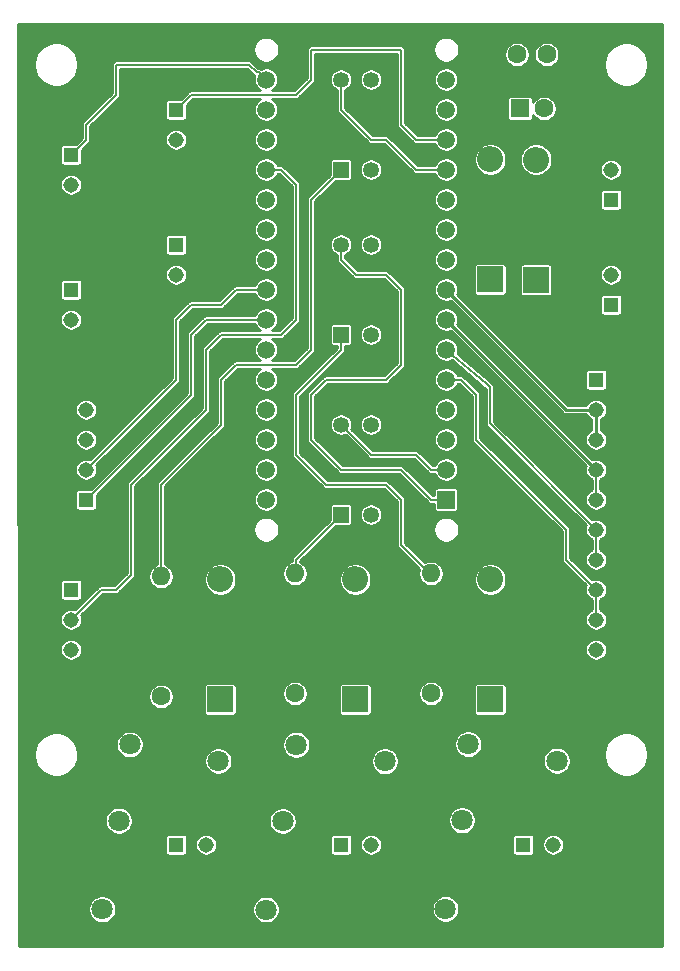
<source format=gbr>
G04 #@! TF.GenerationSoftware,KiCad,Pcbnew,5.1.6-c6e7f7d~87~ubuntu18.04.1*
G04 #@! TF.CreationDate,2020-07-27T15:47:09+09:00*
G04 #@! TF.ProjectId,001,3030312e-6b69-4636-9164-5f7063625858,rev?*
G04 #@! TF.SameCoordinates,Original*
G04 #@! TF.FileFunction,Copper,L2,Bot*
G04 #@! TF.FilePolarity,Positive*
%FSLAX46Y46*%
G04 Gerber Fmt 4.6, Leading zero omitted, Abs format (unit mm)*
G04 Created by KiCad (PCBNEW 5.1.6-c6e7f7d~87~ubuntu18.04.1) date 2020-07-27 15:47:09*
%MOMM*%
%LPD*%
G01*
G04 APERTURE LIST*
G04 #@! TA.AperFunction,ComponentPad*
%ADD10O,2.200000X2.200000*%
G04 #@! TD*
G04 #@! TA.AperFunction,ComponentPad*
%ADD11R,2.200000X2.200000*%
G04 #@! TD*
G04 #@! TA.AperFunction,ComponentPad*
%ADD12C,1.800000*%
G04 #@! TD*
G04 #@! TA.AperFunction,ComponentPad*
%ADD13C,1.508000*%
G04 #@! TD*
G04 #@! TA.AperFunction,ComponentPad*
%ADD14R,1.508000X1.508000*%
G04 #@! TD*
G04 #@! TA.AperFunction,ComponentPad*
%ADD15C,1.308000*%
G04 #@! TD*
G04 #@! TA.AperFunction,ComponentPad*
%ADD16R,1.308000X1.308000*%
G04 #@! TD*
G04 #@! TA.AperFunction,ComponentPad*
%ADD17C,1.350000*%
G04 #@! TD*
G04 #@! TA.AperFunction,ComponentPad*
%ADD18R,1.350000X1.350000*%
G04 #@! TD*
G04 #@! TA.AperFunction,ComponentPad*
%ADD19C,1.600000*%
G04 #@! TD*
G04 #@! TA.AperFunction,ComponentPad*
%ADD20R,1.600000X1.600000*%
G04 #@! TD*
G04 #@! TA.AperFunction,ComponentPad*
%ADD21O,1.600000X1.600000*%
G04 #@! TD*
G04 #@! TA.AperFunction,Conductor*
%ADD22C,0.152400*%
G04 #@! TD*
G04 #@! TA.AperFunction,Conductor*
%ADD23C,0.250000*%
G04 #@! TD*
G04 #@! TA.AperFunction,NonConductor*
%ADD24C,0.254000*%
G04 #@! TD*
G04 APERTURE END LIST*
D10*
G04 #@! TO.P,D5,2*
G04 #@! TO.N,/5V_MPU*
X138430000Y-113030000D03*
D11*
G04 #@! TO.P,D5,1*
G04 #@! TO.N,Net-(CN7-PadP$2)*
X138430000Y-123190000D03*
G04 #@! TD*
D10*
G04 #@! TO.P,D4,2*
G04 #@! TO.N,/5V_MPU*
X149860000Y-113030000D03*
D11*
G04 #@! TO.P,D4,1*
G04 #@! TO.N,Net-(CN6-PadP$2)*
X149860000Y-123190000D03*
G04 #@! TD*
D10*
G04 #@! TO.P,D3,2*
G04 #@! TO.N,/5V_MPU*
X161290000Y-113030000D03*
D11*
G04 #@! TO.P,D3,1*
G04 #@! TO.N,Net-(CN5-PadP$2)*
X161290000Y-123190000D03*
G04 #@! TD*
D10*
G04 #@! TO.P,D2,2*
G04 #@! TO.N,/5V_M*
X165176200Y-77495400D03*
D11*
G04 #@! TO.P,D2,1*
G04 #@! TO.N,/5V_JDV*
X165176200Y-87655400D03*
G04 #@! TD*
D10*
G04 #@! TO.P,D1,2*
G04 #@! TO.N,/5V_M*
X161290000Y-77470000D03*
D11*
G04 #@! TO.P,D1,1*
G04 #@! TO.N,/5V_MPU*
X161290000Y-87630000D03*
G04 #@! TD*
D12*
G04 #@! TO.P,RV6,2*
G04 #@! TO.N,GND*
X128444800Y-140951600D03*
G04 #@! TO.P,RV6,1*
G04 #@! TO.N,Net-(CN7-PadP$1)*
X129844800Y-133451600D03*
G04 #@! TD*
G04 #@! TO.P,RV1,2*
G04 #@! TO.N,Net-(CN5-PadP$1)*
X159428800Y-126971600D03*
G04 #@! TO.P,RV1,1*
G04 #@! TO.N,Net-(CN5-PadP$2)*
X166928800Y-128371600D03*
G04 #@! TD*
G04 #@! TO.P,RV2,2*
G04 #@! TO.N,GND*
X157505400Y-140919200D03*
G04 #@! TO.P,RV2,1*
G04 #@! TO.N,Net-(CN5-PadP$1)*
X158905400Y-133419200D03*
G04 #@! TD*
G04 #@! TO.P,RV3,2*
G04 #@! TO.N,Net-(CN6-PadP$1)*
X144874600Y-127022400D03*
G04 #@! TO.P,RV3,1*
G04 #@! TO.N,Net-(CN6-PadP$2)*
X152374600Y-128422400D03*
G04 #@! TD*
G04 #@! TO.P,RV4,2*
G04 #@! TO.N,GND*
X142313200Y-140977000D03*
G04 #@! TO.P,RV4,1*
G04 #@! TO.N,Net-(CN6-PadP$1)*
X143713200Y-133477000D03*
G04 #@! TD*
G04 #@! TO.P,RV5,2*
G04 #@! TO.N,Net-(CN7-PadP$1)*
X130777600Y-126997000D03*
G04 #@! TO.P,RV5,1*
G04 #@! TO.N,Net-(CN7-PadP$2)*
X138277600Y-128397000D03*
G04 #@! TD*
D13*
G04 #@! TO.P,M1,J2.15*
G04 #@! TO.N,Net-(CN10-PadP$1)*
X142316100Y-70708600D03*
G04 #@! TO.P,M1,J2.14*
G04 #@! TO.N,3V3*
X142316100Y-73248600D03*
G04 #@! TO.P,M1,J2.13*
G04 #@! TO.N,Net-(M1-PadJ2.13)*
X142316100Y-75788600D03*
G04 #@! TO.P,M1,J1.15*
G04 #@! TO.N,Net-(CN8-PadP$1)*
X157556100Y-70708600D03*
G04 #@! TO.P,M1,J1.14*
G04 #@! TO.N,Net-(CN9-PadP$1)*
X157556100Y-73248600D03*
G04 #@! TO.P,M1,J1.13*
G04 #@! TO.N,Net-(CN11-PadP$1)*
X157556100Y-75788600D03*
G04 #@! TO.P,M1,J2.7*
G04 #@! TO.N,Net-(CN4-PadP$1)*
X142316100Y-91028600D03*
G04 #@! TO.P,M1,J2.10*
G04 #@! TO.N,Net-(M1-PadJ2.10)*
X142316100Y-83408600D03*
G04 #@! TO.P,M1,J2.12*
G04 #@! TO.N,Net-(CN12-PadP$2)*
X142316100Y-78328600D03*
G04 #@! TO.P,M1,J2.11*
G04 #@! TO.N,Net-(M1-PadJ2.11)*
X142316100Y-80868600D03*
G04 #@! TO.P,M1,J2.9*
G04 #@! TO.N,Net-(M1-PadJ2.9)*
X142316100Y-85948600D03*
G04 #@! TO.P,M1,J2.8*
G04 #@! TO.N,Net-(CN4-PadP$2)*
X142316100Y-88488600D03*
G04 #@! TO.P,M1,J2.6*
G04 #@! TO.N,Net-(M1-PadJ2.6)*
X142316100Y-93568600D03*
G04 #@! TO.P,M1,J2.5*
G04 #@! TO.N,Net-(M1-PadJ2.5)*
X142316100Y-96108600D03*
G04 #@! TO.P,M1,J2.4*
G04 #@! TO.N,/5V_MPU*
X142316100Y-98648600D03*
G04 #@! TO.P,M1,J2.3*
G04 #@! TO.N,Net-(M1-PadJ2.3)*
X142316100Y-101188600D03*
G04 #@! TO.P,M1,J2.2*
G04 #@! TO.N,GND*
X142316100Y-103728600D03*
G04 #@! TO.P,M1,J2.1*
G04 #@! TO.N,VIN*
X142316100Y-106268600D03*
G04 #@! TO.P,M1,J1.12*
G04 #@! TO.N,Net-(M1-PadJ1.12)*
X157556100Y-78328600D03*
G04 #@! TO.P,M1,J1.11*
G04 #@! TO.N,Net-(M1-PadJ1.11)*
X157556100Y-80868600D03*
G04 #@! TO.P,M1,J1.10*
G04 #@! TO.N,Net-(M1-PadJ1.10)*
X157556100Y-83408600D03*
G04 #@! TO.P,M1,J1.9*
G04 #@! TO.N,Net-(M1-PadJ1.9)*
X157556100Y-85948600D03*
G04 #@! TO.P,M1,J1.8*
G04 #@! TO.N,Net-(CN3-PadP$2)*
X157556100Y-88488600D03*
G04 #@! TO.P,M1,J1.7*
G04 #@! TO.N,Net-(CN3-PadP$4)*
X157556100Y-91028600D03*
G04 #@! TO.P,M1,J1.6*
G04 #@! TO.N,Net-(CN3-PadP$6)*
X157556100Y-93568600D03*
G04 #@! TO.P,M1,J1.5*
G04 #@! TO.N,Net-(CN3-PadP$8)*
X157556100Y-96108600D03*
G04 #@! TO.P,M1,J1.4*
G04 #@! TO.N,GND*
X157556100Y-98648600D03*
G04 #@! TO.P,M1,J1.3*
G04 #@! TO.N,Net-(M1-PadJ1.3)*
X157556100Y-101188600D03*
G04 #@! TO.P,M1,J1.2*
G04 #@! TO.N,Net-(M1-PadJ1.2)*
X157556100Y-103728600D03*
D14*
G04 #@! TO.P,M1,J1.1*
G04 #@! TO.N,Net-(M1-PadJ1.1)*
X157556100Y-106268600D03*
G04 #@! TD*
D15*
G04 #@! TO.P,CN1,P$2*
G04 #@! TO.N,GND*
X171526100Y-78328600D03*
D16*
G04 #@! TO.P,CN1,P$1*
G04 #@! TO.N,/5V_M*
X171526100Y-80868600D03*
G04 #@! TD*
D15*
G04 #@! TO.P,CN5,P$2*
G04 #@! TO.N,Net-(CN5-PadP$2)*
X166624000Y-135478600D03*
D16*
G04 #@! TO.P,CN5,P$1*
G04 #@! TO.N,Net-(CN5-PadP$1)*
X164084000Y-135478600D03*
G04 #@! TD*
D15*
G04 #@! TO.P,CN6,P$2*
G04 #@! TO.N,Net-(CN6-PadP$2)*
X151206100Y-135478600D03*
D16*
G04 #@! TO.P,CN6,P$1*
G04 #@! TO.N,Net-(CN6-PadP$1)*
X148666100Y-135478600D03*
G04 #@! TD*
D15*
G04 #@! TO.P,CN3,P$10*
G04 #@! TO.N,/5V_MPU*
X170256100Y-118968600D03*
G04 #@! TO.P,CN3,P$9*
G04 #@! TO.N,Net-(CN3-PadP$8)*
X170256100Y-116428600D03*
G04 #@! TO.P,CN3,P$8*
X170256100Y-113888600D03*
G04 #@! TO.P,CN3,P$7*
G04 #@! TO.N,Net-(CN3-PadP$6)*
X170256100Y-111348600D03*
G04 #@! TO.P,CN3,P$6*
X170256100Y-108808600D03*
G04 #@! TO.P,CN3,P$5*
G04 #@! TO.N,Net-(CN3-PadP$4)*
X170256100Y-106268600D03*
G04 #@! TO.P,CN3,P$4*
X170256100Y-103728600D03*
G04 #@! TO.P,CN3,P$3*
G04 #@! TO.N,Net-(CN3-PadP$2)*
X170256100Y-101188600D03*
G04 #@! TO.P,CN3,P$2*
X170256100Y-98648600D03*
D16*
G04 #@! TO.P,CN3,P$1*
G04 #@! TO.N,Net-(CN3-PadP$1)*
X170256100Y-96108600D03*
G04 #@! TD*
D15*
G04 #@! TO.P,CN2,P$2*
G04 #@! TO.N,GND*
X171526100Y-87218600D03*
D16*
G04 #@! TO.P,CN2,P$1*
G04 #@! TO.N,/5V_JDV*
X171526100Y-89758600D03*
G04 #@! TD*
D15*
G04 #@! TO.P,CN8,P$2*
G04 #@! TO.N,GND*
X125806100Y-91028600D03*
D16*
G04 #@! TO.P,CN8,P$1*
G04 #@! TO.N,Net-(CN8-PadP$1)*
X125806100Y-88488600D03*
G04 #@! TD*
D17*
G04 #@! TO.P,U1,4*
G04 #@! TO.N,Net-(M1-PadJ1.1)*
X148666100Y-84678600D03*
G04 #@! TO.P,U1,3*
G04 #@! TO.N,GND*
X151206100Y-84678600D03*
G04 #@! TO.P,U1,2*
X151206100Y-92298600D03*
D18*
G04 #@! TO.P,U1,1*
G04 #@! TO.N,Net-(R1-Pad2)*
X148666100Y-92298600D03*
G04 #@! TD*
D17*
G04 #@! TO.P,U2,4*
G04 #@! TO.N,Net-(M1-PadJ1.2)*
X148666100Y-99918600D03*
G04 #@! TO.P,U2,3*
G04 #@! TO.N,GND*
X151206100Y-99918600D03*
G04 #@! TO.P,U2,2*
X151206100Y-107538600D03*
D18*
G04 #@! TO.P,U2,1*
G04 #@! TO.N,Net-(R2-Pad2)*
X148666100Y-107538600D03*
G04 #@! TD*
D15*
G04 #@! TO.P,CN4,P$4*
G04 #@! TO.N,GND*
X127076100Y-98648600D03*
G04 #@! TO.P,CN4,P$3*
G04 #@! TO.N,/5V_MPU*
X127076100Y-101188600D03*
G04 #@! TO.P,CN4,P$2*
G04 #@! TO.N,Net-(CN4-PadP$2)*
X127076100Y-103728600D03*
D16*
G04 #@! TO.P,CN4,P$1*
G04 #@! TO.N,Net-(CN4-PadP$1)*
X127076100Y-106268600D03*
G04 #@! TD*
D15*
G04 #@! TO.P,CN9,P$2*
G04 #@! TO.N,GND*
X134696100Y-87218600D03*
D16*
G04 #@! TO.P,CN9,P$1*
G04 #@! TO.N,Net-(CN9-PadP$1)*
X134696100Y-84678600D03*
G04 #@! TD*
D15*
G04 #@! TO.P,CN11,P$2*
G04 #@! TO.N,GND*
X134696100Y-75788600D03*
D16*
G04 #@! TO.P,CN11,P$1*
G04 #@! TO.N,Net-(CN11-PadP$1)*
X134696100Y-73248600D03*
G04 #@! TD*
D15*
G04 #@! TO.P,CN12,P$3*
G04 #@! TO.N,GND*
X125806100Y-118968600D03*
G04 #@! TO.P,CN12,P$2*
G04 #@! TO.N,Net-(CN12-PadP$2)*
X125806100Y-116428600D03*
D16*
G04 #@! TO.P,CN12,P$1*
G04 #@! TO.N,/5V_MPU*
X125806100Y-113888600D03*
G04 #@! TD*
D17*
G04 #@! TO.P,U3,4*
G04 #@! TO.N,Net-(M1-PadJ1.12)*
X148666100Y-70708600D03*
G04 #@! TO.P,U3,3*
G04 #@! TO.N,GND*
X151206100Y-70708600D03*
G04 #@! TO.P,U3,2*
X151206100Y-78328600D03*
D18*
G04 #@! TO.P,U3,1*
G04 #@! TO.N,Net-(R3-Pad2)*
X148666100Y-78328600D03*
G04 #@! TD*
D15*
G04 #@! TO.P,CN7,P$2*
G04 #@! TO.N,Net-(CN7-PadP$2)*
X137236100Y-135478600D03*
D16*
G04 #@! TO.P,CN7,P$1*
G04 #@! TO.N,Net-(CN7-PadP$1)*
X134696100Y-135478600D03*
G04 #@! TD*
D15*
G04 #@! TO.P,CN10,P$2*
G04 #@! TO.N,GND*
X125806100Y-79598600D03*
D16*
G04 #@! TO.P,CN10,P$1*
G04 #@! TO.N,Net-(CN10-PadP$1)*
X125806100Y-77058600D03*
G04 #@! TD*
D19*
G04 #@! TO.P,C2,1*
G04 #@! TO.N,/5V_M*
X163576000Y-68580000D03*
G04 #@! TO.P,C2,2*
G04 #@! TO.N,GND*
X166076000Y-68580000D03*
G04 #@! TD*
D20*
G04 #@! TO.P,C1,1*
G04 #@! TO.N,/5V_M*
X163830000Y-73152000D03*
D19*
G04 #@! TO.P,C1,2*
G04 #@! TO.N,GND*
X165830000Y-73152000D03*
G04 #@! TD*
D21*
G04 #@! TO.P,R1,2*
G04 #@! TO.N,Net-(R1-Pad2)*
X156286100Y-112522000D03*
D19*
G04 #@! TO.P,R1,1*
G04 #@! TO.N,Net-(CN5-PadP$1)*
X156286100Y-122682000D03*
G04 #@! TD*
G04 #@! TO.P,R2,1*
G04 #@! TO.N,Net-(CN6-PadP$1)*
X144780000Y-122682000D03*
D21*
G04 #@! TO.P,R2,2*
G04 #@! TO.N,Net-(R2-Pad2)*
X144780000Y-112522000D03*
G04 #@! TD*
D19*
G04 #@! TO.P,R3,1*
G04 #@! TO.N,Net-(CN7-PadP$1)*
X133426100Y-122936000D03*
D21*
G04 #@! TO.P,R3,2*
G04 #@! TO.N,Net-(R3-Pad2)*
X133426100Y-112776000D03*
G04 #@! TD*
D22*
G04 #@! TO.N,Net-(CN10-PadP$1)*
X125806100Y-77058600D02*
X127076100Y-75788600D01*
X127076100Y-74518600D02*
X127076100Y-75788600D01*
X127076100Y-74518600D02*
X129616100Y-71978600D01*
X129616100Y-71978600D02*
X129616100Y-69438600D01*
X129616100Y-69438600D02*
X140874062Y-69438600D01*
X140874062Y-69438600D02*
X141521762Y-70086300D01*
X141521762Y-70086300D02*
X141693800Y-70086300D01*
X141693800Y-70086300D02*
X142316100Y-70708600D01*
G04 #@! TO.N,Net-(CN11-PadP$1)*
X134696100Y-73248600D02*
X135966100Y-71978600D01*
X135966100Y-71978600D02*
X144856100Y-71978600D01*
X144856100Y-71978600D02*
X146126100Y-70708600D01*
X146126100Y-70708600D02*
X146126100Y-68168600D01*
X146126100Y-68168600D02*
X153746100Y-68168600D01*
X153746100Y-68168600D02*
X153746100Y-74518600D01*
X153746100Y-74518600D02*
X155016100Y-75788600D01*
X155016100Y-75788600D02*
X157556100Y-75788600D01*
G04 #@! TO.N,Net-(CN12-PadP$2)*
X125806100Y-116428600D02*
X128346100Y-113888600D01*
X128346100Y-113888600D02*
X129616100Y-113888600D01*
X129616100Y-113888600D02*
X130886100Y-112618600D01*
X130886100Y-104998600D02*
X137236100Y-98648600D01*
X137236100Y-98648600D02*
X137236100Y-93568600D01*
X137236100Y-93568600D02*
X138506100Y-92298600D01*
X138506100Y-92298600D02*
X143586100Y-92298600D01*
X143586100Y-92298600D02*
X144856100Y-91028600D01*
X144856100Y-91028600D02*
X144856100Y-79598600D01*
X144856100Y-79598600D02*
X143586100Y-78328600D01*
X143586100Y-78328600D02*
X142316100Y-78328600D01*
X130886100Y-112618600D02*
X130886100Y-104998600D01*
G04 #@! TO.N,Net-(M1-PadJ1.12)*
X148666100Y-70708600D02*
X148666100Y-73248600D01*
X152476100Y-75788600D02*
X155016100Y-78328600D01*
X155016100Y-78328600D02*
X157556100Y-78328600D01*
X151206100Y-75788600D02*
X152476100Y-75788600D01*
X148666100Y-73248600D02*
X151206100Y-75788600D01*
G04 #@! TO.N,Net-(M1-PadJ1.2)*
X157556100Y-103728600D02*
X156286100Y-103728600D01*
X156286100Y-103728600D02*
X155016100Y-102458600D01*
X155016100Y-102458600D02*
X151206100Y-102458600D01*
X151206100Y-102458600D02*
X148666100Y-99918600D01*
G04 #@! TO.N,Net-(M1-PadJ1.1)*
X157556100Y-106268600D02*
X156286100Y-106268600D01*
X156286100Y-106268600D02*
X153746100Y-103728600D01*
X148666100Y-103728600D02*
X146126100Y-101188600D01*
X146126100Y-101188600D02*
X146126100Y-97378600D01*
X146126100Y-97378600D02*
X147396100Y-96108600D01*
X147396100Y-96108600D02*
X152476100Y-96108600D01*
X152476100Y-96108600D02*
X153746100Y-94838600D01*
X153746100Y-94838600D02*
X153746100Y-88488600D01*
X153746100Y-88488600D02*
X152476100Y-87218600D01*
X152476100Y-87218600D02*
X149936100Y-87218600D01*
X149936100Y-87218600D02*
X148666100Y-85948600D01*
X148666100Y-85948600D02*
X148666100Y-84678600D01*
X153746100Y-103728600D02*
X148666100Y-103728600D01*
G04 #@! TO.N,Net-(R1-Pad2)*
X144856100Y-102458600D02*
X147396103Y-104998604D01*
X144856100Y-102458600D02*
X144856100Y-97378600D01*
X148666100Y-93568600D02*
X148666100Y-92298600D01*
X148666100Y-93568600D02*
X144856100Y-97378600D01*
X153746100Y-110078600D02*
X156286100Y-112618600D01*
X147396103Y-104998604D02*
X152476096Y-104998604D01*
X152476096Y-104998604D02*
X152476100Y-104998600D01*
X152476100Y-104998600D02*
X153746100Y-106268600D01*
X153746100Y-106268600D02*
X153746100Y-110078600D01*
G04 #@! TO.N,Net-(R2-Pad2)*
X144856100Y-112618600D02*
X144856100Y-111348600D01*
X144856100Y-111348600D02*
X148666100Y-107538600D01*
G04 #@! TO.N,Net-(R3-Pad2)*
X133426100Y-112618600D02*
X133426100Y-104998600D01*
X133426100Y-104998600D02*
X138506100Y-99918600D01*
X138506100Y-99918600D02*
X138506100Y-96108600D01*
X138506100Y-96108600D02*
X139776100Y-94838600D01*
X139776100Y-94838600D02*
X144856100Y-94838600D01*
X144856100Y-94838600D02*
X146126100Y-93568600D01*
X146126100Y-80868600D02*
X148666100Y-78328600D01*
X146126100Y-93568600D02*
X146126100Y-80868600D01*
G04 #@! TO.N,Net-(CN4-PadP$1)*
X127076100Y-106268600D02*
X135966100Y-97378600D01*
X135966100Y-97378600D02*
X135966100Y-92298600D01*
X135966100Y-92298600D02*
X137236100Y-91028600D01*
X137236100Y-91028600D02*
X142316100Y-91028600D01*
G04 #@! TO.N,Net-(CN4-PadP$2)*
X142316100Y-88488600D02*
X139776100Y-88488600D01*
X139776100Y-88488600D02*
X138506100Y-89758600D01*
X138506100Y-89758600D02*
X135966100Y-89758600D01*
X135966100Y-89758600D02*
X134696100Y-91028600D01*
X134696100Y-91028600D02*
X134696100Y-96108600D01*
X134696100Y-96108600D02*
X127076100Y-103728600D01*
D23*
G04 #@! TO.N,Net-(CN3-PadP$2)*
X167716100Y-98648600D02*
X170256100Y-98648600D01*
X157556100Y-88488600D02*
X167716100Y-98648600D01*
X170256100Y-98648600D02*
X170256100Y-101188600D01*
D22*
G04 #@! TO.N,Net-(CN3-PadP$4)*
X170256100Y-103728600D02*
X170256100Y-106268600D01*
D23*
X157556100Y-91028600D02*
X170256100Y-103728600D01*
D22*
G04 #@! TO.N,Net-(CN3-PadP$6)*
X170256100Y-108808600D02*
X170256100Y-111348600D01*
X161290000Y-99822000D02*
X170256100Y-108808600D01*
X161290000Y-96774000D02*
X161290000Y-99822000D01*
X157556100Y-93568600D02*
X161036000Y-96520000D01*
X161036000Y-96520000D02*
X161290000Y-96774000D01*
G04 #@! TO.N,Net-(CN3-PadP$8)*
X157556100Y-96108600D02*
X158826100Y-96108600D01*
X158826100Y-96108600D02*
X160096100Y-97378600D01*
X160096100Y-101188600D02*
X167716100Y-108808600D01*
X167716100Y-108808600D02*
X167716100Y-111348600D01*
X167716100Y-111348600D02*
X170256100Y-113888600D01*
X160096100Y-97378600D02*
X160096100Y-101188600D01*
X170256100Y-113888600D02*
X170256100Y-116428600D01*
G04 #@! TD*
D24*
G36*
X175818882Y-144094200D02*
G01*
X121411794Y-144094200D01*
X121406509Y-140835439D01*
X127265400Y-140835439D01*
X127265400Y-141067761D01*
X127310723Y-141295618D01*
X127399629Y-141510256D01*
X127528700Y-141703424D01*
X127692976Y-141867700D01*
X127886144Y-141996771D01*
X128100782Y-142085677D01*
X128328639Y-142131000D01*
X128560961Y-142131000D01*
X128788818Y-142085677D01*
X129003456Y-141996771D01*
X129196624Y-141867700D01*
X129360900Y-141703424D01*
X129489971Y-141510256D01*
X129578877Y-141295618D01*
X129624200Y-141067761D01*
X129624200Y-140860839D01*
X141133800Y-140860839D01*
X141133800Y-141093161D01*
X141179123Y-141321018D01*
X141268029Y-141535656D01*
X141397100Y-141728824D01*
X141561376Y-141893100D01*
X141754544Y-142022171D01*
X141969182Y-142111077D01*
X142197039Y-142156400D01*
X142429361Y-142156400D01*
X142657218Y-142111077D01*
X142871856Y-142022171D01*
X143065024Y-141893100D01*
X143229300Y-141728824D01*
X143358371Y-141535656D01*
X143447277Y-141321018D01*
X143492600Y-141093161D01*
X143492600Y-140860839D01*
X143481104Y-140803039D01*
X156326000Y-140803039D01*
X156326000Y-141035361D01*
X156371323Y-141263218D01*
X156460229Y-141477856D01*
X156589300Y-141671024D01*
X156753576Y-141835300D01*
X156946744Y-141964371D01*
X157161382Y-142053277D01*
X157389239Y-142098600D01*
X157621561Y-142098600D01*
X157849418Y-142053277D01*
X158064056Y-141964371D01*
X158257224Y-141835300D01*
X158421500Y-141671024D01*
X158550571Y-141477856D01*
X158639477Y-141263218D01*
X158684800Y-141035361D01*
X158684800Y-140803039D01*
X158639477Y-140575182D01*
X158550571Y-140360544D01*
X158421500Y-140167376D01*
X158257224Y-140003100D01*
X158064056Y-139874029D01*
X157849418Y-139785123D01*
X157621561Y-139739800D01*
X157389239Y-139739800D01*
X157161382Y-139785123D01*
X156946744Y-139874029D01*
X156753576Y-140003100D01*
X156589300Y-140167376D01*
X156460229Y-140360544D01*
X156371323Y-140575182D01*
X156326000Y-140803039D01*
X143481104Y-140803039D01*
X143447277Y-140632982D01*
X143358371Y-140418344D01*
X143229300Y-140225176D01*
X143065024Y-140060900D01*
X142871856Y-139931829D01*
X142657218Y-139842923D01*
X142429361Y-139797600D01*
X142197039Y-139797600D01*
X141969182Y-139842923D01*
X141754544Y-139931829D01*
X141561376Y-140060900D01*
X141397100Y-140225176D01*
X141268029Y-140418344D01*
X141179123Y-140632982D01*
X141133800Y-140860839D01*
X129624200Y-140860839D01*
X129624200Y-140835439D01*
X129578877Y-140607582D01*
X129489971Y-140392944D01*
X129360900Y-140199776D01*
X129196624Y-140035500D01*
X129003456Y-139906429D01*
X128788818Y-139817523D01*
X128560961Y-139772200D01*
X128328639Y-139772200D01*
X128100782Y-139817523D01*
X127886144Y-139906429D01*
X127692976Y-140035500D01*
X127528700Y-140199776D01*
X127399629Y-140392944D01*
X127310723Y-140607582D01*
X127265400Y-140835439D01*
X121406509Y-140835439D01*
X121396762Y-134824600D01*
X133761349Y-134824600D01*
X133761349Y-136132600D01*
X133766744Y-136187372D01*
X133782720Y-136240039D01*
X133808664Y-136288577D01*
X133843579Y-136331121D01*
X133886123Y-136366036D01*
X133934661Y-136391980D01*
X133987328Y-136407956D01*
X134042100Y-136413351D01*
X135350100Y-136413351D01*
X135404872Y-136407956D01*
X135457539Y-136391980D01*
X135506077Y-136366036D01*
X135548621Y-136331121D01*
X135583536Y-136288577D01*
X135609480Y-136240039D01*
X135625456Y-136187372D01*
X135630851Y-136132600D01*
X135630851Y-135386668D01*
X136302700Y-135386668D01*
X136302700Y-135570532D01*
X136338570Y-135750863D01*
X136408932Y-135920731D01*
X136511081Y-136073608D01*
X136641092Y-136203619D01*
X136793969Y-136305768D01*
X136963837Y-136376130D01*
X137144168Y-136412000D01*
X137328032Y-136412000D01*
X137508363Y-136376130D01*
X137678231Y-136305768D01*
X137831108Y-136203619D01*
X137961119Y-136073608D01*
X138063268Y-135920731D01*
X138133630Y-135750863D01*
X138169500Y-135570532D01*
X138169500Y-135386668D01*
X138133630Y-135206337D01*
X138063268Y-135036469D01*
X137961119Y-134883592D01*
X137902127Y-134824600D01*
X147731349Y-134824600D01*
X147731349Y-136132600D01*
X147736744Y-136187372D01*
X147752720Y-136240039D01*
X147778664Y-136288577D01*
X147813579Y-136331121D01*
X147856123Y-136366036D01*
X147904661Y-136391980D01*
X147957328Y-136407956D01*
X148012100Y-136413351D01*
X149320100Y-136413351D01*
X149374872Y-136407956D01*
X149427539Y-136391980D01*
X149476077Y-136366036D01*
X149518621Y-136331121D01*
X149553536Y-136288577D01*
X149579480Y-136240039D01*
X149595456Y-136187372D01*
X149600851Y-136132600D01*
X149600851Y-135386668D01*
X150272700Y-135386668D01*
X150272700Y-135570532D01*
X150308570Y-135750863D01*
X150378932Y-135920731D01*
X150481081Y-136073608D01*
X150611092Y-136203619D01*
X150763969Y-136305768D01*
X150933837Y-136376130D01*
X151114168Y-136412000D01*
X151298032Y-136412000D01*
X151478363Y-136376130D01*
X151648231Y-136305768D01*
X151801108Y-136203619D01*
X151931119Y-136073608D01*
X152033268Y-135920731D01*
X152103630Y-135750863D01*
X152139500Y-135570532D01*
X152139500Y-135386668D01*
X152103630Y-135206337D01*
X152033268Y-135036469D01*
X151931119Y-134883592D01*
X151872127Y-134824600D01*
X163149249Y-134824600D01*
X163149249Y-136132600D01*
X163154644Y-136187372D01*
X163170620Y-136240039D01*
X163196564Y-136288577D01*
X163231479Y-136331121D01*
X163274023Y-136366036D01*
X163322561Y-136391980D01*
X163375228Y-136407956D01*
X163430000Y-136413351D01*
X164738000Y-136413351D01*
X164792772Y-136407956D01*
X164845439Y-136391980D01*
X164893977Y-136366036D01*
X164936521Y-136331121D01*
X164971436Y-136288577D01*
X164997380Y-136240039D01*
X165013356Y-136187372D01*
X165018751Y-136132600D01*
X165018751Y-135386668D01*
X165690600Y-135386668D01*
X165690600Y-135570532D01*
X165726470Y-135750863D01*
X165796832Y-135920731D01*
X165898981Y-136073608D01*
X166028992Y-136203619D01*
X166181869Y-136305768D01*
X166351737Y-136376130D01*
X166532068Y-136412000D01*
X166715932Y-136412000D01*
X166896263Y-136376130D01*
X167066131Y-136305768D01*
X167219008Y-136203619D01*
X167349019Y-136073608D01*
X167451168Y-135920731D01*
X167521530Y-135750863D01*
X167557400Y-135570532D01*
X167557400Y-135386668D01*
X167521530Y-135206337D01*
X167451168Y-135036469D01*
X167349019Y-134883592D01*
X167219008Y-134753581D01*
X167066131Y-134651432D01*
X166896263Y-134581070D01*
X166715932Y-134545200D01*
X166532068Y-134545200D01*
X166351737Y-134581070D01*
X166181869Y-134651432D01*
X166028992Y-134753581D01*
X165898981Y-134883592D01*
X165796832Y-135036469D01*
X165726470Y-135206337D01*
X165690600Y-135386668D01*
X165018751Y-135386668D01*
X165018751Y-134824600D01*
X165013356Y-134769828D01*
X164997380Y-134717161D01*
X164971436Y-134668623D01*
X164936521Y-134626079D01*
X164893977Y-134591164D01*
X164845439Y-134565220D01*
X164792772Y-134549244D01*
X164738000Y-134543849D01*
X163430000Y-134543849D01*
X163375228Y-134549244D01*
X163322561Y-134565220D01*
X163274023Y-134591164D01*
X163231479Y-134626079D01*
X163196564Y-134668623D01*
X163170620Y-134717161D01*
X163154644Y-134769828D01*
X163149249Y-134824600D01*
X151872127Y-134824600D01*
X151801108Y-134753581D01*
X151648231Y-134651432D01*
X151478363Y-134581070D01*
X151298032Y-134545200D01*
X151114168Y-134545200D01*
X150933837Y-134581070D01*
X150763969Y-134651432D01*
X150611092Y-134753581D01*
X150481081Y-134883592D01*
X150378932Y-135036469D01*
X150308570Y-135206337D01*
X150272700Y-135386668D01*
X149600851Y-135386668D01*
X149600851Y-134824600D01*
X149595456Y-134769828D01*
X149579480Y-134717161D01*
X149553536Y-134668623D01*
X149518621Y-134626079D01*
X149476077Y-134591164D01*
X149427539Y-134565220D01*
X149374872Y-134549244D01*
X149320100Y-134543849D01*
X148012100Y-134543849D01*
X147957328Y-134549244D01*
X147904661Y-134565220D01*
X147856123Y-134591164D01*
X147813579Y-134626079D01*
X147778664Y-134668623D01*
X147752720Y-134717161D01*
X147736744Y-134769828D01*
X147731349Y-134824600D01*
X137902127Y-134824600D01*
X137831108Y-134753581D01*
X137678231Y-134651432D01*
X137508363Y-134581070D01*
X137328032Y-134545200D01*
X137144168Y-134545200D01*
X136963837Y-134581070D01*
X136793969Y-134651432D01*
X136641092Y-134753581D01*
X136511081Y-134883592D01*
X136408932Y-135036469D01*
X136338570Y-135206337D01*
X136302700Y-135386668D01*
X135630851Y-135386668D01*
X135630851Y-134824600D01*
X135625456Y-134769828D01*
X135609480Y-134717161D01*
X135583536Y-134668623D01*
X135548621Y-134626079D01*
X135506077Y-134591164D01*
X135457539Y-134565220D01*
X135404872Y-134549244D01*
X135350100Y-134543849D01*
X134042100Y-134543849D01*
X133987328Y-134549244D01*
X133934661Y-134565220D01*
X133886123Y-134591164D01*
X133843579Y-134626079D01*
X133808664Y-134668623D01*
X133782720Y-134717161D01*
X133766744Y-134769828D01*
X133761349Y-134824600D01*
X121396762Y-134824600D01*
X121394346Y-133335439D01*
X128665400Y-133335439D01*
X128665400Y-133567761D01*
X128710723Y-133795618D01*
X128799629Y-134010256D01*
X128928700Y-134203424D01*
X129092976Y-134367700D01*
X129286144Y-134496771D01*
X129500782Y-134585677D01*
X129728639Y-134631000D01*
X129960961Y-134631000D01*
X130188818Y-134585677D01*
X130403456Y-134496771D01*
X130596624Y-134367700D01*
X130760900Y-134203424D01*
X130889971Y-134010256D01*
X130978877Y-133795618D01*
X131024200Y-133567761D01*
X131024200Y-133360839D01*
X142533800Y-133360839D01*
X142533800Y-133593161D01*
X142579123Y-133821018D01*
X142668029Y-134035656D01*
X142797100Y-134228824D01*
X142961376Y-134393100D01*
X143154544Y-134522171D01*
X143369182Y-134611077D01*
X143597039Y-134656400D01*
X143829361Y-134656400D01*
X144057218Y-134611077D01*
X144271856Y-134522171D01*
X144465024Y-134393100D01*
X144629300Y-134228824D01*
X144758371Y-134035656D01*
X144847277Y-133821018D01*
X144892600Y-133593161D01*
X144892600Y-133360839D01*
X144881104Y-133303039D01*
X157726000Y-133303039D01*
X157726000Y-133535361D01*
X157771323Y-133763218D01*
X157860229Y-133977856D01*
X157989300Y-134171024D01*
X158153576Y-134335300D01*
X158346744Y-134464371D01*
X158561382Y-134553277D01*
X158789239Y-134598600D01*
X159021561Y-134598600D01*
X159249418Y-134553277D01*
X159464056Y-134464371D01*
X159657224Y-134335300D01*
X159821500Y-134171024D01*
X159950571Y-133977856D01*
X160039477Y-133763218D01*
X160084800Y-133535361D01*
X160084800Y-133303039D01*
X160039477Y-133075182D01*
X159950571Y-132860544D01*
X159821500Y-132667376D01*
X159657224Y-132503100D01*
X159464056Y-132374029D01*
X159249418Y-132285123D01*
X159021561Y-132239800D01*
X158789239Y-132239800D01*
X158561382Y-132285123D01*
X158346744Y-132374029D01*
X158153576Y-132503100D01*
X157989300Y-132667376D01*
X157860229Y-132860544D01*
X157771323Y-133075182D01*
X157726000Y-133303039D01*
X144881104Y-133303039D01*
X144847277Y-133132982D01*
X144758371Y-132918344D01*
X144629300Y-132725176D01*
X144465024Y-132560900D01*
X144271856Y-132431829D01*
X144057218Y-132342923D01*
X143829361Y-132297600D01*
X143597039Y-132297600D01*
X143369182Y-132342923D01*
X143154544Y-132431829D01*
X142961376Y-132560900D01*
X142797100Y-132725176D01*
X142668029Y-132918344D01*
X142579123Y-133132982D01*
X142533800Y-133360839D01*
X131024200Y-133360839D01*
X131024200Y-133335439D01*
X130978877Y-133107582D01*
X130889971Y-132892944D01*
X130760900Y-132699776D01*
X130596624Y-132535500D01*
X130403456Y-132406429D01*
X130188818Y-132317523D01*
X129960961Y-132272200D01*
X129728639Y-132272200D01*
X129500782Y-132317523D01*
X129286144Y-132406429D01*
X129092976Y-132535500D01*
X128928700Y-132699776D01*
X128799629Y-132892944D01*
X128710723Y-133107582D01*
X128665400Y-133335439D01*
X121394346Y-133335439D01*
X121385163Y-127673495D01*
X122656700Y-127673495D01*
X122656700Y-128043705D01*
X122728924Y-128406801D01*
X122870597Y-128748830D01*
X123076274Y-129056648D01*
X123338052Y-129318426D01*
X123645870Y-129524103D01*
X123987899Y-129665776D01*
X124350995Y-129738000D01*
X124721205Y-129738000D01*
X125084301Y-129665776D01*
X125426330Y-129524103D01*
X125734148Y-129318426D01*
X125995926Y-129056648D01*
X126201603Y-128748830D01*
X126343276Y-128406801D01*
X126368331Y-128280839D01*
X137098200Y-128280839D01*
X137098200Y-128513161D01*
X137143523Y-128741018D01*
X137232429Y-128955656D01*
X137361500Y-129148824D01*
X137525776Y-129313100D01*
X137718944Y-129442171D01*
X137933582Y-129531077D01*
X138161439Y-129576400D01*
X138393761Y-129576400D01*
X138621618Y-129531077D01*
X138836256Y-129442171D01*
X139029424Y-129313100D01*
X139193700Y-129148824D01*
X139322771Y-128955656D01*
X139411677Y-128741018D01*
X139457000Y-128513161D01*
X139457000Y-128306239D01*
X151195200Y-128306239D01*
X151195200Y-128538561D01*
X151240523Y-128766418D01*
X151329429Y-128981056D01*
X151458500Y-129174224D01*
X151622776Y-129338500D01*
X151815944Y-129467571D01*
X152030582Y-129556477D01*
X152258439Y-129601800D01*
X152490761Y-129601800D01*
X152718618Y-129556477D01*
X152933256Y-129467571D01*
X153126424Y-129338500D01*
X153290700Y-129174224D01*
X153419771Y-128981056D01*
X153508677Y-128766418D01*
X153554000Y-128538561D01*
X153554000Y-128306239D01*
X153543896Y-128255439D01*
X165749400Y-128255439D01*
X165749400Y-128487761D01*
X165794723Y-128715618D01*
X165883629Y-128930256D01*
X166012700Y-129123424D01*
X166176976Y-129287700D01*
X166370144Y-129416771D01*
X166584782Y-129505677D01*
X166812639Y-129551000D01*
X167044961Y-129551000D01*
X167272818Y-129505677D01*
X167487456Y-129416771D01*
X167680624Y-129287700D01*
X167844900Y-129123424D01*
X167973971Y-128930256D01*
X168062877Y-128715618D01*
X168108200Y-128487761D01*
X168108200Y-128255439D01*
X168062877Y-128027582D01*
X167973971Y-127812944D01*
X167880794Y-127673495D01*
X170916700Y-127673495D01*
X170916700Y-128043705D01*
X170988924Y-128406801D01*
X171130597Y-128748830D01*
X171336274Y-129056648D01*
X171598052Y-129318426D01*
X171905870Y-129524103D01*
X172247899Y-129665776D01*
X172610995Y-129738000D01*
X172981205Y-129738000D01*
X173344301Y-129665776D01*
X173686330Y-129524103D01*
X173994148Y-129318426D01*
X174255926Y-129056648D01*
X174461603Y-128748830D01*
X174603276Y-128406801D01*
X174675500Y-128043705D01*
X174675500Y-127673495D01*
X174603276Y-127310399D01*
X174461603Y-126968370D01*
X174255926Y-126660552D01*
X173994148Y-126398774D01*
X173686330Y-126193097D01*
X173344301Y-126051424D01*
X172981205Y-125979200D01*
X172610995Y-125979200D01*
X172247899Y-126051424D01*
X171905870Y-126193097D01*
X171598052Y-126398774D01*
X171336274Y-126660552D01*
X171130597Y-126968370D01*
X170988924Y-127310399D01*
X170916700Y-127673495D01*
X167880794Y-127673495D01*
X167844900Y-127619776D01*
X167680624Y-127455500D01*
X167487456Y-127326429D01*
X167272818Y-127237523D01*
X167044961Y-127192200D01*
X166812639Y-127192200D01*
X166584782Y-127237523D01*
X166370144Y-127326429D01*
X166176976Y-127455500D01*
X166012700Y-127619776D01*
X165883629Y-127812944D01*
X165794723Y-128027582D01*
X165749400Y-128255439D01*
X153543896Y-128255439D01*
X153508677Y-128078382D01*
X153419771Y-127863744D01*
X153290700Y-127670576D01*
X153126424Y-127506300D01*
X152933256Y-127377229D01*
X152718618Y-127288323D01*
X152490761Y-127243000D01*
X152258439Y-127243000D01*
X152030582Y-127288323D01*
X151815944Y-127377229D01*
X151622776Y-127506300D01*
X151458500Y-127670576D01*
X151329429Y-127863744D01*
X151240523Y-128078382D01*
X151195200Y-128306239D01*
X139457000Y-128306239D01*
X139457000Y-128280839D01*
X139411677Y-128052982D01*
X139322771Y-127838344D01*
X139193700Y-127645176D01*
X139029424Y-127480900D01*
X138836256Y-127351829D01*
X138621618Y-127262923D01*
X138393761Y-127217600D01*
X138161439Y-127217600D01*
X137933582Y-127262923D01*
X137718944Y-127351829D01*
X137525776Y-127480900D01*
X137361500Y-127645176D01*
X137232429Y-127838344D01*
X137143523Y-128052982D01*
X137098200Y-128280839D01*
X126368331Y-128280839D01*
X126415500Y-128043705D01*
X126415500Y-127673495D01*
X126343276Y-127310399D01*
X126201603Y-126968370D01*
X126143117Y-126880839D01*
X129598200Y-126880839D01*
X129598200Y-127113161D01*
X129643523Y-127341018D01*
X129732429Y-127555656D01*
X129861500Y-127748824D01*
X130025776Y-127913100D01*
X130218944Y-128042171D01*
X130433582Y-128131077D01*
X130661439Y-128176400D01*
X130893761Y-128176400D01*
X131121618Y-128131077D01*
X131336256Y-128042171D01*
X131529424Y-127913100D01*
X131693700Y-127748824D01*
X131822771Y-127555656D01*
X131911677Y-127341018D01*
X131957000Y-127113161D01*
X131957000Y-126906239D01*
X143695200Y-126906239D01*
X143695200Y-127138561D01*
X143740523Y-127366418D01*
X143829429Y-127581056D01*
X143958500Y-127774224D01*
X144122776Y-127938500D01*
X144315944Y-128067571D01*
X144530582Y-128156477D01*
X144758439Y-128201800D01*
X144990761Y-128201800D01*
X145218618Y-128156477D01*
X145433256Y-128067571D01*
X145626424Y-127938500D01*
X145790700Y-127774224D01*
X145919771Y-127581056D01*
X146008677Y-127366418D01*
X146054000Y-127138561D01*
X146054000Y-126906239D01*
X146043896Y-126855439D01*
X158249400Y-126855439D01*
X158249400Y-127087761D01*
X158294723Y-127315618D01*
X158383629Y-127530256D01*
X158512700Y-127723424D01*
X158676976Y-127887700D01*
X158870144Y-128016771D01*
X159084782Y-128105677D01*
X159312639Y-128151000D01*
X159544961Y-128151000D01*
X159772818Y-128105677D01*
X159987456Y-128016771D01*
X160180624Y-127887700D01*
X160344900Y-127723424D01*
X160473971Y-127530256D01*
X160562877Y-127315618D01*
X160608200Y-127087761D01*
X160608200Y-126855439D01*
X160562877Y-126627582D01*
X160473971Y-126412944D01*
X160344900Y-126219776D01*
X160180624Y-126055500D01*
X159987456Y-125926429D01*
X159772818Y-125837523D01*
X159544961Y-125792200D01*
X159312639Y-125792200D01*
X159084782Y-125837523D01*
X158870144Y-125926429D01*
X158676976Y-126055500D01*
X158512700Y-126219776D01*
X158383629Y-126412944D01*
X158294723Y-126627582D01*
X158249400Y-126855439D01*
X146043896Y-126855439D01*
X146008677Y-126678382D01*
X145919771Y-126463744D01*
X145790700Y-126270576D01*
X145626424Y-126106300D01*
X145433256Y-125977229D01*
X145218618Y-125888323D01*
X144990761Y-125843000D01*
X144758439Y-125843000D01*
X144530582Y-125888323D01*
X144315944Y-125977229D01*
X144122776Y-126106300D01*
X143958500Y-126270576D01*
X143829429Y-126463744D01*
X143740523Y-126678382D01*
X143695200Y-126906239D01*
X131957000Y-126906239D01*
X131957000Y-126880839D01*
X131911677Y-126652982D01*
X131822771Y-126438344D01*
X131693700Y-126245176D01*
X131529424Y-126080900D01*
X131336256Y-125951829D01*
X131121618Y-125862923D01*
X130893761Y-125817600D01*
X130661439Y-125817600D01*
X130433582Y-125862923D01*
X130218944Y-125951829D01*
X130025776Y-126080900D01*
X129861500Y-126245176D01*
X129732429Y-126438344D01*
X129643523Y-126652982D01*
X129598200Y-126880839D01*
X126143117Y-126880839D01*
X125995926Y-126660552D01*
X125734148Y-126398774D01*
X125426330Y-126193097D01*
X125084301Y-126051424D01*
X124721205Y-125979200D01*
X124350995Y-125979200D01*
X123987899Y-126051424D01*
X123645870Y-126193097D01*
X123338052Y-126398774D01*
X123076274Y-126660552D01*
X122870597Y-126968370D01*
X122728924Y-127310399D01*
X122656700Y-127673495D01*
X121385163Y-127673495D01*
X121377308Y-122829688D01*
X132346700Y-122829688D01*
X132346700Y-123042312D01*
X132388181Y-123250849D01*
X132469548Y-123447288D01*
X132587675Y-123624078D01*
X132738022Y-123774425D01*
X132914812Y-123892552D01*
X133111251Y-123973919D01*
X133319788Y-124015400D01*
X133532412Y-124015400D01*
X133740949Y-123973919D01*
X133937388Y-123892552D01*
X134114178Y-123774425D01*
X134264525Y-123624078D01*
X134382652Y-123447288D01*
X134464019Y-123250849D01*
X134505500Y-123042312D01*
X134505500Y-122829688D01*
X134464019Y-122621151D01*
X134382652Y-122424712D01*
X134264525Y-122247922D01*
X134114178Y-122097575D01*
X134102842Y-122090000D01*
X137049249Y-122090000D01*
X137049249Y-124290000D01*
X137054644Y-124344772D01*
X137070620Y-124397439D01*
X137096564Y-124445977D01*
X137131479Y-124488521D01*
X137174023Y-124523436D01*
X137222561Y-124549380D01*
X137275228Y-124565356D01*
X137330000Y-124570751D01*
X139530000Y-124570751D01*
X139584772Y-124565356D01*
X139637439Y-124549380D01*
X139685977Y-124523436D01*
X139728521Y-124488521D01*
X139763436Y-124445977D01*
X139789380Y-124397439D01*
X139805356Y-124344772D01*
X139810751Y-124290000D01*
X139810751Y-122575688D01*
X143700600Y-122575688D01*
X143700600Y-122788312D01*
X143742081Y-122996849D01*
X143823448Y-123193288D01*
X143941575Y-123370078D01*
X144091922Y-123520425D01*
X144268712Y-123638552D01*
X144465151Y-123719919D01*
X144673688Y-123761400D01*
X144886312Y-123761400D01*
X145094849Y-123719919D01*
X145291288Y-123638552D01*
X145468078Y-123520425D01*
X145618425Y-123370078D01*
X145736552Y-123193288D01*
X145817919Y-122996849D01*
X145859400Y-122788312D01*
X145859400Y-122575688D01*
X145817919Y-122367151D01*
X145736552Y-122170712D01*
X145682623Y-122090000D01*
X148479249Y-122090000D01*
X148479249Y-124290000D01*
X148484644Y-124344772D01*
X148500620Y-124397439D01*
X148526564Y-124445977D01*
X148561479Y-124488521D01*
X148604023Y-124523436D01*
X148652561Y-124549380D01*
X148705228Y-124565356D01*
X148760000Y-124570751D01*
X150960000Y-124570751D01*
X151014772Y-124565356D01*
X151067439Y-124549380D01*
X151115977Y-124523436D01*
X151158521Y-124488521D01*
X151193436Y-124445977D01*
X151219380Y-124397439D01*
X151235356Y-124344772D01*
X151240751Y-124290000D01*
X151240751Y-122575688D01*
X155206700Y-122575688D01*
X155206700Y-122788312D01*
X155248181Y-122996849D01*
X155329548Y-123193288D01*
X155447675Y-123370078D01*
X155598022Y-123520425D01*
X155774812Y-123638552D01*
X155971251Y-123719919D01*
X156179788Y-123761400D01*
X156392412Y-123761400D01*
X156600949Y-123719919D01*
X156797388Y-123638552D01*
X156974178Y-123520425D01*
X157124525Y-123370078D01*
X157242652Y-123193288D01*
X157324019Y-122996849D01*
X157365500Y-122788312D01*
X157365500Y-122575688D01*
X157324019Y-122367151D01*
X157242652Y-122170712D01*
X157188723Y-122090000D01*
X159909249Y-122090000D01*
X159909249Y-124290000D01*
X159914644Y-124344772D01*
X159930620Y-124397439D01*
X159956564Y-124445977D01*
X159991479Y-124488521D01*
X160034023Y-124523436D01*
X160082561Y-124549380D01*
X160135228Y-124565356D01*
X160190000Y-124570751D01*
X162390000Y-124570751D01*
X162444772Y-124565356D01*
X162497439Y-124549380D01*
X162545977Y-124523436D01*
X162588521Y-124488521D01*
X162623436Y-124445977D01*
X162649380Y-124397439D01*
X162665356Y-124344772D01*
X162670751Y-124290000D01*
X162670751Y-122090000D01*
X162665356Y-122035228D01*
X162649380Y-121982561D01*
X162623436Y-121934023D01*
X162588521Y-121891479D01*
X162545977Y-121856564D01*
X162497439Y-121830620D01*
X162444772Y-121814644D01*
X162390000Y-121809249D01*
X160190000Y-121809249D01*
X160135228Y-121814644D01*
X160082561Y-121830620D01*
X160034023Y-121856564D01*
X159991479Y-121891479D01*
X159956564Y-121934023D01*
X159930620Y-121982561D01*
X159914644Y-122035228D01*
X159909249Y-122090000D01*
X157188723Y-122090000D01*
X157124525Y-121993922D01*
X156974178Y-121843575D01*
X156797388Y-121725448D01*
X156600949Y-121644081D01*
X156392412Y-121602600D01*
X156179788Y-121602600D01*
X155971251Y-121644081D01*
X155774812Y-121725448D01*
X155598022Y-121843575D01*
X155447675Y-121993922D01*
X155329548Y-122170712D01*
X155248181Y-122367151D01*
X155206700Y-122575688D01*
X151240751Y-122575688D01*
X151240751Y-122090000D01*
X151235356Y-122035228D01*
X151219380Y-121982561D01*
X151193436Y-121934023D01*
X151158521Y-121891479D01*
X151115977Y-121856564D01*
X151067439Y-121830620D01*
X151014772Y-121814644D01*
X150960000Y-121809249D01*
X148760000Y-121809249D01*
X148705228Y-121814644D01*
X148652561Y-121830620D01*
X148604023Y-121856564D01*
X148561479Y-121891479D01*
X148526564Y-121934023D01*
X148500620Y-121982561D01*
X148484644Y-122035228D01*
X148479249Y-122090000D01*
X145682623Y-122090000D01*
X145618425Y-121993922D01*
X145468078Y-121843575D01*
X145291288Y-121725448D01*
X145094849Y-121644081D01*
X144886312Y-121602600D01*
X144673688Y-121602600D01*
X144465151Y-121644081D01*
X144268712Y-121725448D01*
X144091922Y-121843575D01*
X143941575Y-121993922D01*
X143823448Y-122170712D01*
X143742081Y-122367151D01*
X143700600Y-122575688D01*
X139810751Y-122575688D01*
X139810751Y-122090000D01*
X139805356Y-122035228D01*
X139789380Y-121982561D01*
X139763436Y-121934023D01*
X139728521Y-121891479D01*
X139685977Y-121856564D01*
X139637439Y-121830620D01*
X139584772Y-121814644D01*
X139530000Y-121809249D01*
X137330000Y-121809249D01*
X137275228Y-121814644D01*
X137222561Y-121830620D01*
X137174023Y-121856564D01*
X137131479Y-121891479D01*
X137096564Y-121934023D01*
X137070620Y-121982561D01*
X137054644Y-122035228D01*
X137049249Y-122090000D01*
X134102842Y-122090000D01*
X133937388Y-121979448D01*
X133740949Y-121898081D01*
X133532412Y-121856600D01*
X133319788Y-121856600D01*
X133111251Y-121898081D01*
X132914812Y-121979448D01*
X132738022Y-122097575D01*
X132587675Y-122247922D01*
X132469548Y-122424712D01*
X132388181Y-122621151D01*
X132346700Y-122829688D01*
X121377308Y-122829688D01*
X121370897Y-118876668D01*
X124872700Y-118876668D01*
X124872700Y-119060532D01*
X124908570Y-119240863D01*
X124978932Y-119410731D01*
X125081081Y-119563608D01*
X125211092Y-119693619D01*
X125363969Y-119795768D01*
X125533837Y-119866130D01*
X125714168Y-119902000D01*
X125898032Y-119902000D01*
X126078363Y-119866130D01*
X126248231Y-119795768D01*
X126401108Y-119693619D01*
X126531119Y-119563608D01*
X126633268Y-119410731D01*
X126703630Y-119240863D01*
X126739500Y-119060532D01*
X126739500Y-118876668D01*
X169322700Y-118876668D01*
X169322700Y-119060532D01*
X169358570Y-119240863D01*
X169428932Y-119410731D01*
X169531081Y-119563608D01*
X169661092Y-119693619D01*
X169813969Y-119795768D01*
X169983837Y-119866130D01*
X170164168Y-119902000D01*
X170348032Y-119902000D01*
X170528363Y-119866130D01*
X170698231Y-119795768D01*
X170851108Y-119693619D01*
X170981119Y-119563608D01*
X171083268Y-119410731D01*
X171153630Y-119240863D01*
X171189500Y-119060532D01*
X171189500Y-118876668D01*
X171153630Y-118696337D01*
X171083268Y-118526469D01*
X170981119Y-118373592D01*
X170851108Y-118243581D01*
X170698231Y-118141432D01*
X170528363Y-118071070D01*
X170348032Y-118035200D01*
X170164168Y-118035200D01*
X169983837Y-118071070D01*
X169813969Y-118141432D01*
X169661092Y-118243581D01*
X169531081Y-118373592D01*
X169428932Y-118526469D01*
X169358570Y-118696337D01*
X169322700Y-118876668D01*
X126739500Y-118876668D01*
X126703630Y-118696337D01*
X126633268Y-118526469D01*
X126531119Y-118373592D01*
X126401108Y-118243581D01*
X126248231Y-118141432D01*
X126078363Y-118071070D01*
X125898032Y-118035200D01*
X125714168Y-118035200D01*
X125533837Y-118071070D01*
X125363969Y-118141432D01*
X125211092Y-118243581D01*
X125081081Y-118373592D01*
X124978932Y-118526469D01*
X124908570Y-118696337D01*
X124872700Y-118876668D01*
X121370897Y-118876668D01*
X121366778Y-116336668D01*
X124872700Y-116336668D01*
X124872700Y-116520532D01*
X124908570Y-116700863D01*
X124978932Y-116870731D01*
X125081081Y-117023608D01*
X125211092Y-117153619D01*
X125363969Y-117255768D01*
X125533837Y-117326130D01*
X125714168Y-117362000D01*
X125898032Y-117362000D01*
X126078363Y-117326130D01*
X126248231Y-117255768D01*
X126401108Y-117153619D01*
X126531119Y-117023608D01*
X126633268Y-116870731D01*
X126703630Y-116700863D01*
X126739500Y-116520532D01*
X126739500Y-116336668D01*
X126703630Y-116156337D01*
X126667787Y-116069806D01*
X128493395Y-114244200D01*
X129598645Y-114244200D01*
X129616100Y-114245919D01*
X129633555Y-114244200D01*
X129633563Y-114244200D01*
X129685810Y-114239054D01*
X129752840Y-114218721D01*
X129814616Y-114185701D01*
X129868763Y-114141263D01*
X129879899Y-114127694D01*
X131125210Y-112882385D01*
X131138762Y-112871263D01*
X131149885Y-112857710D01*
X131149895Y-112857700D01*
X131183200Y-112817117D01*
X131183202Y-112817115D01*
X131216221Y-112755340D01*
X131236554Y-112688310D01*
X131241700Y-112636063D01*
X131241700Y-112636054D01*
X131243419Y-112618601D01*
X131241700Y-112601148D01*
X131241700Y-105145893D01*
X137475210Y-98912385D01*
X137488762Y-98901263D01*
X137499885Y-98887710D01*
X137499895Y-98887700D01*
X137533200Y-98847117D01*
X137533202Y-98847115D01*
X137566221Y-98785340D01*
X137586554Y-98718310D01*
X137591700Y-98666063D01*
X137591700Y-98666056D01*
X137593419Y-98648601D01*
X137591700Y-98631145D01*
X137591700Y-93715893D01*
X138653395Y-92654200D01*
X141824526Y-92654200D01*
X141657346Y-92765906D01*
X141513406Y-92909846D01*
X141400313Y-93079102D01*
X141322413Y-93267168D01*
X141282700Y-93466819D01*
X141282700Y-93670381D01*
X141322413Y-93870032D01*
X141400313Y-94058098D01*
X141513406Y-94227354D01*
X141657346Y-94371294D01*
X141824526Y-94483000D01*
X139793552Y-94483000D01*
X139776099Y-94481281D01*
X139758646Y-94483000D01*
X139758637Y-94483000D01*
X139706390Y-94488146D01*
X139639360Y-94508479D01*
X139577584Y-94541499D01*
X139577582Y-94541500D01*
X139577583Y-94541500D01*
X139537000Y-94574805D01*
X139536995Y-94574810D01*
X139523437Y-94585937D01*
X139512310Y-94599495D01*
X138267002Y-95844805D01*
X138253438Y-95855937D01*
X138209000Y-95910084D01*
X138192490Y-95940972D01*
X138175980Y-95971859D01*
X138155646Y-96038890D01*
X138148781Y-96108600D01*
X138150501Y-96126063D01*
X138150500Y-99771306D01*
X133187002Y-104734805D01*
X133173438Y-104745937D01*
X133162307Y-104759500D01*
X133162305Y-104759502D01*
X133162302Y-104759506D01*
X133129000Y-104800084D01*
X133112490Y-104830972D01*
X133095980Y-104861859D01*
X133075646Y-104928890D01*
X133068781Y-104998600D01*
X133070501Y-105016066D01*
X133070500Y-111754960D01*
X132914812Y-111819448D01*
X132738022Y-111937575D01*
X132587675Y-112087922D01*
X132469548Y-112264712D01*
X132388181Y-112461151D01*
X132346700Y-112669688D01*
X132346700Y-112882312D01*
X132388181Y-113090849D01*
X132469548Y-113287288D01*
X132587675Y-113464078D01*
X132738022Y-113614425D01*
X132914812Y-113732552D01*
X133111251Y-113813919D01*
X133319788Y-113855400D01*
X133532412Y-113855400D01*
X133740949Y-113813919D01*
X133937388Y-113732552D01*
X134114178Y-113614425D01*
X134264525Y-113464078D01*
X134382652Y-113287288D01*
X134464019Y-113090849D01*
X134503147Y-112894141D01*
X137050600Y-112894141D01*
X137050600Y-113165859D01*
X137103610Y-113432356D01*
X137207592Y-113683391D01*
X137358550Y-113909316D01*
X137550684Y-114101450D01*
X137776609Y-114252408D01*
X138027644Y-114356390D01*
X138294141Y-114409400D01*
X138565859Y-114409400D01*
X138832356Y-114356390D01*
X139083391Y-114252408D01*
X139309316Y-114101450D01*
X139501450Y-113909316D01*
X139652408Y-113683391D01*
X139756390Y-113432356D01*
X139809400Y-113165859D01*
X139809400Y-112894141D01*
X139756390Y-112627644D01*
X139668596Y-112415688D01*
X143700600Y-112415688D01*
X143700600Y-112628312D01*
X143742081Y-112836849D01*
X143823448Y-113033288D01*
X143941575Y-113210078D01*
X144091922Y-113360425D01*
X144268712Y-113478552D01*
X144465151Y-113559919D01*
X144673688Y-113601400D01*
X144886312Y-113601400D01*
X145094849Y-113559919D01*
X145291288Y-113478552D01*
X145468078Y-113360425D01*
X145618425Y-113210078D01*
X145736552Y-113033288D01*
X145794188Y-112894141D01*
X148480600Y-112894141D01*
X148480600Y-113165859D01*
X148533610Y-113432356D01*
X148637592Y-113683391D01*
X148788550Y-113909316D01*
X148980684Y-114101450D01*
X149206609Y-114252408D01*
X149457644Y-114356390D01*
X149724141Y-114409400D01*
X149995859Y-114409400D01*
X150262356Y-114356390D01*
X150513391Y-114252408D01*
X150739316Y-114101450D01*
X150931450Y-113909316D01*
X151082408Y-113683391D01*
X151186390Y-113432356D01*
X151239400Y-113165859D01*
X151239400Y-112894141D01*
X151186390Y-112627644D01*
X151082408Y-112376609D01*
X150931450Y-112150684D01*
X150739316Y-111958550D01*
X150513391Y-111807592D01*
X150262356Y-111703610D01*
X149995859Y-111650600D01*
X149724141Y-111650600D01*
X149457644Y-111703610D01*
X149206609Y-111807592D01*
X148980684Y-111958550D01*
X148788550Y-112150684D01*
X148637592Y-112376609D01*
X148533610Y-112627644D01*
X148480600Y-112894141D01*
X145794188Y-112894141D01*
X145817919Y-112836849D01*
X145859400Y-112628312D01*
X145859400Y-112415688D01*
X145817919Y-112207151D01*
X145736552Y-112010712D01*
X145618425Y-111833922D01*
X145468078Y-111683575D01*
X145291288Y-111565448D01*
X145211700Y-111532482D01*
X145211700Y-111495893D01*
X148213243Y-108494351D01*
X149341100Y-108494351D01*
X149395872Y-108488956D01*
X149448539Y-108472980D01*
X149497077Y-108447036D01*
X149539621Y-108412121D01*
X149574536Y-108369577D01*
X149600480Y-108321039D01*
X149616456Y-108268372D01*
X149621851Y-108213600D01*
X149621851Y-107444600D01*
X150251700Y-107444600D01*
X150251700Y-107632600D01*
X150288377Y-107816988D01*
X150360322Y-107990678D01*
X150464769Y-108146995D01*
X150597705Y-108279931D01*
X150754022Y-108384378D01*
X150927712Y-108456323D01*
X151112100Y-108493000D01*
X151300100Y-108493000D01*
X151484488Y-108456323D01*
X151658178Y-108384378D01*
X151814495Y-108279931D01*
X151947431Y-108146995D01*
X152051878Y-107990678D01*
X152123823Y-107816988D01*
X152160500Y-107632600D01*
X152160500Y-107444600D01*
X152123823Y-107260212D01*
X152051878Y-107086522D01*
X151947431Y-106930205D01*
X151814495Y-106797269D01*
X151658178Y-106692822D01*
X151484488Y-106620877D01*
X151300100Y-106584200D01*
X151112100Y-106584200D01*
X150927712Y-106620877D01*
X150754022Y-106692822D01*
X150597705Y-106797269D01*
X150464769Y-106930205D01*
X150360322Y-107086522D01*
X150288377Y-107260212D01*
X150251700Y-107444600D01*
X149621851Y-107444600D01*
X149621851Y-106863600D01*
X149616456Y-106808828D01*
X149600480Y-106756161D01*
X149574536Y-106707623D01*
X149539621Y-106665079D01*
X149497077Y-106630164D01*
X149448539Y-106604220D01*
X149395872Y-106588244D01*
X149341100Y-106582849D01*
X147991100Y-106582849D01*
X147936328Y-106588244D01*
X147883661Y-106604220D01*
X147835123Y-106630164D01*
X147792579Y-106665079D01*
X147757664Y-106707623D01*
X147731720Y-106756161D01*
X147715744Y-106808828D01*
X147710349Y-106863600D01*
X147710349Y-107991457D01*
X144617002Y-111084805D01*
X144603438Y-111095937D01*
X144559000Y-111150084D01*
X144542490Y-111180972D01*
X144525980Y-111211859D01*
X144505646Y-111278890D01*
X144498781Y-111348600D01*
X144500501Y-111366063D01*
X144500501Y-111477049D01*
X144465151Y-111484081D01*
X144268712Y-111565448D01*
X144091922Y-111683575D01*
X143941575Y-111833922D01*
X143823448Y-112010712D01*
X143742081Y-112207151D01*
X143700600Y-112415688D01*
X139668596Y-112415688D01*
X139652408Y-112376609D01*
X139501450Y-112150684D01*
X139309316Y-111958550D01*
X139083391Y-111807592D01*
X138832356Y-111703610D01*
X138565859Y-111650600D01*
X138294141Y-111650600D01*
X138027644Y-111703610D01*
X137776609Y-111807592D01*
X137550684Y-111958550D01*
X137358550Y-112150684D01*
X137207592Y-112376609D01*
X137103610Y-112627644D01*
X137050600Y-112894141D01*
X134503147Y-112894141D01*
X134505500Y-112882312D01*
X134505500Y-112669688D01*
X134464019Y-112461151D01*
X134382652Y-112264712D01*
X134264525Y-112087922D01*
X134114178Y-111937575D01*
X133937388Y-111819448D01*
X133781700Y-111754960D01*
X133781700Y-108699777D01*
X141211200Y-108699777D01*
X141211200Y-108917423D01*
X141253661Y-109130887D01*
X141336950Y-109331966D01*
X141457868Y-109512933D01*
X141611767Y-109666832D01*
X141792734Y-109787750D01*
X141993813Y-109871039D01*
X142207277Y-109913500D01*
X142424923Y-109913500D01*
X142638387Y-109871039D01*
X142839466Y-109787750D01*
X143020433Y-109666832D01*
X143174332Y-109512933D01*
X143295250Y-109331966D01*
X143378539Y-109130887D01*
X143421000Y-108917423D01*
X143421000Y-108699777D01*
X143378539Y-108486313D01*
X143295250Y-108285234D01*
X143174332Y-108104267D01*
X143020433Y-107950368D01*
X142839466Y-107829450D01*
X142638387Y-107746161D01*
X142424923Y-107703700D01*
X142207277Y-107703700D01*
X141993813Y-107746161D01*
X141792734Y-107829450D01*
X141611767Y-107950368D01*
X141457868Y-108104267D01*
X141336950Y-108285234D01*
X141253661Y-108486313D01*
X141211200Y-108699777D01*
X133781700Y-108699777D01*
X133781700Y-106166819D01*
X141282700Y-106166819D01*
X141282700Y-106370381D01*
X141322413Y-106570032D01*
X141400313Y-106758098D01*
X141513406Y-106927354D01*
X141657346Y-107071294D01*
X141826602Y-107184387D01*
X142014668Y-107262287D01*
X142214319Y-107302000D01*
X142417881Y-107302000D01*
X142617532Y-107262287D01*
X142805598Y-107184387D01*
X142974854Y-107071294D01*
X143118794Y-106927354D01*
X143231887Y-106758098D01*
X143309787Y-106570032D01*
X143349500Y-106370381D01*
X143349500Y-106166819D01*
X143309787Y-105967168D01*
X143231887Y-105779102D01*
X143118794Y-105609846D01*
X142974854Y-105465906D01*
X142805598Y-105352813D01*
X142617532Y-105274913D01*
X142417881Y-105235200D01*
X142214319Y-105235200D01*
X142014668Y-105274913D01*
X141826602Y-105352813D01*
X141657346Y-105465906D01*
X141513406Y-105609846D01*
X141400313Y-105779102D01*
X141322413Y-105967168D01*
X141282700Y-106166819D01*
X133781700Y-106166819D01*
X133781700Y-105145893D01*
X135300774Y-103626819D01*
X141282700Y-103626819D01*
X141282700Y-103830381D01*
X141322413Y-104030032D01*
X141400313Y-104218098D01*
X141513406Y-104387354D01*
X141657346Y-104531294D01*
X141826602Y-104644387D01*
X142014668Y-104722287D01*
X142214319Y-104762000D01*
X142417881Y-104762000D01*
X142617532Y-104722287D01*
X142805598Y-104644387D01*
X142974854Y-104531294D01*
X143118794Y-104387354D01*
X143231887Y-104218098D01*
X143309787Y-104030032D01*
X143349500Y-103830381D01*
X143349500Y-103626819D01*
X143309787Y-103427168D01*
X143231887Y-103239102D01*
X143118794Y-103069846D01*
X142974854Y-102925906D01*
X142805598Y-102812813D01*
X142617532Y-102734913D01*
X142417881Y-102695200D01*
X142214319Y-102695200D01*
X142014668Y-102734913D01*
X141826602Y-102812813D01*
X141657346Y-102925906D01*
X141513406Y-103069846D01*
X141400313Y-103239102D01*
X141322413Y-103427168D01*
X141282700Y-103626819D01*
X135300774Y-103626819D01*
X137840774Y-101086819D01*
X141282700Y-101086819D01*
X141282700Y-101290381D01*
X141322413Y-101490032D01*
X141400313Y-101678098D01*
X141513406Y-101847354D01*
X141657346Y-101991294D01*
X141826602Y-102104387D01*
X142014668Y-102182287D01*
X142214319Y-102222000D01*
X142417881Y-102222000D01*
X142617532Y-102182287D01*
X142805598Y-102104387D01*
X142974854Y-101991294D01*
X143118794Y-101847354D01*
X143231887Y-101678098D01*
X143309787Y-101490032D01*
X143349500Y-101290381D01*
X143349500Y-101086819D01*
X143309787Y-100887168D01*
X143231887Y-100699102D01*
X143118794Y-100529846D01*
X142974854Y-100385906D01*
X142805598Y-100272813D01*
X142617532Y-100194913D01*
X142417881Y-100155200D01*
X142214319Y-100155200D01*
X142014668Y-100194913D01*
X141826602Y-100272813D01*
X141657346Y-100385906D01*
X141513406Y-100529846D01*
X141400313Y-100699102D01*
X141322413Y-100887168D01*
X141282700Y-101086819D01*
X137840774Y-101086819D01*
X138745204Y-100182390D01*
X138758762Y-100171263D01*
X138769890Y-100157704D01*
X138769895Y-100157699D01*
X138785538Y-100138638D01*
X138803201Y-100117116D01*
X138836221Y-100055340D01*
X138856554Y-99988310D01*
X138861700Y-99936063D01*
X138861700Y-99936056D01*
X138863419Y-99918600D01*
X138861700Y-99901145D01*
X138861700Y-98546819D01*
X141282700Y-98546819D01*
X141282700Y-98750381D01*
X141322413Y-98950032D01*
X141400313Y-99138098D01*
X141513406Y-99307354D01*
X141657346Y-99451294D01*
X141826602Y-99564387D01*
X142014668Y-99642287D01*
X142214319Y-99682000D01*
X142417881Y-99682000D01*
X142617532Y-99642287D01*
X142805598Y-99564387D01*
X142974854Y-99451294D01*
X143118794Y-99307354D01*
X143231887Y-99138098D01*
X143309787Y-98950032D01*
X143349500Y-98750381D01*
X143349500Y-98546819D01*
X143309787Y-98347168D01*
X143231887Y-98159102D01*
X143118794Y-97989846D01*
X142974854Y-97845906D01*
X142805598Y-97732813D01*
X142617532Y-97654913D01*
X142417881Y-97615200D01*
X142214319Y-97615200D01*
X142014668Y-97654913D01*
X141826602Y-97732813D01*
X141657346Y-97845906D01*
X141513406Y-97989846D01*
X141400313Y-98159102D01*
X141322413Y-98347168D01*
X141282700Y-98546819D01*
X138861700Y-98546819D01*
X138861700Y-97378600D01*
X144498781Y-97378600D01*
X144500501Y-97396062D01*
X144500500Y-102441145D01*
X144498781Y-102458600D01*
X144500500Y-102476055D01*
X144500500Y-102476062D01*
X144505646Y-102528309D01*
X144525979Y-102595339D01*
X144558999Y-102657115D01*
X144603437Y-102711262D01*
X144617001Y-102722395D01*
X147132313Y-105237709D01*
X147143440Y-105251267D01*
X147156998Y-105262394D01*
X147157003Y-105262399D01*
X147172252Y-105274913D01*
X147197587Y-105295705D01*
X147259363Y-105328725D01*
X147326393Y-105349058D01*
X147378640Y-105354204D01*
X147378649Y-105354204D01*
X147396102Y-105355923D01*
X147413555Y-105354204D01*
X152328811Y-105354204D01*
X153390500Y-106415895D01*
X153390501Y-110061135D01*
X153388781Y-110078600D01*
X153395646Y-110148310D01*
X153415980Y-110215341D01*
X153432490Y-110246228D01*
X153449000Y-110277116D01*
X153493438Y-110331263D01*
X153507001Y-110342394D01*
X155284375Y-112119770D01*
X155248181Y-112207151D01*
X155206700Y-112415688D01*
X155206700Y-112628312D01*
X155248181Y-112836849D01*
X155329548Y-113033288D01*
X155447675Y-113210078D01*
X155598022Y-113360425D01*
X155774812Y-113478552D01*
X155971251Y-113559919D01*
X156179788Y-113601400D01*
X156392412Y-113601400D01*
X156600949Y-113559919D01*
X156797388Y-113478552D01*
X156974178Y-113360425D01*
X157124525Y-113210078D01*
X157242652Y-113033288D01*
X157300288Y-112894141D01*
X159910600Y-112894141D01*
X159910600Y-113165859D01*
X159963610Y-113432356D01*
X160067592Y-113683391D01*
X160218550Y-113909316D01*
X160410684Y-114101450D01*
X160636609Y-114252408D01*
X160887644Y-114356390D01*
X161154141Y-114409400D01*
X161425859Y-114409400D01*
X161692356Y-114356390D01*
X161943391Y-114252408D01*
X162169316Y-114101450D01*
X162361450Y-113909316D01*
X162512408Y-113683391D01*
X162616390Y-113432356D01*
X162669400Y-113165859D01*
X162669400Y-112894141D01*
X162616390Y-112627644D01*
X162512408Y-112376609D01*
X162361450Y-112150684D01*
X162169316Y-111958550D01*
X161943391Y-111807592D01*
X161692356Y-111703610D01*
X161425859Y-111650600D01*
X161154141Y-111650600D01*
X160887644Y-111703610D01*
X160636609Y-111807592D01*
X160410684Y-111958550D01*
X160218550Y-112150684D01*
X160067592Y-112376609D01*
X159963610Y-112627644D01*
X159910600Y-112894141D01*
X157300288Y-112894141D01*
X157324019Y-112836849D01*
X157365500Y-112628312D01*
X157365500Y-112415688D01*
X157324019Y-112207151D01*
X157242652Y-112010712D01*
X157124525Y-111833922D01*
X156974178Y-111683575D01*
X156797388Y-111565448D01*
X156600949Y-111484081D01*
X156392412Y-111442600D01*
X156179788Y-111442600D01*
X155971251Y-111484081D01*
X155774812Y-111565448D01*
X155751451Y-111581057D01*
X154101700Y-109931307D01*
X154101700Y-108699777D01*
X156451200Y-108699777D01*
X156451200Y-108917423D01*
X156493661Y-109130887D01*
X156576950Y-109331966D01*
X156697868Y-109512933D01*
X156851767Y-109666832D01*
X157032734Y-109787750D01*
X157233813Y-109871039D01*
X157447277Y-109913500D01*
X157664923Y-109913500D01*
X157878387Y-109871039D01*
X158079466Y-109787750D01*
X158260433Y-109666832D01*
X158414332Y-109512933D01*
X158535250Y-109331966D01*
X158618539Y-109130887D01*
X158661000Y-108917423D01*
X158661000Y-108699777D01*
X158618539Y-108486313D01*
X158535250Y-108285234D01*
X158414332Y-108104267D01*
X158260433Y-107950368D01*
X158079466Y-107829450D01*
X157878387Y-107746161D01*
X157664923Y-107703700D01*
X157447277Y-107703700D01*
X157233813Y-107746161D01*
X157032734Y-107829450D01*
X156851767Y-107950368D01*
X156697868Y-108104267D01*
X156576950Y-108285234D01*
X156493661Y-108486313D01*
X156451200Y-108699777D01*
X154101700Y-108699777D01*
X154101700Y-106286052D01*
X154103419Y-106268599D01*
X154101700Y-106251146D01*
X154101700Y-106251137D01*
X154096554Y-106198890D01*
X154076221Y-106131860D01*
X154043201Y-106070084D01*
X154040033Y-106066224D01*
X154009895Y-106029500D01*
X154009885Y-106029490D01*
X153998762Y-106015937D01*
X153985210Y-106004815D01*
X152739897Y-104759504D01*
X152728763Y-104745937D01*
X152674616Y-104701499D01*
X152612841Y-104668480D01*
X152545810Y-104648146D01*
X152476100Y-104641281D01*
X152458604Y-104643004D01*
X147543398Y-104643004D01*
X145211700Y-102311306D01*
X145211700Y-97525893D01*
X145358993Y-97378600D01*
X145768781Y-97378600D01*
X145770501Y-97396062D01*
X145770500Y-101171144D01*
X145768781Y-101188600D01*
X145770500Y-101206055D01*
X145770500Y-101206062D01*
X145775646Y-101258309D01*
X145795979Y-101325339D01*
X145828999Y-101387115D01*
X145873437Y-101441262D01*
X145887002Y-101452395D01*
X148402310Y-103967705D01*
X148413437Y-103981263D01*
X148426995Y-103992390D01*
X148427000Y-103992395D01*
X148461178Y-104020444D01*
X148467584Y-104025701D01*
X148529360Y-104058721D01*
X148596390Y-104079054D01*
X148648637Y-104084200D01*
X148648646Y-104084200D01*
X148666099Y-104085919D01*
X148683552Y-104084200D01*
X153598807Y-104084200D01*
X156022310Y-106507705D01*
X156033437Y-106521263D01*
X156046995Y-106532390D01*
X156047000Y-106532395D01*
X156081178Y-106560444D01*
X156087584Y-106565701D01*
X156149360Y-106598721D01*
X156216390Y-106619054D01*
X156268637Y-106624200D01*
X156268646Y-106624200D01*
X156286099Y-106625919D01*
X156303552Y-106624200D01*
X156521349Y-106624200D01*
X156521349Y-107022600D01*
X156526744Y-107077372D01*
X156542720Y-107130039D01*
X156568664Y-107178577D01*
X156603579Y-107221121D01*
X156646123Y-107256036D01*
X156694661Y-107281980D01*
X156747328Y-107297956D01*
X156802100Y-107303351D01*
X158310100Y-107303351D01*
X158364872Y-107297956D01*
X158417539Y-107281980D01*
X158466077Y-107256036D01*
X158508621Y-107221121D01*
X158543536Y-107178577D01*
X158569480Y-107130039D01*
X158585456Y-107077372D01*
X158590851Y-107022600D01*
X158590851Y-105514600D01*
X158585456Y-105459828D01*
X158569480Y-105407161D01*
X158543536Y-105358623D01*
X158508621Y-105316079D01*
X158466077Y-105281164D01*
X158417539Y-105255220D01*
X158364872Y-105239244D01*
X158310100Y-105233849D01*
X156802100Y-105233849D01*
X156747328Y-105239244D01*
X156694661Y-105255220D01*
X156646123Y-105281164D01*
X156603579Y-105316079D01*
X156568664Y-105358623D01*
X156542720Y-105407161D01*
X156526744Y-105459828D01*
X156521349Y-105514600D01*
X156521349Y-105913000D01*
X156433395Y-105913000D01*
X154009899Y-103489506D01*
X153998763Y-103475937D01*
X153944616Y-103431499D01*
X153882840Y-103398479D01*
X153815810Y-103378146D01*
X153763563Y-103373000D01*
X153763555Y-103373000D01*
X153746100Y-103371281D01*
X153728645Y-103373000D01*
X148813395Y-103373000D01*
X146481700Y-101041307D01*
X146481700Y-99824600D01*
X147711700Y-99824600D01*
X147711700Y-100012600D01*
X147748377Y-100196988D01*
X147820322Y-100370678D01*
X147924769Y-100526995D01*
X148057705Y-100659931D01*
X148214022Y-100764378D01*
X148387712Y-100836323D01*
X148572100Y-100873000D01*
X148760100Y-100873000D01*
X148944488Y-100836323D01*
X149040967Y-100796360D01*
X150942310Y-102697705D01*
X150953437Y-102711263D01*
X150966995Y-102722390D01*
X150967000Y-102722395D01*
X150982254Y-102734913D01*
X151007584Y-102755701D01*
X151069360Y-102788721D01*
X151136390Y-102809054D01*
X151188637Y-102814200D01*
X151188646Y-102814200D01*
X151206099Y-102815919D01*
X151223552Y-102814200D01*
X154868807Y-102814200D01*
X156022310Y-103967705D01*
X156033437Y-103981263D01*
X156046995Y-103992390D01*
X156047000Y-103992395D01*
X156081178Y-104020444D01*
X156087584Y-104025701D01*
X156149360Y-104058721D01*
X156216390Y-104079054D01*
X156268637Y-104084200D01*
X156268646Y-104084200D01*
X156286099Y-104085919D01*
X156303552Y-104084200D01*
X156584850Y-104084200D01*
X156640313Y-104218098D01*
X156753406Y-104387354D01*
X156897346Y-104531294D01*
X157066602Y-104644387D01*
X157254668Y-104722287D01*
X157454319Y-104762000D01*
X157657881Y-104762000D01*
X157857532Y-104722287D01*
X158045598Y-104644387D01*
X158214854Y-104531294D01*
X158358794Y-104387354D01*
X158471887Y-104218098D01*
X158549787Y-104030032D01*
X158589500Y-103830381D01*
X158589500Y-103626819D01*
X158549787Y-103427168D01*
X158471887Y-103239102D01*
X158358794Y-103069846D01*
X158214854Y-102925906D01*
X158045598Y-102812813D01*
X157857532Y-102734913D01*
X157657881Y-102695200D01*
X157454319Y-102695200D01*
X157254668Y-102734913D01*
X157066602Y-102812813D01*
X156897346Y-102925906D01*
X156753406Y-103069846D01*
X156640313Y-103239102D01*
X156584850Y-103373000D01*
X156433395Y-103373000D01*
X155279899Y-102219506D01*
X155268763Y-102205937D01*
X155214616Y-102161499D01*
X155152840Y-102128479D01*
X155085810Y-102108146D01*
X155033563Y-102103000D01*
X155033555Y-102103000D01*
X155016100Y-102101281D01*
X154998645Y-102103000D01*
X151353395Y-102103000D01*
X150337213Y-101086819D01*
X156522700Y-101086819D01*
X156522700Y-101290381D01*
X156562413Y-101490032D01*
X156640313Y-101678098D01*
X156753406Y-101847354D01*
X156897346Y-101991294D01*
X157066602Y-102104387D01*
X157254668Y-102182287D01*
X157454319Y-102222000D01*
X157657881Y-102222000D01*
X157857532Y-102182287D01*
X158045598Y-102104387D01*
X158214854Y-101991294D01*
X158358794Y-101847354D01*
X158471887Y-101678098D01*
X158549787Y-101490032D01*
X158589500Y-101290381D01*
X158589500Y-101086819D01*
X158549787Y-100887168D01*
X158471887Y-100699102D01*
X158358794Y-100529846D01*
X158214854Y-100385906D01*
X158045598Y-100272813D01*
X157857532Y-100194913D01*
X157657881Y-100155200D01*
X157454319Y-100155200D01*
X157254668Y-100194913D01*
X157066602Y-100272813D01*
X156897346Y-100385906D01*
X156753406Y-100529846D01*
X156640313Y-100699102D01*
X156562413Y-100887168D01*
X156522700Y-101086819D01*
X150337213Y-101086819D01*
X149543860Y-100293467D01*
X149583823Y-100196988D01*
X149620500Y-100012600D01*
X149620500Y-99824600D01*
X150251700Y-99824600D01*
X150251700Y-100012600D01*
X150288377Y-100196988D01*
X150360322Y-100370678D01*
X150464769Y-100526995D01*
X150597705Y-100659931D01*
X150754022Y-100764378D01*
X150927712Y-100836323D01*
X151112100Y-100873000D01*
X151300100Y-100873000D01*
X151484488Y-100836323D01*
X151658178Y-100764378D01*
X151814495Y-100659931D01*
X151947431Y-100526995D01*
X152051878Y-100370678D01*
X152123823Y-100196988D01*
X152160500Y-100012600D01*
X152160500Y-99824600D01*
X152123823Y-99640212D01*
X152051878Y-99466522D01*
X151947431Y-99310205D01*
X151814495Y-99177269D01*
X151658178Y-99072822D01*
X151484488Y-99000877D01*
X151300100Y-98964200D01*
X151112100Y-98964200D01*
X150927712Y-99000877D01*
X150754022Y-99072822D01*
X150597705Y-99177269D01*
X150464769Y-99310205D01*
X150360322Y-99466522D01*
X150288377Y-99640212D01*
X150251700Y-99824600D01*
X149620500Y-99824600D01*
X149583823Y-99640212D01*
X149511878Y-99466522D01*
X149407431Y-99310205D01*
X149274495Y-99177269D01*
X149118178Y-99072822D01*
X148944488Y-99000877D01*
X148760100Y-98964200D01*
X148572100Y-98964200D01*
X148387712Y-99000877D01*
X148214022Y-99072822D01*
X148057705Y-99177269D01*
X147924769Y-99310205D01*
X147820322Y-99466522D01*
X147748377Y-99640212D01*
X147711700Y-99824600D01*
X146481700Y-99824600D01*
X146481700Y-98546819D01*
X156522700Y-98546819D01*
X156522700Y-98750381D01*
X156562413Y-98950032D01*
X156640313Y-99138098D01*
X156753406Y-99307354D01*
X156897346Y-99451294D01*
X157066602Y-99564387D01*
X157254668Y-99642287D01*
X157454319Y-99682000D01*
X157657881Y-99682000D01*
X157857532Y-99642287D01*
X158045598Y-99564387D01*
X158214854Y-99451294D01*
X158358794Y-99307354D01*
X158471887Y-99138098D01*
X158549787Y-98950032D01*
X158589500Y-98750381D01*
X158589500Y-98546819D01*
X158549787Y-98347168D01*
X158471887Y-98159102D01*
X158358794Y-97989846D01*
X158214854Y-97845906D01*
X158045598Y-97732813D01*
X157857532Y-97654913D01*
X157657881Y-97615200D01*
X157454319Y-97615200D01*
X157254668Y-97654913D01*
X157066602Y-97732813D01*
X156897346Y-97845906D01*
X156753406Y-97989846D01*
X156640313Y-98159102D01*
X156562413Y-98347168D01*
X156522700Y-98546819D01*
X146481700Y-98546819D01*
X146481700Y-97525893D01*
X147543395Y-96464200D01*
X152458645Y-96464200D01*
X152476100Y-96465919D01*
X152493555Y-96464200D01*
X152493563Y-96464200D01*
X152545810Y-96459054D01*
X152612840Y-96438721D01*
X152674616Y-96405701D01*
X152728763Y-96361263D01*
X152739899Y-96347694D01*
X153080774Y-96006819D01*
X156522700Y-96006819D01*
X156522700Y-96210381D01*
X156562413Y-96410032D01*
X156640313Y-96598098D01*
X156753406Y-96767354D01*
X156897346Y-96911294D01*
X157066602Y-97024387D01*
X157254668Y-97102287D01*
X157454319Y-97142000D01*
X157657881Y-97142000D01*
X157857532Y-97102287D01*
X158045598Y-97024387D01*
X158214854Y-96911294D01*
X158358794Y-96767354D01*
X158471887Y-96598098D01*
X158527350Y-96464200D01*
X158678807Y-96464200D01*
X159740500Y-97525895D01*
X159740501Y-101171135D01*
X159738781Y-101188600D01*
X159745646Y-101258310D01*
X159765980Y-101325341D01*
X159782490Y-101356228D01*
X159799000Y-101387116D01*
X159843438Y-101441263D01*
X159857001Y-101452394D01*
X167360500Y-108955895D01*
X167360501Y-111331135D01*
X167358781Y-111348600D01*
X167365646Y-111418310D01*
X167385980Y-111485341D01*
X167402490Y-111516228D01*
X167419000Y-111547116D01*
X167463438Y-111601263D01*
X167477001Y-111612394D01*
X169394412Y-113529807D01*
X169358570Y-113616337D01*
X169322700Y-113796668D01*
X169322700Y-113980532D01*
X169358570Y-114160863D01*
X169428932Y-114330731D01*
X169531081Y-114483608D01*
X169661092Y-114613619D01*
X169813969Y-114715768D01*
X169900500Y-114751611D01*
X169900501Y-115565589D01*
X169813969Y-115601432D01*
X169661092Y-115703581D01*
X169531081Y-115833592D01*
X169428932Y-115986469D01*
X169358570Y-116156337D01*
X169322700Y-116336668D01*
X169322700Y-116520532D01*
X169358570Y-116700863D01*
X169428932Y-116870731D01*
X169531081Y-117023608D01*
X169661092Y-117153619D01*
X169813969Y-117255768D01*
X169983837Y-117326130D01*
X170164168Y-117362000D01*
X170348032Y-117362000D01*
X170528363Y-117326130D01*
X170698231Y-117255768D01*
X170851108Y-117153619D01*
X170981119Y-117023608D01*
X171083268Y-116870731D01*
X171153630Y-116700863D01*
X171189500Y-116520532D01*
X171189500Y-116336668D01*
X171153630Y-116156337D01*
X171083268Y-115986469D01*
X170981119Y-115833592D01*
X170851108Y-115703581D01*
X170698231Y-115601432D01*
X170611700Y-115565589D01*
X170611700Y-114751611D01*
X170698231Y-114715768D01*
X170851108Y-114613619D01*
X170981119Y-114483608D01*
X171083268Y-114330731D01*
X171153630Y-114160863D01*
X171189500Y-113980532D01*
X171189500Y-113796668D01*
X171153630Y-113616337D01*
X171083268Y-113446469D01*
X170981119Y-113293592D01*
X170851108Y-113163581D01*
X170698231Y-113061432D01*
X170528363Y-112991070D01*
X170348032Y-112955200D01*
X170164168Y-112955200D01*
X169983837Y-112991070D01*
X169897307Y-113026912D01*
X168071700Y-111201307D01*
X168071700Y-108826052D01*
X168073419Y-108808599D01*
X168071700Y-108791146D01*
X168071700Y-108791137D01*
X168066554Y-108738890D01*
X168046221Y-108671860D01*
X168013201Y-108610084D01*
X168010033Y-108606224D01*
X167979895Y-108569500D01*
X167979885Y-108569490D01*
X167968762Y-108555937D01*
X167955210Y-108544815D01*
X160451700Y-101041307D01*
X160451700Y-97396052D01*
X160453419Y-97378599D01*
X160451700Y-97361146D01*
X160451700Y-97361137D01*
X160446554Y-97308890D01*
X160426221Y-97241860D01*
X160393201Y-97180084D01*
X160390033Y-97176224D01*
X160359895Y-97139500D01*
X160359885Y-97139490D01*
X160348762Y-97125937D01*
X160335210Y-97114815D01*
X159089899Y-95869506D01*
X159078763Y-95855937D01*
X159024616Y-95811499D01*
X158962840Y-95778479D01*
X158895810Y-95758146D01*
X158843563Y-95753000D01*
X158843555Y-95753000D01*
X158826100Y-95751281D01*
X158808645Y-95753000D01*
X158527350Y-95753000D01*
X158471887Y-95619102D01*
X158358794Y-95449846D01*
X158214854Y-95305906D01*
X158045598Y-95192813D01*
X157857532Y-95114913D01*
X157657881Y-95075200D01*
X157454319Y-95075200D01*
X157254668Y-95114913D01*
X157066602Y-95192813D01*
X156897346Y-95305906D01*
X156753406Y-95449846D01*
X156640313Y-95619102D01*
X156562413Y-95807168D01*
X156522700Y-96006819D01*
X153080774Y-96006819D01*
X153985210Y-95102385D01*
X153998762Y-95091263D01*
X154009885Y-95077710D01*
X154009895Y-95077700D01*
X154043200Y-95037117D01*
X154043202Y-95037115D01*
X154076221Y-94975340D01*
X154096554Y-94908310D01*
X154101700Y-94856063D01*
X154101700Y-94856054D01*
X154103419Y-94838601D01*
X154101700Y-94821148D01*
X154101700Y-93466819D01*
X156522700Y-93466819D01*
X156522700Y-93670381D01*
X156562413Y-93870032D01*
X156640313Y-94058098D01*
X156753406Y-94227354D01*
X156897346Y-94371294D01*
X157066602Y-94484387D01*
X157254668Y-94562287D01*
X157454319Y-94602000D01*
X157657881Y-94602000D01*
X157857532Y-94562287D01*
X158045598Y-94484387D01*
X158068257Y-94469247D01*
X160794873Y-96781766D01*
X160934400Y-96921294D01*
X160934401Y-99804330D01*
X160932681Y-99821592D01*
X160934401Y-99839263D01*
X160934401Y-99839463D01*
X160936060Y-99856311D01*
X160939467Y-99891309D01*
X160939527Y-99891508D01*
X160939547Y-99891710D01*
X160949595Y-99924836D01*
X160959724Y-99958363D01*
X160959821Y-99958544D01*
X160959880Y-99958740D01*
X160976243Y-99989353D01*
X160992673Y-100020176D01*
X160992803Y-100020335D01*
X160992900Y-100020516D01*
X161014769Y-100047163D01*
X161025932Y-100060797D01*
X161026080Y-100060945D01*
X161037338Y-100074663D01*
X161050741Y-100085663D01*
X169394820Y-108448821D01*
X169358570Y-108536337D01*
X169322700Y-108716668D01*
X169322700Y-108900532D01*
X169358570Y-109080863D01*
X169428932Y-109250731D01*
X169531081Y-109403608D01*
X169661092Y-109533619D01*
X169813969Y-109635768D01*
X169900500Y-109671611D01*
X169900501Y-110485589D01*
X169813969Y-110521432D01*
X169661092Y-110623581D01*
X169531081Y-110753592D01*
X169428932Y-110906469D01*
X169358570Y-111076337D01*
X169322700Y-111256668D01*
X169322700Y-111440532D01*
X169358570Y-111620863D01*
X169428932Y-111790731D01*
X169531081Y-111943608D01*
X169661092Y-112073619D01*
X169813969Y-112175768D01*
X169983837Y-112246130D01*
X170164168Y-112282000D01*
X170348032Y-112282000D01*
X170528363Y-112246130D01*
X170698231Y-112175768D01*
X170851108Y-112073619D01*
X170981119Y-111943608D01*
X171083268Y-111790731D01*
X171153630Y-111620863D01*
X171189500Y-111440532D01*
X171189500Y-111256668D01*
X171153630Y-111076337D01*
X171083268Y-110906469D01*
X170981119Y-110753592D01*
X170851108Y-110623581D01*
X170698231Y-110521432D01*
X170611700Y-110485589D01*
X170611700Y-109671611D01*
X170698231Y-109635768D01*
X170851108Y-109533619D01*
X170981119Y-109403608D01*
X171083268Y-109250731D01*
X171153630Y-109080863D01*
X171189500Y-108900532D01*
X171189500Y-108716668D01*
X171153630Y-108536337D01*
X171083268Y-108366469D01*
X170981119Y-108213592D01*
X170851108Y-108083581D01*
X170698231Y-107981432D01*
X170528363Y-107911070D01*
X170348032Y-107875200D01*
X170164168Y-107875200D01*
X169983837Y-107911070D01*
X169898292Y-107946504D01*
X161645600Y-99674944D01*
X161645600Y-96791452D01*
X161647319Y-96773999D01*
X161645600Y-96756546D01*
X161645600Y-96756537D01*
X161640454Y-96704290D01*
X161620121Y-96637260D01*
X161587101Y-96575484D01*
X161575028Y-96560773D01*
X161553795Y-96534900D01*
X161553785Y-96534890D01*
X161542662Y-96521337D01*
X161529109Y-96510214D01*
X161289501Y-96270608D01*
X161279327Y-96260099D01*
X161277121Y-96258228D01*
X161275098Y-96256205D01*
X161263910Y-96247023D01*
X158526776Y-93925585D01*
X158549787Y-93870032D01*
X158589500Y-93670381D01*
X158589500Y-93466819D01*
X158549787Y-93267168D01*
X158471887Y-93079102D01*
X158358794Y-92909846D01*
X158214854Y-92765906D01*
X158045598Y-92652813D01*
X157857532Y-92574913D01*
X157657881Y-92535200D01*
X157454319Y-92535200D01*
X157254668Y-92574913D01*
X157066602Y-92652813D01*
X156897346Y-92765906D01*
X156753406Y-92909846D01*
X156640313Y-93079102D01*
X156562413Y-93267168D01*
X156522700Y-93466819D01*
X154101700Y-93466819D01*
X154101700Y-90926819D01*
X156522700Y-90926819D01*
X156522700Y-91130381D01*
X156562413Y-91330032D01*
X156640313Y-91518098D01*
X156753406Y-91687354D01*
X156897346Y-91831294D01*
X157066602Y-91944387D01*
X157254668Y-92022287D01*
X157454319Y-92062000D01*
X157657881Y-92062000D01*
X157857532Y-92022287D01*
X157942631Y-91987038D01*
X169374199Y-103418607D01*
X169358570Y-103456337D01*
X169322700Y-103636668D01*
X169322700Y-103820532D01*
X169358570Y-104000863D01*
X169428932Y-104170731D01*
X169531081Y-104323608D01*
X169661092Y-104453619D01*
X169813969Y-104555768D01*
X169900500Y-104591611D01*
X169900501Y-105405589D01*
X169813969Y-105441432D01*
X169661092Y-105543581D01*
X169531081Y-105673592D01*
X169428932Y-105826469D01*
X169358570Y-105996337D01*
X169322700Y-106176668D01*
X169322700Y-106360532D01*
X169358570Y-106540863D01*
X169428932Y-106710731D01*
X169531081Y-106863608D01*
X169661092Y-106993619D01*
X169813969Y-107095768D01*
X169983837Y-107166130D01*
X170164168Y-107202000D01*
X170348032Y-107202000D01*
X170528363Y-107166130D01*
X170698231Y-107095768D01*
X170851108Y-106993619D01*
X170981119Y-106863608D01*
X171083268Y-106710731D01*
X171153630Y-106540863D01*
X171189500Y-106360532D01*
X171189500Y-106176668D01*
X171153630Y-105996337D01*
X171083268Y-105826469D01*
X170981119Y-105673592D01*
X170851108Y-105543581D01*
X170698231Y-105441432D01*
X170611700Y-105405589D01*
X170611700Y-104591611D01*
X170698231Y-104555768D01*
X170851108Y-104453619D01*
X170981119Y-104323608D01*
X171083268Y-104170731D01*
X171153630Y-104000863D01*
X171189500Y-103820532D01*
X171189500Y-103636668D01*
X171153630Y-103456337D01*
X171083268Y-103286469D01*
X170981119Y-103133592D01*
X170851108Y-103003581D01*
X170698231Y-102901432D01*
X170528363Y-102831070D01*
X170348032Y-102795200D01*
X170164168Y-102795200D01*
X169983837Y-102831070D01*
X169946107Y-102846699D01*
X158514538Y-91415131D01*
X158549787Y-91330032D01*
X158589500Y-91130381D01*
X158589500Y-90926819D01*
X158549787Y-90727168D01*
X158471887Y-90539102D01*
X158358794Y-90369846D01*
X158214854Y-90225906D01*
X158045598Y-90112813D01*
X157857532Y-90034913D01*
X157657881Y-89995200D01*
X157454319Y-89995200D01*
X157254668Y-90034913D01*
X157066602Y-90112813D01*
X156897346Y-90225906D01*
X156753406Y-90369846D01*
X156640313Y-90539102D01*
X156562413Y-90727168D01*
X156522700Y-90926819D01*
X154101700Y-90926819D01*
X154101700Y-88506052D01*
X154103419Y-88488599D01*
X154101700Y-88471146D01*
X154101700Y-88471137D01*
X154096554Y-88418890D01*
X154086826Y-88386819D01*
X156522700Y-88386819D01*
X156522700Y-88590381D01*
X156562413Y-88790032D01*
X156640313Y-88978098D01*
X156753406Y-89147354D01*
X156897346Y-89291294D01*
X157066602Y-89404387D01*
X157254668Y-89482287D01*
X157454319Y-89522000D01*
X157657881Y-89522000D01*
X157857532Y-89482287D01*
X157942631Y-89447038D01*
X167416104Y-98920512D01*
X167428763Y-98935937D01*
X167490341Y-98986473D01*
X167526724Y-99005920D01*
X167560594Y-99024024D01*
X167636823Y-99047148D01*
X167716100Y-99054956D01*
X167735960Y-99053000D01*
X169413303Y-99053000D01*
X169428932Y-99090731D01*
X169531081Y-99243608D01*
X169661092Y-99373619D01*
X169813969Y-99475768D01*
X169851700Y-99491397D01*
X169851701Y-100345803D01*
X169813969Y-100361432D01*
X169661092Y-100463581D01*
X169531081Y-100593592D01*
X169428932Y-100746469D01*
X169358570Y-100916337D01*
X169322700Y-101096668D01*
X169322700Y-101280532D01*
X169358570Y-101460863D01*
X169428932Y-101630731D01*
X169531081Y-101783608D01*
X169661092Y-101913619D01*
X169813969Y-102015768D01*
X169983837Y-102086130D01*
X170164168Y-102122000D01*
X170348032Y-102122000D01*
X170528363Y-102086130D01*
X170698231Y-102015768D01*
X170851108Y-101913619D01*
X170981119Y-101783608D01*
X171083268Y-101630731D01*
X171153630Y-101460863D01*
X171189500Y-101280532D01*
X171189500Y-101096668D01*
X171153630Y-100916337D01*
X171083268Y-100746469D01*
X170981119Y-100593592D01*
X170851108Y-100463581D01*
X170698231Y-100361432D01*
X170660500Y-100345803D01*
X170660500Y-99491397D01*
X170698231Y-99475768D01*
X170851108Y-99373619D01*
X170981119Y-99243608D01*
X171083268Y-99090731D01*
X171153630Y-98920863D01*
X171189500Y-98740532D01*
X171189500Y-98556668D01*
X171153630Y-98376337D01*
X171083268Y-98206469D01*
X170981119Y-98053592D01*
X170851108Y-97923581D01*
X170698231Y-97821432D01*
X170528363Y-97751070D01*
X170348032Y-97715200D01*
X170164168Y-97715200D01*
X169983837Y-97751070D01*
X169813969Y-97821432D01*
X169661092Y-97923581D01*
X169531081Y-98053592D01*
X169428932Y-98206469D01*
X169413303Y-98244200D01*
X167883608Y-98244200D01*
X165094008Y-95454600D01*
X169321349Y-95454600D01*
X169321349Y-96762600D01*
X169326744Y-96817372D01*
X169342720Y-96870039D01*
X169368664Y-96918577D01*
X169403579Y-96961121D01*
X169446123Y-96996036D01*
X169494661Y-97021980D01*
X169547328Y-97037956D01*
X169602100Y-97043351D01*
X170910100Y-97043351D01*
X170964872Y-97037956D01*
X171017539Y-97021980D01*
X171066077Y-96996036D01*
X171108621Y-96961121D01*
X171143536Y-96918577D01*
X171169480Y-96870039D01*
X171185456Y-96817372D01*
X171190851Y-96762600D01*
X171190851Y-95454600D01*
X171185456Y-95399828D01*
X171169480Y-95347161D01*
X171143536Y-95298623D01*
X171108621Y-95256079D01*
X171066077Y-95221164D01*
X171017539Y-95195220D01*
X170964872Y-95179244D01*
X170910100Y-95173849D01*
X169602100Y-95173849D01*
X169547328Y-95179244D01*
X169494661Y-95195220D01*
X169446123Y-95221164D01*
X169403579Y-95256079D01*
X169368664Y-95298623D01*
X169342720Y-95347161D01*
X169326744Y-95399828D01*
X169321349Y-95454600D01*
X165094008Y-95454600D01*
X158744008Y-89104600D01*
X170591349Y-89104600D01*
X170591349Y-90412600D01*
X170596744Y-90467372D01*
X170612720Y-90520039D01*
X170638664Y-90568577D01*
X170673579Y-90611121D01*
X170716123Y-90646036D01*
X170764661Y-90671980D01*
X170817328Y-90687956D01*
X170872100Y-90693351D01*
X172180100Y-90693351D01*
X172234872Y-90687956D01*
X172287539Y-90671980D01*
X172336077Y-90646036D01*
X172378621Y-90611121D01*
X172413536Y-90568577D01*
X172439480Y-90520039D01*
X172455456Y-90467372D01*
X172460851Y-90412600D01*
X172460851Y-89104600D01*
X172455456Y-89049828D01*
X172439480Y-88997161D01*
X172413536Y-88948623D01*
X172378621Y-88906079D01*
X172336077Y-88871164D01*
X172287539Y-88845220D01*
X172234872Y-88829244D01*
X172180100Y-88823849D01*
X170872100Y-88823849D01*
X170817328Y-88829244D01*
X170764661Y-88845220D01*
X170716123Y-88871164D01*
X170673579Y-88906079D01*
X170638664Y-88948623D01*
X170612720Y-88997161D01*
X170596744Y-89049828D01*
X170591349Y-89104600D01*
X158744008Y-89104600D01*
X158514538Y-88875131D01*
X158549787Y-88790032D01*
X158589500Y-88590381D01*
X158589500Y-88386819D01*
X158549787Y-88187168D01*
X158471887Y-87999102D01*
X158358794Y-87829846D01*
X158214854Y-87685906D01*
X158045598Y-87572813D01*
X157857532Y-87494913D01*
X157657881Y-87455200D01*
X157454319Y-87455200D01*
X157254668Y-87494913D01*
X157066602Y-87572813D01*
X156897346Y-87685906D01*
X156753406Y-87829846D01*
X156640313Y-87999102D01*
X156562413Y-88187168D01*
X156522700Y-88386819D01*
X154086826Y-88386819D01*
X154076221Y-88351860D01*
X154043201Y-88290084D01*
X154020843Y-88262841D01*
X154009895Y-88249500D01*
X154009890Y-88249495D01*
X153998763Y-88235937D01*
X153985205Y-88224810D01*
X152739899Y-86979506D01*
X152728763Y-86965937D01*
X152674616Y-86921499D01*
X152612840Y-86888479D01*
X152545810Y-86868146D01*
X152493563Y-86863000D01*
X152493555Y-86863000D01*
X152476100Y-86861281D01*
X152458645Y-86863000D01*
X150083395Y-86863000D01*
X149067213Y-85846819D01*
X156522700Y-85846819D01*
X156522700Y-86050381D01*
X156562413Y-86250032D01*
X156640313Y-86438098D01*
X156753406Y-86607354D01*
X156897346Y-86751294D01*
X157066602Y-86864387D01*
X157254668Y-86942287D01*
X157454319Y-86982000D01*
X157657881Y-86982000D01*
X157857532Y-86942287D01*
X158045598Y-86864387D01*
X158214854Y-86751294D01*
X158358794Y-86607354D01*
X158410480Y-86530000D01*
X159909249Y-86530000D01*
X159909249Y-88730000D01*
X159914644Y-88784772D01*
X159930620Y-88837439D01*
X159956564Y-88885977D01*
X159991479Y-88928521D01*
X160034023Y-88963436D01*
X160082561Y-88989380D01*
X160135228Y-89005356D01*
X160190000Y-89010751D01*
X162390000Y-89010751D01*
X162444772Y-89005356D01*
X162497439Y-88989380D01*
X162545977Y-88963436D01*
X162588521Y-88928521D01*
X162623436Y-88885977D01*
X162649380Y-88837439D01*
X162665356Y-88784772D01*
X162670751Y-88730000D01*
X162670751Y-86555400D01*
X163795449Y-86555400D01*
X163795449Y-88755400D01*
X163800844Y-88810172D01*
X163816820Y-88862839D01*
X163842764Y-88911377D01*
X163877679Y-88953921D01*
X163920223Y-88988836D01*
X163968761Y-89014780D01*
X164021428Y-89030756D01*
X164076200Y-89036151D01*
X166276200Y-89036151D01*
X166330972Y-89030756D01*
X166383639Y-89014780D01*
X166432177Y-88988836D01*
X166474721Y-88953921D01*
X166509636Y-88911377D01*
X166535580Y-88862839D01*
X166551556Y-88810172D01*
X166556951Y-88755400D01*
X166556951Y-87126668D01*
X170592700Y-87126668D01*
X170592700Y-87310532D01*
X170628570Y-87490863D01*
X170698932Y-87660731D01*
X170801081Y-87813608D01*
X170931092Y-87943619D01*
X171083969Y-88045768D01*
X171253837Y-88116130D01*
X171434168Y-88152000D01*
X171618032Y-88152000D01*
X171798363Y-88116130D01*
X171968231Y-88045768D01*
X172121108Y-87943619D01*
X172251119Y-87813608D01*
X172353268Y-87660731D01*
X172423630Y-87490863D01*
X172459500Y-87310532D01*
X172459500Y-87126668D01*
X172423630Y-86946337D01*
X172353268Y-86776469D01*
X172251119Y-86623592D01*
X172121108Y-86493581D01*
X171968231Y-86391432D01*
X171798363Y-86321070D01*
X171618032Y-86285200D01*
X171434168Y-86285200D01*
X171253837Y-86321070D01*
X171083969Y-86391432D01*
X170931092Y-86493581D01*
X170801081Y-86623592D01*
X170698932Y-86776469D01*
X170628570Y-86946337D01*
X170592700Y-87126668D01*
X166556951Y-87126668D01*
X166556951Y-86555400D01*
X166551556Y-86500628D01*
X166535580Y-86447961D01*
X166509636Y-86399423D01*
X166474721Y-86356879D01*
X166432177Y-86321964D01*
X166383639Y-86296020D01*
X166330972Y-86280044D01*
X166276200Y-86274649D01*
X164076200Y-86274649D01*
X164021428Y-86280044D01*
X163968761Y-86296020D01*
X163920223Y-86321964D01*
X163877679Y-86356879D01*
X163842764Y-86399423D01*
X163816820Y-86447961D01*
X163800844Y-86500628D01*
X163795449Y-86555400D01*
X162670751Y-86555400D01*
X162670751Y-86530000D01*
X162665356Y-86475228D01*
X162649380Y-86422561D01*
X162623436Y-86374023D01*
X162588521Y-86331479D01*
X162545977Y-86296564D01*
X162497439Y-86270620D01*
X162444772Y-86254644D01*
X162390000Y-86249249D01*
X160190000Y-86249249D01*
X160135228Y-86254644D01*
X160082561Y-86270620D01*
X160034023Y-86296564D01*
X159991479Y-86331479D01*
X159956564Y-86374023D01*
X159930620Y-86422561D01*
X159914644Y-86475228D01*
X159909249Y-86530000D01*
X158410480Y-86530000D01*
X158471887Y-86438098D01*
X158549787Y-86250032D01*
X158589500Y-86050381D01*
X158589500Y-85846819D01*
X158549787Y-85647168D01*
X158471887Y-85459102D01*
X158358794Y-85289846D01*
X158214854Y-85145906D01*
X158045598Y-85032813D01*
X157857532Y-84954913D01*
X157657881Y-84915200D01*
X157454319Y-84915200D01*
X157254668Y-84954913D01*
X157066602Y-85032813D01*
X156897346Y-85145906D01*
X156753406Y-85289846D01*
X156640313Y-85459102D01*
X156562413Y-85647168D01*
X156522700Y-85846819D01*
X149067213Y-85846819D01*
X149021700Y-85801307D01*
X149021700Y-85564341D01*
X149118178Y-85524378D01*
X149274495Y-85419931D01*
X149407431Y-85286995D01*
X149511878Y-85130678D01*
X149583823Y-84956988D01*
X149620500Y-84772600D01*
X149620500Y-84584600D01*
X150251700Y-84584600D01*
X150251700Y-84772600D01*
X150288377Y-84956988D01*
X150360322Y-85130678D01*
X150464769Y-85286995D01*
X150597705Y-85419931D01*
X150754022Y-85524378D01*
X150927712Y-85596323D01*
X151112100Y-85633000D01*
X151300100Y-85633000D01*
X151484488Y-85596323D01*
X151658178Y-85524378D01*
X151814495Y-85419931D01*
X151947431Y-85286995D01*
X152051878Y-85130678D01*
X152123823Y-84956988D01*
X152160500Y-84772600D01*
X152160500Y-84584600D01*
X152123823Y-84400212D01*
X152051878Y-84226522D01*
X151947431Y-84070205D01*
X151814495Y-83937269D01*
X151658178Y-83832822D01*
X151484488Y-83760877D01*
X151300100Y-83724200D01*
X151112100Y-83724200D01*
X150927712Y-83760877D01*
X150754022Y-83832822D01*
X150597705Y-83937269D01*
X150464769Y-84070205D01*
X150360322Y-84226522D01*
X150288377Y-84400212D01*
X150251700Y-84584600D01*
X149620500Y-84584600D01*
X149583823Y-84400212D01*
X149511878Y-84226522D01*
X149407431Y-84070205D01*
X149274495Y-83937269D01*
X149118178Y-83832822D01*
X148944488Y-83760877D01*
X148760100Y-83724200D01*
X148572100Y-83724200D01*
X148387712Y-83760877D01*
X148214022Y-83832822D01*
X148057705Y-83937269D01*
X147924769Y-84070205D01*
X147820322Y-84226522D01*
X147748377Y-84400212D01*
X147711700Y-84584600D01*
X147711700Y-84772600D01*
X147748377Y-84956988D01*
X147820322Y-85130678D01*
X147924769Y-85286995D01*
X148057705Y-85419931D01*
X148214022Y-85524378D01*
X148310500Y-85564341D01*
X148310500Y-85931144D01*
X148308781Y-85948600D01*
X148310500Y-85966055D01*
X148310500Y-85966062D01*
X148315646Y-86018309D01*
X148335979Y-86085339D01*
X148368999Y-86147115D01*
X148413437Y-86201262D01*
X148427001Y-86212394D01*
X149672310Y-87457705D01*
X149683437Y-87471263D01*
X149696995Y-87482390D01*
X149697000Y-87482395D01*
X149712254Y-87494913D01*
X149737584Y-87515701D01*
X149799360Y-87548721D01*
X149866390Y-87569054D01*
X149918637Y-87574200D01*
X149918646Y-87574200D01*
X149936099Y-87575919D01*
X149953552Y-87574200D01*
X152328807Y-87574200D01*
X153390501Y-88635896D01*
X153390500Y-94691305D01*
X152328807Y-95753000D01*
X147413552Y-95753000D01*
X147396099Y-95751281D01*
X147378646Y-95753000D01*
X147378637Y-95753000D01*
X147326390Y-95758146D01*
X147259360Y-95778479D01*
X147197584Y-95811499D01*
X147197582Y-95811500D01*
X147197583Y-95811500D01*
X147157000Y-95844805D01*
X147156995Y-95844810D01*
X147143437Y-95855937D01*
X147132310Y-95869495D01*
X145887002Y-97114805D01*
X145873438Y-97125937D01*
X145829000Y-97180084D01*
X145812490Y-97210972D01*
X145795980Y-97241859D01*
X145775646Y-97308890D01*
X145768781Y-97378600D01*
X145358993Y-97378600D01*
X148905204Y-93832390D01*
X148918762Y-93821263D01*
X148929890Y-93807704D01*
X148929895Y-93807699D01*
X148963201Y-93767116D01*
X148963202Y-93767115D01*
X148996221Y-93705340D01*
X149016554Y-93638310D01*
X149021700Y-93586063D01*
X149021700Y-93586055D01*
X149023419Y-93568600D01*
X149021700Y-93551145D01*
X149021700Y-93254351D01*
X149341100Y-93254351D01*
X149395872Y-93248956D01*
X149448539Y-93232980D01*
X149497077Y-93207036D01*
X149539621Y-93172121D01*
X149574536Y-93129577D01*
X149600480Y-93081039D01*
X149616456Y-93028372D01*
X149621851Y-92973600D01*
X149621851Y-92204600D01*
X150251700Y-92204600D01*
X150251700Y-92392600D01*
X150288377Y-92576988D01*
X150360322Y-92750678D01*
X150464769Y-92906995D01*
X150597705Y-93039931D01*
X150754022Y-93144378D01*
X150927712Y-93216323D01*
X151112100Y-93253000D01*
X151300100Y-93253000D01*
X151484488Y-93216323D01*
X151658178Y-93144378D01*
X151814495Y-93039931D01*
X151947431Y-92906995D01*
X152051878Y-92750678D01*
X152123823Y-92576988D01*
X152160500Y-92392600D01*
X152160500Y-92204600D01*
X152123823Y-92020212D01*
X152051878Y-91846522D01*
X151947431Y-91690205D01*
X151814495Y-91557269D01*
X151658178Y-91452822D01*
X151484488Y-91380877D01*
X151300100Y-91344200D01*
X151112100Y-91344200D01*
X150927712Y-91380877D01*
X150754022Y-91452822D01*
X150597705Y-91557269D01*
X150464769Y-91690205D01*
X150360322Y-91846522D01*
X150288377Y-92020212D01*
X150251700Y-92204600D01*
X149621851Y-92204600D01*
X149621851Y-91623600D01*
X149616456Y-91568828D01*
X149600480Y-91516161D01*
X149574536Y-91467623D01*
X149539621Y-91425079D01*
X149497077Y-91390164D01*
X149448539Y-91364220D01*
X149395872Y-91348244D01*
X149341100Y-91342849D01*
X147991100Y-91342849D01*
X147936328Y-91348244D01*
X147883661Y-91364220D01*
X147835123Y-91390164D01*
X147792579Y-91425079D01*
X147757664Y-91467623D01*
X147731720Y-91516161D01*
X147715744Y-91568828D01*
X147710349Y-91623600D01*
X147710349Y-92973600D01*
X147715744Y-93028372D01*
X147731720Y-93081039D01*
X147757664Y-93129577D01*
X147792579Y-93172121D01*
X147835123Y-93207036D01*
X147883661Y-93232980D01*
X147936328Y-93248956D01*
X147991100Y-93254351D01*
X148310500Y-93254351D01*
X148310500Y-93421306D01*
X144617002Y-97114805D01*
X144603438Y-97125937D01*
X144559000Y-97180084D01*
X144542490Y-97210972D01*
X144525980Y-97241859D01*
X144505646Y-97308890D01*
X144498781Y-97378600D01*
X138861700Y-97378600D01*
X138861700Y-96255893D01*
X139923395Y-95194200D01*
X141824526Y-95194200D01*
X141657346Y-95305906D01*
X141513406Y-95449846D01*
X141400313Y-95619102D01*
X141322413Y-95807168D01*
X141282700Y-96006819D01*
X141282700Y-96210381D01*
X141322413Y-96410032D01*
X141400313Y-96598098D01*
X141513406Y-96767354D01*
X141657346Y-96911294D01*
X141826602Y-97024387D01*
X142014668Y-97102287D01*
X142214319Y-97142000D01*
X142417881Y-97142000D01*
X142617532Y-97102287D01*
X142805598Y-97024387D01*
X142974854Y-96911294D01*
X143118794Y-96767354D01*
X143231887Y-96598098D01*
X143309787Y-96410032D01*
X143349500Y-96210381D01*
X143349500Y-96006819D01*
X143309787Y-95807168D01*
X143231887Y-95619102D01*
X143118794Y-95449846D01*
X142974854Y-95305906D01*
X142807674Y-95194200D01*
X144838645Y-95194200D01*
X144856100Y-95195919D01*
X144873555Y-95194200D01*
X144873563Y-95194200D01*
X144925810Y-95189054D01*
X144992840Y-95168721D01*
X145054616Y-95135701D01*
X145108763Y-95091263D01*
X145119899Y-95077694D01*
X146365210Y-93832385D01*
X146378762Y-93821263D01*
X146389885Y-93807710D01*
X146389895Y-93807700D01*
X146423200Y-93767117D01*
X146423202Y-93767115D01*
X146456221Y-93705340D01*
X146476554Y-93638310D01*
X146481700Y-93586063D01*
X146481700Y-93586054D01*
X146483419Y-93568601D01*
X146481700Y-93551148D01*
X146481700Y-83306819D01*
X156522700Y-83306819D01*
X156522700Y-83510381D01*
X156562413Y-83710032D01*
X156640313Y-83898098D01*
X156753406Y-84067354D01*
X156897346Y-84211294D01*
X157066602Y-84324387D01*
X157254668Y-84402287D01*
X157454319Y-84442000D01*
X157657881Y-84442000D01*
X157857532Y-84402287D01*
X158045598Y-84324387D01*
X158214854Y-84211294D01*
X158358794Y-84067354D01*
X158471887Y-83898098D01*
X158549787Y-83710032D01*
X158589500Y-83510381D01*
X158589500Y-83306819D01*
X158549787Y-83107168D01*
X158471887Y-82919102D01*
X158358794Y-82749846D01*
X158214854Y-82605906D01*
X158045598Y-82492813D01*
X157857532Y-82414913D01*
X157657881Y-82375200D01*
X157454319Y-82375200D01*
X157254668Y-82414913D01*
X157066602Y-82492813D01*
X156897346Y-82605906D01*
X156753406Y-82749846D01*
X156640313Y-82919102D01*
X156562413Y-83107168D01*
X156522700Y-83306819D01*
X146481700Y-83306819D01*
X146481700Y-81015893D01*
X146730774Y-80766819D01*
X156522700Y-80766819D01*
X156522700Y-80970381D01*
X156562413Y-81170032D01*
X156640313Y-81358098D01*
X156753406Y-81527354D01*
X156897346Y-81671294D01*
X157066602Y-81784387D01*
X157254668Y-81862287D01*
X157454319Y-81902000D01*
X157657881Y-81902000D01*
X157857532Y-81862287D01*
X158045598Y-81784387D01*
X158214854Y-81671294D01*
X158358794Y-81527354D01*
X158471887Y-81358098D01*
X158549787Y-81170032D01*
X158589500Y-80970381D01*
X158589500Y-80766819D01*
X158549787Y-80567168D01*
X158471887Y-80379102D01*
X158361971Y-80214600D01*
X170591349Y-80214600D01*
X170591349Y-81522600D01*
X170596744Y-81577372D01*
X170612720Y-81630039D01*
X170638664Y-81678577D01*
X170673579Y-81721121D01*
X170716123Y-81756036D01*
X170764661Y-81781980D01*
X170817328Y-81797956D01*
X170872100Y-81803351D01*
X172180100Y-81803351D01*
X172234872Y-81797956D01*
X172287539Y-81781980D01*
X172336077Y-81756036D01*
X172378621Y-81721121D01*
X172413536Y-81678577D01*
X172439480Y-81630039D01*
X172455456Y-81577372D01*
X172460851Y-81522600D01*
X172460851Y-80214600D01*
X172455456Y-80159828D01*
X172439480Y-80107161D01*
X172413536Y-80058623D01*
X172378621Y-80016079D01*
X172336077Y-79981164D01*
X172287539Y-79955220D01*
X172234872Y-79939244D01*
X172180100Y-79933849D01*
X170872100Y-79933849D01*
X170817328Y-79939244D01*
X170764661Y-79955220D01*
X170716123Y-79981164D01*
X170673579Y-80016079D01*
X170638664Y-80058623D01*
X170612720Y-80107161D01*
X170596744Y-80159828D01*
X170591349Y-80214600D01*
X158361971Y-80214600D01*
X158358794Y-80209846D01*
X158214854Y-80065906D01*
X158045598Y-79952813D01*
X157857532Y-79874913D01*
X157657881Y-79835200D01*
X157454319Y-79835200D01*
X157254668Y-79874913D01*
X157066602Y-79952813D01*
X156897346Y-80065906D01*
X156753406Y-80209846D01*
X156640313Y-80379102D01*
X156562413Y-80567168D01*
X156522700Y-80766819D01*
X146730774Y-80766819D01*
X148213243Y-79284351D01*
X149341100Y-79284351D01*
X149395872Y-79278956D01*
X149448539Y-79262980D01*
X149497077Y-79237036D01*
X149539621Y-79202121D01*
X149574536Y-79159577D01*
X149600480Y-79111039D01*
X149616456Y-79058372D01*
X149621851Y-79003600D01*
X149621851Y-78234600D01*
X150251700Y-78234600D01*
X150251700Y-78422600D01*
X150288377Y-78606988D01*
X150360322Y-78780678D01*
X150464769Y-78936995D01*
X150597705Y-79069931D01*
X150754022Y-79174378D01*
X150927712Y-79246323D01*
X151112100Y-79283000D01*
X151300100Y-79283000D01*
X151484488Y-79246323D01*
X151658178Y-79174378D01*
X151814495Y-79069931D01*
X151947431Y-78936995D01*
X152051878Y-78780678D01*
X152123823Y-78606988D01*
X152160500Y-78422600D01*
X152160500Y-78234600D01*
X152123823Y-78050212D01*
X152051878Y-77876522D01*
X151947431Y-77720205D01*
X151814495Y-77587269D01*
X151658178Y-77482822D01*
X151484488Y-77410877D01*
X151300100Y-77374200D01*
X151112100Y-77374200D01*
X150927712Y-77410877D01*
X150754022Y-77482822D01*
X150597705Y-77587269D01*
X150464769Y-77720205D01*
X150360322Y-77876522D01*
X150288377Y-78050212D01*
X150251700Y-78234600D01*
X149621851Y-78234600D01*
X149621851Y-77653600D01*
X149616456Y-77598828D01*
X149600480Y-77546161D01*
X149574536Y-77497623D01*
X149539621Y-77455079D01*
X149497077Y-77420164D01*
X149448539Y-77394220D01*
X149395872Y-77378244D01*
X149341100Y-77372849D01*
X147991100Y-77372849D01*
X147936328Y-77378244D01*
X147883661Y-77394220D01*
X147835123Y-77420164D01*
X147792579Y-77455079D01*
X147757664Y-77497623D01*
X147731720Y-77546161D01*
X147715744Y-77598828D01*
X147710349Y-77653600D01*
X147710349Y-78781457D01*
X145887001Y-80604806D01*
X145873438Y-80615937D01*
X145829000Y-80670084D01*
X145812490Y-80700972D01*
X145795980Y-80731859D01*
X145775646Y-80798890D01*
X145768781Y-80868600D01*
X145770501Y-80886066D01*
X145770500Y-93421305D01*
X144708807Y-94483000D01*
X142807674Y-94483000D01*
X142974854Y-94371294D01*
X143118794Y-94227354D01*
X143231887Y-94058098D01*
X143309787Y-93870032D01*
X143349500Y-93670381D01*
X143349500Y-93466819D01*
X143309787Y-93267168D01*
X143231887Y-93079102D01*
X143118794Y-92909846D01*
X142974854Y-92765906D01*
X142807674Y-92654200D01*
X143568645Y-92654200D01*
X143586100Y-92655919D01*
X143603555Y-92654200D01*
X143603563Y-92654200D01*
X143655810Y-92649054D01*
X143722840Y-92628721D01*
X143784616Y-92595701D01*
X143838763Y-92551263D01*
X143849899Y-92537694D01*
X145095210Y-91292385D01*
X145108762Y-91281263D01*
X145119885Y-91267710D01*
X145119895Y-91267700D01*
X145153200Y-91227117D01*
X145153202Y-91227115D01*
X145186221Y-91165340D01*
X145206554Y-91098310D01*
X145211700Y-91046063D01*
X145211700Y-91046054D01*
X145213419Y-91028601D01*
X145211700Y-91011148D01*
X145211700Y-79616052D01*
X145213419Y-79598599D01*
X145211700Y-79581146D01*
X145211700Y-79581137D01*
X145206554Y-79528890D01*
X145186221Y-79461860D01*
X145153201Y-79400084D01*
X145147944Y-79393678D01*
X145119895Y-79359500D01*
X145119890Y-79359495D01*
X145108763Y-79345937D01*
X145095205Y-79334810D01*
X143849899Y-78089506D01*
X143838763Y-78075937D01*
X143784616Y-78031499D01*
X143722840Y-77998479D01*
X143655810Y-77978146D01*
X143603563Y-77973000D01*
X143603555Y-77973000D01*
X143586100Y-77971281D01*
X143568645Y-77973000D01*
X143287350Y-77973000D01*
X143231887Y-77839102D01*
X143118794Y-77669846D01*
X142974854Y-77525906D01*
X142805598Y-77412813D01*
X142617532Y-77334913D01*
X142417881Y-77295200D01*
X142214319Y-77295200D01*
X142014668Y-77334913D01*
X141826602Y-77412813D01*
X141657346Y-77525906D01*
X141513406Y-77669846D01*
X141400313Y-77839102D01*
X141322413Y-78027168D01*
X141282700Y-78226819D01*
X141282700Y-78430381D01*
X141322413Y-78630032D01*
X141400313Y-78818098D01*
X141513406Y-78987354D01*
X141657346Y-79131294D01*
X141826602Y-79244387D01*
X142014668Y-79322287D01*
X142214319Y-79362000D01*
X142417881Y-79362000D01*
X142617532Y-79322287D01*
X142805598Y-79244387D01*
X142974854Y-79131294D01*
X143118794Y-78987354D01*
X143231887Y-78818098D01*
X143287350Y-78684200D01*
X143438807Y-78684200D01*
X144500501Y-79745896D01*
X144500500Y-90881305D01*
X143438807Y-91943000D01*
X142807674Y-91943000D01*
X142974854Y-91831294D01*
X143118794Y-91687354D01*
X143231887Y-91518098D01*
X143309787Y-91330032D01*
X143349500Y-91130381D01*
X143349500Y-90926819D01*
X143309787Y-90727168D01*
X143231887Y-90539102D01*
X143118794Y-90369846D01*
X142974854Y-90225906D01*
X142805598Y-90112813D01*
X142617532Y-90034913D01*
X142417881Y-89995200D01*
X142214319Y-89995200D01*
X142014668Y-90034913D01*
X141826602Y-90112813D01*
X141657346Y-90225906D01*
X141513406Y-90369846D01*
X141400313Y-90539102D01*
X141344850Y-90673000D01*
X137253552Y-90673000D01*
X137236099Y-90671281D01*
X137218646Y-90673000D01*
X137218637Y-90673000D01*
X137166390Y-90678146D01*
X137099360Y-90698479D01*
X137037584Y-90731499D01*
X137037582Y-90731500D01*
X137037583Y-90731500D01*
X136997000Y-90764805D01*
X136996995Y-90764810D01*
X136983437Y-90775937D01*
X136972310Y-90789495D01*
X135727002Y-92034805D01*
X135713438Y-92045937D01*
X135669000Y-92100084D01*
X135652490Y-92130972D01*
X135635980Y-92161859D01*
X135615646Y-92228890D01*
X135608781Y-92298600D01*
X135610501Y-92316066D01*
X135610500Y-97231306D01*
X127507958Y-105333849D01*
X126422100Y-105333849D01*
X126367328Y-105339244D01*
X126314661Y-105355220D01*
X126266123Y-105381164D01*
X126223579Y-105416079D01*
X126188664Y-105458623D01*
X126162720Y-105507161D01*
X126146744Y-105559828D01*
X126141349Y-105614600D01*
X126141349Y-106922600D01*
X126146744Y-106977372D01*
X126162720Y-107030039D01*
X126188664Y-107078577D01*
X126223579Y-107121121D01*
X126266123Y-107156036D01*
X126314661Y-107181980D01*
X126367328Y-107197956D01*
X126422100Y-107203351D01*
X127730100Y-107203351D01*
X127784872Y-107197956D01*
X127837539Y-107181980D01*
X127886077Y-107156036D01*
X127928621Y-107121121D01*
X127963536Y-107078577D01*
X127989480Y-107030039D01*
X128005456Y-106977372D01*
X128010851Y-106922600D01*
X128010851Y-105836742D01*
X136205204Y-97642390D01*
X136218762Y-97631263D01*
X136229890Y-97617704D01*
X136229895Y-97617699D01*
X136263201Y-97577116D01*
X136296220Y-97515341D01*
X136296221Y-97515340D01*
X136316554Y-97448310D01*
X136321700Y-97396063D01*
X136321700Y-97396055D01*
X136323419Y-97378600D01*
X136321700Y-97361145D01*
X136321700Y-92445893D01*
X137383395Y-91384200D01*
X141344850Y-91384200D01*
X141400313Y-91518098D01*
X141513406Y-91687354D01*
X141657346Y-91831294D01*
X141824526Y-91943000D01*
X138523552Y-91943000D01*
X138506099Y-91941281D01*
X138488646Y-91943000D01*
X138488637Y-91943000D01*
X138436390Y-91948146D01*
X138369360Y-91968479D01*
X138307584Y-92001499D01*
X138307582Y-92001500D01*
X138307583Y-92001500D01*
X138267000Y-92034805D01*
X138266995Y-92034810D01*
X138253437Y-92045937D01*
X138242310Y-92059495D01*
X136997002Y-93304805D01*
X136983438Y-93315937D01*
X136939000Y-93370084D01*
X136925637Y-93395084D01*
X136905980Y-93431859D01*
X136885646Y-93498890D01*
X136878781Y-93568600D01*
X136880501Y-93586062D01*
X136880500Y-98501305D01*
X130647002Y-104734805D01*
X130633438Y-104745937D01*
X130622307Y-104759500D01*
X130622305Y-104759502D01*
X130622302Y-104759506D01*
X130589000Y-104800084D01*
X130572490Y-104830972D01*
X130555980Y-104861859D01*
X130535646Y-104928890D01*
X130528781Y-104998600D01*
X130530501Y-105016066D01*
X130530500Y-112471305D01*
X129468807Y-113533000D01*
X128363552Y-113533000D01*
X128346099Y-113531281D01*
X128328646Y-113533000D01*
X128328637Y-113533000D01*
X128276390Y-113538146D01*
X128209360Y-113558479D01*
X128147584Y-113591499D01*
X128147582Y-113591500D01*
X128147583Y-113591500D01*
X128107000Y-113624805D01*
X128106995Y-113624810D01*
X128093437Y-113635937D01*
X128082310Y-113649495D01*
X126164894Y-115566913D01*
X126078363Y-115531070D01*
X125898032Y-115495200D01*
X125714168Y-115495200D01*
X125533837Y-115531070D01*
X125363969Y-115601432D01*
X125211092Y-115703581D01*
X125081081Y-115833592D01*
X124978932Y-115986469D01*
X124908570Y-116156337D01*
X124872700Y-116336668D01*
X121366778Y-116336668D01*
X121361747Y-113234600D01*
X124871349Y-113234600D01*
X124871349Y-114542600D01*
X124876744Y-114597372D01*
X124892720Y-114650039D01*
X124918664Y-114698577D01*
X124953579Y-114741121D01*
X124996123Y-114776036D01*
X125044661Y-114801980D01*
X125097328Y-114817956D01*
X125152100Y-114823351D01*
X126460100Y-114823351D01*
X126514872Y-114817956D01*
X126567539Y-114801980D01*
X126616077Y-114776036D01*
X126658621Y-114741121D01*
X126693536Y-114698577D01*
X126719480Y-114650039D01*
X126735456Y-114597372D01*
X126740851Y-114542600D01*
X126740851Y-113234600D01*
X126735456Y-113179828D01*
X126719480Y-113127161D01*
X126693536Y-113078623D01*
X126658621Y-113036079D01*
X126616077Y-113001164D01*
X126567539Y-112975220D01*
X126514872Y-112959244D01*
X126460100Y-112953849D01*
X125152100Y-112953849D01*
X125097328Y-112959244D01*
X125044661Y-112975220D01*
X124996123Y-113001164D01*
X124953579Y-113036079D01*
X124918664Y-113078623D01*
X124892720Y-113127161D01*
X124876744Y-113179828D01*
X124871349Y-113234600D01*
X121361747Y-113234600D01*
X121346182Y-103636668D01*
X126142700Y-103636668D01*
X126142700Y-103820532D01*
X126178570Y-104000863D01*
X126248932Y-104170731D01*
X126351081Y-104323608D01*
X126481092Y-104453619D01*
X126633969Y-104555768D01*
X126803837Y-104626130D01*
X126984168Y-104662000D01*
X127168032Y-104662000D01*
X127348363Y-104626130D01*
X127518231Y-104555768D01*
X127671108Y-104453619D01*
X127801119Y-104323608D01*
X127903268Y-104170731D01*
X127973630Y-104000863D01*
X128009500Y-103820532D01*
X128009500Y-103636668D01*
X127973630Y-103456337D01*
X127937787Y-103369806D01*
X134935205Y-96372390D01*
X134948763Y-96361263D01*
X134959890Y-96347705D01*
X134959895Y-96347700D01*
X134993200Y-96307117D01*
X134993202Y-96307115D01*
X135026221Y-96245340D01*
X135046554Y-96178310D01*
X135051700Y-96126063D01*
X135051700Y-96126054D01*
X135053419Y-96108601D01*
X135051700Y-96091148D01*
X135051700Y-91175893D01*
X136113395Y-90114200D01*
X138488645Y-90114200D01*
X138506100Y-90115919D01*
X138523555Y-90114200D01*
X138523563Y-90114200D01*
X138575810Y-90109054D01*
X138642840Y-90088721D01*
X138704616Y-90055701D01*
X138758763Y-90011263D01*
X138769899Y-89997694D01*
X139923395Y-88844200D01*
X141344850Y-88844200D01*
X141400313Y-88978098D01*
X141513406Y-89147354D01*
X141657346Y-89291294D01*
X141826602Y-89404387D01*
X142014668Y-89482287D01*
X142214319Y-89522000D01*
X142417881Y-89522000D01*
X142617532Y-89482287D01*
X142805598Y-89404387D01*
X142974854Y-89291294D01*
X143118794Y-89147354D01*
X143231887Y-88978098D01*
X143309787Y-88790032D01*
X143349500Y-88590381D01*
X143349500Y-88386819D01*
X143309787Y-88187168D01*
X143231887Y-87999102D01*
X143118794Y-87829846D01*
X142974854Y-87685906D01*
X142805598Y-87572813D01*
X142617532Y-87494913D01*
X142417881Y-87455200D01*
X142214319Y-87455200D01*
X142014668Y-87494913D01*
X141826602Y-87572813D01*
X141657346Y-87685906D01*
X141513406Y-87829846D01*
X141400313Y-87999102D01*
X141344850Y-88133000D01*
X139793552Y-88133000D01*
X139776099Y-88131281D01*
X139758646Y-88133000D01*
X139758637Y-88133000D01*
X139706390Y-88138146D01*
X139639360Y-88158479D01*
X139577584Y-88191499D01*
X139577582Y-88191500D01*
X139577583Y-88191500D01*
X139537000Y-88224805D01*
X139536995Y-88224810D01*
X139523437Y-88235937D01*
X139512310Y-88249495D01*
X138358807Y-89403000D01*
X135983552Y-89403000D01*
X135966099Y-89401281D01*
X135948646Y-89403000D01*
X135948637Y-89403000D01*
X135896390Y-89408146D01*
X135829360Y-89428479D01*
X135767584Y-89461499D01*
X135767582Y-89461500D01*
X135767583Y-89461500D01*
X135727000Y-89494805D01*
X135726995Y-89494810D01*
X135713437Y-89505937D01*
X135702310Y-89519495D01*
X134457002Y-90764805D01*
X134443437Y-90775938D01*
X134398999Y-90830085D01*
X134365979Y-90891861D01*
X134345646Y-90958891D01*
X134340500Y-91011138D01*
X134340500Y-91011145D01*
X134338781Y-91028600D01*
X134340500Y-91046055D01*
X134340501Y-95961304D01*
X127434894Y-102866913D01*
X127348363Y-102831070D01*
X127168032Y-102795200D01*
X126984168Y-102795200D01*
X126803837Y-102831070D01*
X126633969Y-102901432D01*
X126481092Y-103003581D01*
X126351081Y-103133592D01*
X126248932Y-103286469D01*
X126178570Y-103456337D01*
X126142700Y-103636668D01*
X121346182Y-103636668D01*
X121342063Y-101096668D01*
X126142700Y-101096668D01*
X126142700Y-101280532D01*
X126178570Y-101460863D01*
X126248932Y-101630731D01*
X126351081Y-101783608D01*
X126481092Y-101913619D01*
X126633969Y-102015768D01*
X126803837Y-102086130D01*
X126984168Y-102122000D01*
X127168032Y-102122000D01*
X127348363Y-102086130D01*
X127518231Y-102015768D01*
X127671108Y-101913619D01*
X127801119Y-101783608D01*
X127903268Y-101630731D01*
X127973630Y-101460863D01*
X128009500Y-101280532D01*
X128009500Y-101096668D01*
X127973630Y-100916337D01*
X127903268Y-100746469D01*
X127801119Y-100593592D01*
X127671108Y-100463581D01*
X127518231Y-100361432D01*
X127348363Y-100291070D01*
X127168032Y-100255200D01*
X126984168Y-100255200D01*
X126803837Y-100291070D01*
X126633969Y-100361432D01*
X126481092Y-100463581D01*
X126351081Y-100593592D01*
X126248932Y-100746469D01*
X126178570Y-100916337D01*
X126142700Y-101096668D01*
X121342063Y-101096668D01*
X121337944Y-98556668D01*
X126142700Y-98556668D01*
X126142700Y-98740532D01*
X126178570Y-98920863D01*
X126248932Y-99090731D01*
X126351081Y-99243608D01*
X126481092Y-99373619D01*
X126633969Y-99475768D01*
X126803837Y-99546130D01*
X126984168Y-99582000D01*
X127168032Y-99582000D01*
X127348363Y-99546130D01*
X127518231Y-99475768D01*
X127671108Y-99373619D01*
X127801119Y-99243608D01*
X127903268Y-99090731D01*
X127973630Y-98920863D01*
X128009500Y-98740532D01*
X128009500Y-98556668D01*
X127973630Y-98376337D01*
X127903268Y-98206469D01*
X127801119Y-98053592D01*
X127671108Y-97923581D01*
X127518231Y-97821432D01*
X127348363Y-97751070D01*
X127168032Y-97715200D01*
X126984168Y-97715200D01*
X126803837Y-97751070D01*
X126633969Y-97821432D01*
X126481092Y-97923581D01*
X126351081Y-98053592D01*
X126248932Y-98206469D01*
X126178570Y-98376337D01*
X126142700Y-98556668D01*
X121337944Y-98556668D01*
X121325585Y-90936668D01*
X124872700Y-90936668D01*
X124872700Y-91120532D01*
X124908570Y-91300863D01*
X124978932Y-91470731D01*
X125081081Y-91623608D01*
X125211092Y-91753619D01*
X125363969Y-91855768D01*
X125533837Y-91926130D01*
X125714168Y-91962000D01*
X125898032Y-91962000D01*
X126078363Y-91926130D01*
X126248231Y-91855768D01*
X126401108Y-91753619D01*
X126531119Y-91623608D01*
X126633268Y-91470731D01*
X126703630Y-91300863D01*
X126739500Y-91120532D01*
X126739500Y-90936668D01*
X126703630Y-90756337D01*
X126633268Y-90586469D01*
X126531119Y-90433592D01*
X126401108Y-90303581D01*
X126248231Y-90201432D01*
X126078363Y-90131070D01*
X125898032Y-90095200D01*
X125714168Y-90095200D01*
X125533837Y-90131070D01*
X125363969Y-90201432D01*
X125211092Y-90303581D01*
X125081081Y-90433592D01*
X124978932Y-90586469D01*
X124908570Y-90756337D01*
X124872700Y-90936668D01*
X121325585Y-90936668D01*
X121320554Y-87834600D01*
X124871349Y-87834600D01*
X124871349Y-89142600D01*
X124876744Y-89197372D01*
X124892720Y-89250039D01*
X124918664Y-89298577D01*
X124953579Y-89341121D01*
X124996123Y-89376036D01*
X125044661Y-89401980D01*
X125097328Y-89417956D01*
X125152100Y-89423351D01*
X126460100Y-89423351D01*
X126514872Y-89417956D01*
X126567539Y-89401980D01*
X126616077Y-89376036D01*
X126658621Y-89341121D01*
X126693536Y-89298577D01*
X126719480Y-89250039D01*
X126735456Y-89197372D01*
X126740851Y-89142600D01*
X126740851Y-87834600D01*
X126735456Y-87779828D01*
X126719480Y-87727161D01*
X126693536Y-87678623D01*
X126658621Y-87636079D01*
X126616077Y-87601164D01*
X126567539Y-87575220D01*
X126514872Y-87559244D01*
X126460100Y-87553849D01*
X125152100Y-87553849D01*
X125097328Y-87559244D01*
X125044661Y-87575220D01*
X124996123Y-87601164D01*
X124953579Y-87636079D01*
X124918664Y-87678623D01*
X124892720Y-87727161D01*
X124876744Y-87779828D01*
X124871349Y-87834600D01*
X121320554Y-87834600D01*
X121319407Y-87126668D01*
X133762700Y-87126668D01*
X133762700Y-87310532D01*
X133798570Y-87490863D01*
X133868932Y-87660731D01*
X133971081Y-87813608D01*
X134101092Y-87943619D01*
X134253969Y-88045768D01*
X134423837Y-88116130D01*
X134604168Y-88152000D01*
X134788032Y-88152000D01*
X134968363Y-88116130D01*
X135138231Y-88045768D01*
X135291108Y-87943619D01*
X135421119Y-87813608D01*
X135523268Y-87660731D01*
X135593630Y-87490863D01*
X135629500Y-87310532D01*
X135629500Y-87126668D01*
X135593630Y-86946337D01*
X135523268Y-86776469D01*
X135421119Y-86623592D01*
X135291108Y-86493581D01*
X135138231Y-86391432D01*
X134968363Y-86321070D01*
X134788032Y-86285200D01*
X134604168Y-86285200D01*
X134423837Y-86321070D01*
X134253969Y-86391432D01*
X134101092Y-86493581D01*
X133971081Y-86623592D01*
X133868932Y-86776469D01*
X133798570Y-86946337D01*
X133762700Y-87126668D01*
X121319407Y-87126668D01*
X121317332Y-85846819D01*
X141282700Y-85846819D01*
X141282700Y-86050381D01*
X141322413Y-86250032D01*
X141400313Y-86438098D01*
X141513406Y-86607354D01*
X141657346Y-86751294D01*
X141826602Y-86864387D01*
X142014668Y-86942287D01*
X142214319Y-86982000D01*
X142417881Y-86982000D01*
X142617532Y-86942287D01*
X142805598Y-86864387D01*
X142974854Y-86751294D01*
X143118794Y-86607354D01*
X143231887Y-86438098D01*
X143309787Y-86250032D01*
X143349500Y-86050381D01*
X143349500Y-85846819D01*
X143309787Y-85647168D01*
X143231887Y-85459102D01*
X143118794Y-85289846D01*
X142974854Y-85145906D01*
X142805598Y-85032813D01*
X142617532Y-84954913D01*
X142417881Y-84915200D01*
X142214319Y-84915200D01*
X142014668Y-84954913D01*
X141826602Y-85032813D01*
X141657346Y-85145906D01*
X141513406Y-85289846D01*
X141400313Y-85459102D01*
X141322413Y-85647168D01*
X141282700Y-85846819D01*
X121317332Y-85846819D01*
X121314376Y-84024600D01*
X133761349Y-84024600D01*
X133761349Y-85332600D01*
X133766744Y-85387372D01*
X133782720Y-85440039D01*
X133808664Y-85488577D01*
X133843579Y-85531121D01*
X133886123Y-85566036D01*
X133934661Y-85591980D01*
X133987328Y-85607956D01*
X134042100Y-85613351D01*
X135350100Y-85613351D01*
X135404872Y-85607956D01*
X135457539Y-85591980D01*
X135506077Y-85566036D01*
X135548621Y-85531121D01*
X135583536Y-85488577D01*
X135609480Y-85440039D01*
X135625456Y-85387372D01*
X135630851Y-85332600D01*
X135630851Y-84024600D01*
X135625456Y-83969828D01*
X135609480Y-83917161D01*
X135583536Y-83868623D01*
X135548621Y-83826079D01*
X135506077Y-83791164D01*
X135457539Y-83765220D01*
X135404872Y-83749244D01*
X135350100Y-83743849D01*
X134042100Y-83743849D01*
X133987328Y-83749244D01*
X133934661Y-83765220D01*
X133886123Y-83791164D01*
X133843579Y-83826079D01*
X133808664Y-83868623D01*
X133782720Y-83917161D01*
X133766744Y-83969828D01*
X133761349Y-84024600D01*
X121314376Y-84024600D01*
X121313212Y-83306819D01*
X141282700Y-83306819D01*
X141282700Y-83510381D01*
X141322413Y-83710032D01*
X141400313Y-83898098D01*
X141513406Y-84067354D01*
X141657346Y-84211294D01*
X141826602Y-84324387D01*
X142014668Y-84402287D01*
X142214319Y-84442000D01*
X142417881Y-84442000D01*
X142617532Y-84402287D01*
X142805598Y-84324387D01*
X142974854Y-84211294D01*
X143118794Y-84067354D01*
X143231887Y-83898098D01*
X143309787Y-83710032D01*
X143349500Y-83510381D01*
X143349500Y-83306819D01*
X143309787Y-83107168D01*
X143231887Y-82919102D01*
X143118794Y-82749846D01*
X142974854Y-82605906D01*
X142805598Y-82492813D01*
X142617532Y-82414913D01*
X142417881Y-82375200D01*
X142214319Y-82375200D01*
X142014668Y-82414913D01*
X141826602Y-82492813D01*
X141657346Y-82605906D01*
X141513406Y-82749846D01*
X141400313Y-82919102D01*
X141322413Y-83107168D01*
X141282700Y-83306819D01*
X121313212Y-83306819D01*
X121309093Y-80766819D01*
X141282700Y-80766819D01*
X141282700Y-80970381D01*
X141322413Y-81170032D01*
X141400313Y-81358098D01*
X141513406Y-81527354D01*
X141657346Y-81671294D01*
X141826602Y-81784387D01*
X142014668Y-81862287D01*
X142214319Y-81902000D01*
X142417881Y-81902000D01*
X142617532Y-81862287D01*
X142805598Y-81784387D01*
X142974854Y-81671294D01*
X143118794Y-81527354D01*
X143231887Y-81358098D01*
X143309787Y-81170032D01*
X143349500Y-80970381D01*
X143349500Y-80766819D01*
X143309787Y-80567168D01*
X143231887Y-80379102D01*
X143118794Y-80209846D01*
X142974854Y-80065906D01*
X142805598Y-79952813D01*
X142617532Y-79874913D01*
X142417881Y-79835200D01*
X142214319Y-79835200D01*
X142014668Y-79874913D01*
X141826602Y-79952813D01*
X141657346Y-80065906D01*
X141513406Y-80209846D01*
X141400313Y-80379102D01*
X141322413Y-80567168D01*
X141282700Y-80766819D01*
X121309093Y-80766819D01*
X121307048Y-79506668D01*
X124872700Y-79506668D01*
X124872700Y-79690532D01*
X124908570Y-79870863D01*
X124978932Y-80040731D01*
X125081081Y-80193608D01*
X125211092Y-80323619D01*
X125363969Y-80425768D01*
X125533837Y-80496130D01*
X125714168Y-80532000D01*
X125898032Y-80532000D01*
X126078363Y-80496130D01*
X126248231Y-80425768D01*
X126401108Y-80323619D01*
X126531119Y-80193608D01*
X126633268Y-80040731D01*
X126703630Y-79870863D01*
X126739500Y-79690532D01*
X126739500Y-79506668D01*
X126703630Y-79326337D01*
X126633268Y-79156469D01*
X126531119Y-79003592D01*
X126401108Y-78873581D01*
X126248231Y-78771432D01*
X126078363Y-78701070D01*
X125898032Y-78665200D01*
X125714168Y-78665200D01*
X125533837Y-78701070D01*
X125363969Y-78771432D01*
X125211092Y-78873581D01*
X125081081Y-79003592D01*
X124978932Y-79156469D01*
X124908570Y-79326337D01*
X124872700Y-79506668D01*
X121307048Y-79506668D01*
X121302017Y-76404600D01*
X124871349Y-76404600D01*
X124871349Y-77712600D01*
X124876744Y-77767372D01*
X124892720Y-77820039D01*
X124918664Y-77868577D01*
X124953579Y-77911121D01*
X124996123Y-77946036D01*
X125044661Y-77971980D01*
X125097328Y-77987956D01*
X125152100Y-77993351D01*
X126460100Y-77993351D01*
X126514872Y-77987956D01*
X126567539Y-77971980D01*
X126616077Y-77946036D01*
X126658621Y-77911121D01*
X126693536Y-77868577D01*
X126719480Y-77820039D01*
X126735456Y-77767372D01*
X126740851Y-77712600D01*
X126740851Y-76626743D01*
X127315205Y-76052390D01*
X127328763Y-76041263D01*
X127339890Y-76027705D01*
X127339895Y-76027700D01*
X127373200Y-75987117D01*
X127373202Y-75987115D01*
X127406221Y-75925340D01*
X127426554Y-75858310D01*
X127431700Y-75806063D01*
X127431700Y-75806054D01*
X127433419Y-75788601D01*
X127431700Y-75771148D01*
X127431700Y-75696668D01*
X133762700Y-75696668D01*
X133762700Y-75880532D01*
X133798570Y-76060863D01*
X133868932Y-76230731D01*
X133971081Y-76383608D01*
X134101092Y-76513619D01*
X134253969Y-76615768D01*
X134423837Y-76686130D01*
X134604168Y-76722000D01*
X134788032Y-76722000D01*
X134968363Y-76686130D01*
X135138231Y-76615768D01*
X135291108Y-76513619D01*
X135421119Y-76383608D01*
X135523268Y-76230731D01*
X135593630Y-76060863D01*
X135629500Y-75880532D01*
X135629500Y-75696668D01*
X135627541Y-75686819D01*
X141282700Y-75686819D01*
X141282700Y-75890381D01*
X141322413Y-76090032D01*
X141400313Y-76278098D01*
X141513406Y-76447354D01*
X141657346Y-76591294D01*
X141826602Y-76704387D01*
X142014668Y-76782287D01*
X142214319Y-76822000D01*
X142417881Y-76822000D01*
X142617532Y-76782287D01*
X142805598Y-76704387D01*
X142974854Y-76591294D01*
X143118794Y-76447354D01*
X143231887Y-76278098D01*
X143309787Y-76090032D01*
X143349500Y-75890381D01*
X143349500Y-75686819D01*
X143309787Y-75487168D01*
X143231887Y-75299102D01*
X143118794Y-75129846D01*
X142974854Y-74985906D01*
X142805598Y-74872813D01*
X142617532Y-74794913D01*
X142417881Y-74755200D01*
X142214319Y-74755200D01*
X142014668Y-74794913D01*
X141826602Y-74872813D01*
X141657346Y-74985906D01*
X141513406Y-75129846D01*
X141400313Y-75299102D01*
X141322413Y-75487168D01*
X141282700Y-75686819D01*
X135627541Y-75686819D01*
X135593630Y-75516337D01*
X135523268Y-75346469D01*
X135421119Y-75193592D01*
X135291108Y-75063581D01*
X135138231Y-74961432D01*
X134968363Y-74891070D01*
X134788032Y-74855200D01*
X134604168Y-74855200D01*
X134423837Y-74891070D01*
X134253969Y-74961432D01*
X134101092Y-75063581D01*
X133971081Y-75193592D01*
X133868932Y-75346469D01*
X133798570Y-75516337D01*
X133762700Y-75696668D01*
X127431700Y-75696668D01*
X127431700Y-74665893D01*
X129855210Y-72242385D01*
X129868762Y-72231263D01*
X129879885Y-72217710D01*
X129879895Y-72217700D01*
X129913200Y-72177117D01*
X129913202Y-72177115D01*
X129946221Y-72115340D01*
X129966554Y-72048310D01*
X129971700Y-71996063D01*
X129971700Y-71996054D01*
X129973419Y-71978601D01*
X129971700Y-71961148D01*
X129971700Y-69794200D01*
X140726769Y-69794200D01*
X141257972Y-70325405D01*
X141269099Y-70338963D01*
X141282657Y-70350090D01*
X141282662Y-70350095D01*
X141292474Y-70358147D01*
X141323246Y-70383401D01*
X141330624Y-70387345D01*
X141322413Y-70407168D01*
X141282700Y-70606819D01*
X141282700Y-70810381D01*
X141322413Y-71010032D01*
X141400313Y-71198098D01*
X141513406Y-71367354D01*
X141657346Y-71511294D01*
X141824526Y-71623000D01*
X135983552Y-71623000D01*
X135966099Y-71621281D01*
X135948646Y-71623000D01*
X135948637Y-71623000D01*
X135896390Y-71628146D01*
X135829360Y-71648479D01*
X135767584Y-71681499D01*
X135767582Y-71681500D01*
X135767583Y-71681500D01*
X135727000Y-71714805D01*
X135726995Y-71714810D01*
X135713437Y-71725937D01*
X135702310Y-71739495D01*
X135127957Y-72313849D01*
X134042100Y-72313849D01*
X133987328Y-72319244D01*
X133934661Y-72335220D01*
X133886123Y-72361164D01*
X133843579Y-72396079D01*
X133808664Y-72438623D01*
X133782720Y-72487161D01*
X133766744Y-72539828D01*
X133761349Y-72594600D01*
X133761349Y-73902600D01*
X133766744Y-73957372D01*
X133782720Y-74010039D01*
X133808664Y-74058577D01*
X133843579Y-74101121D01*
X133886123Y-74136036D01*
X133934661Y-74161980D01*
X133987328Y-74177956D01*
X134042100Y-74183351D01*
X135350100Y-74183351D01*
X135404872Y-74177956D01*
X135457539Y-74161980D01*
X135506077Y-74136036D01*
X135548621Y-74101121D01*
X135583536Y-74058577D01*
X135609480Y-74010039D01*
X135625456Y-73957372D01*
X135630851Y-73902600D01*
X135630851Y-72816743D01*
X136113395Y-72334200D01*
X141824526Y-72334200D01*
X141657346Y-72445906D01*
X141513406Y-72589846D01*
X141400313Y-72759102D01*
X141322413Y-72947168D01*
X141282700Y-73146819D01*
X141282700Y-73350381D01*
X141322413Y-73550032D01*
X141400313Y-73738098D01*
X141513406Y-73907354D01*
X141657346Y-74051294D01*
X141826602Y-74164387D01*
X142014668Y-74242287D01*
X142214319Y-74282000D01*
X142417881Y-74282000D01*
X142617532Y-74242287D01*
X142805598Y-74164387D01*
X142974854Y-74051294D01*
X143118794Y-73907354D01*
X143231887Y-73738098D01*
X143309787Y-73550032D01*
X143349500Y-73350381D01*
X143349500Y-73146819D01*
X143309787Y-72947168D01*
X143231887Y-72759102D01*
X143118794Y-72589846D01*
X142974854Y-72445906D01*
X142807674Y-72334200D01*
X144838645Y-72334200D01*
X144856100Y-72335919D01*
X144873555Y-72334200D01*
X144873563Y-72334200D01*
X144925810Y-72329054D01*
X144992840Y-72308721D01*
X145054616Y-72275701D01*
X145108763Y-72231263D01*
X145119899Y-72217694D01*
X146365210Y-70972385D01*
X146378762Y-70961263D01*
X146389885Y-70947710D01*
X146389895Y-70947700D01*
X146423200Y-70907117D01*
X146423202Y-70907115D01*
X146456221Y-70845340D01*
X146476554Y-70778310D01*
X146481700Y-70726063D01*
X146481700Y-70726054D01*
X146483419Y-70708601D01*
X146481700Y-70691148D01*
X146481700Y-70614600D01*
X147711700Y-70614600D01*
X147711700Y-70802600D01*
X147748377Y-70986988D01*
X147820322Y-71160678D01*
X147924769Y-71316995D01*
X148057705Y-71449931D01*
X148214022Y-71554378D01*
X148310500Y-71594341D01*
X148310501Y-73231135D01*
X148308781Y-73248600D01*
X148315646Y-73318310D01*
X148335980Y-73385341D01*
X148352490Y-73416228D01*
X148369000Y-73447116D01*
X148413438Y-73501263D01*
X148427001Y-73512394D01*
X150942310Y-76027705D01*
X150953437Y-76041263D01*
X150966995Y-76052390D01*
X150967000Y-76052395D01*
X151001178Y-76080444D01*
X151007584Y-76085701D01*
X151069360Y-76118721D01*
X151136390Y-76139054D01*
X151188637Y-76144200D01*
X151188646Y-76144200D01*
X151206099Y-76145919D01*
X151223552Y-76144200D01*
X152328807Y-76144200D01*
X154752310Y-78567705D01*
X154763437Y-78581263D01*
X154776995Y-78592390D01*
X154777000Y-78592395D01*
X154811178Y-78620444D01*
X154817584Y-78625701D01*
X154879360Y-78658721D01*
X154946390Y-78679054D01*
X154998637Y-78684200D01*
X154998646Y-78684200D01*
X155016099Y-78685919D01*
X155033552Y-78684200D01*
X156584850Y-78684200D01*
X156640313Y-78818098D01*
X156753406Y-78987354D01*
X156897346Y-79131294D01*
X157066602Y-79244387D01*
X157254668Y-79322287D01*
X157454319Y-79362000D01*
X157657881Y-79362000D01*
X157857532Y-79322287D01*
X158045598Y-79244387D01*
X158214854Y-79131294D01*
X158358794Y-78987354D01*
X158471887Y-78818098D01*
X158549787Y-78630032D01*
X158589500Y-78430381D01*
X158589500Y-78226819D01*
X158549787Y-78027168D01*
X158471887Y-77839102D01*
X158358794Y-77669846D01*
X158214854Y-77525906D01*
X158045598Y-77412813D01*
X157857532Y-77334913D01*
X157853651Y-77334141D01*
X159910600Y-77334141D01*
X159910600Y-77605859D01*
X159963610Y-77872356D01*
X160067592Y-78123391D01*
X160218550Y-78349316D01*
X160410684Y-78541450D01*
X160636609Y-78692408D01*
X160887644Y-78796390D01*
X161154141Y-78849400D01*
X161425859Y-78849400D01*
X161692356Y-78796390D01*
X161943391Y-78692408D01*
X162169316Y-78541450D01*
X162361450Y-78349316D01*
X162512408Y-78123391D01*
X162616390Y-77872356D01*
X162669400Y-77605859D01*
X162669400Y-77359541D01*
X163796800Y-77359541D01*
X163796800Y-77631259D01*
X163849810Y-77897756D01*
X163953792Y-78148791D01*
X164104750Y-78374716D01*
X164296884Y-78566850D01*
X164522809Y-78717808D01*
X164773844Y-78821790D01*
X165040341Y-78874800D01*
X165312059Y-78874800D01*
X165578556Y-78821790D01*
X165829591Y-78717808D01*
X166055516Y-78566850D01*
X166247650Y-78374716D01*
X166339890Y-78236668D01*
X170592700Y-78236668D01*
X170592700Y-78420532D01*
X170628570Y-78600863D01*
X170698932Y-78770731D01*
X170801081Y-78923608D01*
X170931092Y-79053619D01*
X171083969Y-79155768D01*
X171253837Y-79226130D01*
X171434168Y-79262000D01*
X171618032Y-79262000D01*
X171798363Y-79226130D01*
X171968231Y-79155768D01*
X172121108Y-79053619D01*
X172251119Y-78923608D01*
X172353268Y-78770731D01*
X172423630Y-78600863D01*
X172459500Y-78420532D01*
X172459500Y-78236668D01*
X172423630Y-78056337D01*
X172353268Y-77886469D01*
X172251119Y-77733592D01*
X172121108Y-77603581D01*
X171968231Y-77501432D01*
X171798363Y-77431070D01*
X171618032Y-77395200D01*
X171434168Y-77395200D01*
X171253837Y-77431070D01*
X171083969Y-77501432D01*
X170931092Y-77603581D01*
X170801081Y-77733592D01*
X170698932Y-77886469D01*
X170628570Y-78056337D01*
X170592700Y-78236668D01*
X166339890Y-78236668D01*
X166398608Y-78148791D01*
X166502590Y-77897756D01*
X166555600Y-77631259D01*
X166555600Y-77359541D01*
X166502590Y-77093044D01*
X166398608Y-76842009D01*
X166247650Y-76616084D01*
X166055516Y-76423950D01*
X165829591Y-76272992D01*
X165578556Y-76169010D01*
X165312059Y-76116000D01*
X165040341Y-76116000D01*
X164773844Y-76169010D01*
X164522809Y-76272992D01*
X164296884Y-76423950D01*
X164104750Y-76616084D01*
X163953792Y-76842009D01*
X163849810Y-77093044D01*
X163796800Y-77359541D01*
X162669400Y-77359541D01*
X162669400Y-77334141D01*
X162616390Y-77067644D01*
X162512408Y-76816609D01*
X162361450Y-76590684D01*
X162169316Y-76398550D01*
X161943391Y-76247592D01*
X161692356Y-76143610D01*
X161425859Y-76090600D01*
X161154141Y-76090600D01*
X160887644Y-76143610D01*
X160636609Y-76247592D01*
X160410684Y-76398550D01*
X160218550Y-76590684D01*
X160067592Y-76816609D01*
X159963610Y-77067644D01*
X159910600Y-77334141D01*
X157853651Y-77334141D01*
X157657881Y-77295200D01*
X157454319Y-77295200D01*
X157254668Y-77334913D01*
X157066602Y-77412813D01*
X156897346Y-77525906D01*
X156753406Y-77669846D01*
X156640313Y-77839102D01*
X156584850Y-77973000D01*
X155163395Y-77973000D01*
X152739899Y-75549506D01*
X152728763Y-75535937D01*
X152674616Y-75491499D01*
X152612840Y-75458479D01*
X152545810Y-75438146D01*
X152493563Y-75433000D01*
X152493555Y-75433000D01*
X152476100Y-75431281D01*
X152458645Y-75433000D01*
X151353395Y-75433000D01*
X149021700Y-73101307D01*
X149021700Y-71594341D01*
X149118178Y-71554378D01*
X149274495Y-71449931D01*
X149407431Y-71316995D01*
X149511878Y-71160678D01*
X149583823Y-70986988D01*
X149620500Y-70802600D01*
X149620500Y-70614600D01*
X150251700Y-70614600D01*
X150251700Y-70802600D01*
X150288377Y-70986988D01*
X150360322Y-71160678D01*
X150464769Y-71316995D01*
X150597705Y-71449931D01*
X150754022Y-71554378D01*
X150927712Y-71626323D01*
X151112100Y-71663000D01*
X151300100Y-71663000D01*
X151484488Y-71626323D01*
X151658178Y-71554378D01*
X151814495Y-71449931D01*
X151947431Y-71316995D01*
X152051878Y-71160678D01*
X152123823Y-70986988D01*
X152160500Y-70802600D01*
X152160500Y-70614600D01*
X152123823Y-70430212D01*
X152051878Y-70256522D01*
X151947431Y-70100205D01*
X151814495Y-69967269D01*
X151658178Y-69862822D01*
X151484488Y-69790877D01*
X151300100Y-69754200D01*
X151112100Y-69754200D01*
X150927712Y-69790877D01*
X150754022Y-69862822D01*
X150597705Y-69967269D01*
X150464769Y-70100205D01*
X150360322Y-70256522D01*
X150288377Y-70430212D01*
X150251700Y-70614600D01*
X149620500Y-70614600D01*
X149583823Y-70430212D01*
X149511878Y-70256522D01*
X149407431Y-70100205D01*
X149274495Y-69967269D01*
X149118178Y-69862822D01*
X148944488Y-69790877D01*
X148760100Y-69754200D01*
X148572100Y-69754200D01*
X148387712Y-69790877D01*
X148214022Y-69862822D01*
X148057705Y-69967269D01*
X147924769Y-70100205D01*
X147820322Y-70256522D01*
X147748377Y-70430212D01*
X147711700Y-70614600D01*
X146481700Y-70614600D01*
X146481700Y-68524200D01*
X153390500Y-68524200D01*
X153390501Y-74501134D01*
X153388781Y-74518600D01*
X153395646Y-74588310D01*
X153415980Y-74655341D01*
X153432490Y-74686228D01*
X153449000Y-74717116D01*
X153493438Y-74771263D01*
X153507001Y-74782394D01*
X154752310Y-76027705D01*
X154763437Y-76041263D01*
X154776995Y-76052390D01*
X154777000Y-76052395D01*
X154811178Y-76080444D01*
X154817584Y-76085701D01*
X154879360Y-76118721D01*
X154946390Y-76139054D01*
X154998637Y-76144200D01*
X154998646Y-76144200D01*
X155016099Y-76145919D01*
X155033552Y-76144200D01*
X156584850Y-76144200D01*
X156640313Y-76278098D01*
X156753406Y-76447354D01*
X156897346Y-76591294D01*
X157066602Y-76704387D01*
X157254668Y-76782287D01*
X157454319Y-76822000D01*
X157657881Y-76822000D01*
X157857532Y-76782287D01*
X158045598Y-76704387D01*
X158214854Y-76591294D01*
X158358794Y-76447354D01*
X158471887Y-76278098D01*
X158549787Y-76090032D01*
X158589500Y-75890381D01*
X158589500Y-75686819D01*
X158549787Y-75487168D01*
X158471887Y-75299102D01*
X158358794Y-75129846D01*
X158214854Y-74985906D01*
X158045598Y-74872813D01*
X157857532Y-74794913D01*
X157657881Y-74755200D01*
X157454319Y-74755200D01*
X157254668Y-74794913D01*
X157066602Y-74872813D01*
X156897346Y-74985906D01*
X156753406Y-75129846D01*
X156640313Y-75299102D01*
X156584850Y-75433000D01*
X155163395Y-75433000D01*
X154101700Y-74371307D01*
X154101700Y-73146819D01*
X156522700Y-73146819D01*
X156522700Y-73350381D01*
X156562413Y-73550032D01*
X156640313Y-73738098D01*
X156753406Y-73907354D01*
X156897346Y-74051294D01*
X157066602Y-74164387D01*
X157254668Y-74242287D01*
X157454319Y-74282000D01*
X157657881Y-74282000D01*
X157857532Y-74242287D01*
X158045598Y-74164387D01*
X158214854Y-74051294D01*
X158358794Y-73907354D01*
X158471887Y-73738098D01*
X158549787Y-73550032D01*
X158589500Y-73350381D01*
X158589500Y-73146819D01*
X158549787Y-72947168D01*
X158471887Y-72759102D01*
X158358794Y-72589846D01*
X158214854Y-72445906D01*
X158074314Y-72352000D01*
X162749249Y-72352000D01*
X162749249Y-73952000D01*
X162754644Y-74006772D01*
X162770620Y-74059439D01*
X162796564Y-74107977D01*
X162831479Y-74150521D01*
X162874023Y-74185436D01*
X162922561Y-74211380D01*
X162975228Y-74227356D01*
X163030000Y-74232751D01*
X164630000Y-74232751D01*
X164684772Y-74227356D01*
X164737439Y-74211380D01*
X164785977Y-74185436D01*
X164828521Y-74150521D01*
X164863436Y-74107977D01*
X164889380Y-74059439D01*
X164905356Y-74006772D01*
X164910751Y-73952000D01*
X164910751Y-73719116D01*
X164991575Y-73840078D01*
X165141922Y-73990425D01*
X165318712Y-74108552D01*
X165515151Y-74189919D01*
X165723688Y-74231400D01*
X165936312Y-74231400D01*
X166144849Y-74189919D01*
X166341288Y-74108552D01*
X166518078Y-73990425D01*
X166668425Y-73840078D01*
X166786552Y-73663288D01*
X166867919Y-73466849D01*
X166909400Y-73258312D01*
X166909400Y-73045688D01*
X166867919Y-72837151D01*
X166786552Y-72640712D01*
X166668425Y-72463922D01*
X166518078Y-72313575D01*
X166341288Y-72195448D01*
X166144849Y-72114081D01*
X165936312Y-72072600D01*
X165723688Y-72072600D01*
X165515151Y-72114081D01*
X165318712Y-72195448D01*
X165141922Y-72313575D01*
X164991575Y-72463922D01*
X164910751Y-72584884D01*
X164910751Y-72352000D01*
X164905356Y-72297228D01*
X164889380Y-72244561D01*
X164863436Y-72196023D01*
X164828521Y-72153479D01*
X164785977Y-72118564D01*
X164737439Y-72092620D01*
X164684772Y-72076644D01*
X164630000Y-72071249D01*
X163030000Y-72071249D01*
X162975228Y-72076644D01*
X162922561Y-72092620D01*
X162874023Y-72118564D01*
X162831479Y-72153479D01*
X162796564Y-72196023D01*
X162770620Y-72244561D01*
X162754644Y-72297228D01*
X162749249Y-72352000D01*
X158074314Y-72352000D01*
X158045598Y-72332813D01*
X157857532Y-72254913D01*
X157657881Y-72215200D01*
X157454319Y-72215200D01*
X157254668Y-72254913D01*
X157066602Y-72332813D01*
X156897346Y-72445906D01*
X156753406Y-72589846D01*
X156640313Y-72759102D01*
X156562413Y-72947168D01*
X156522700Y-73146819D01*
X154101700Y-73146819D01*
X154101700Y-70606819D01*
X156522700Y-70606819D01*
X156522700Y-70810381D01*
X156562413Y-71010032D01*
X156640313Y-71198098D01*
X156753406Y-71367354D01*
X156897346Y-71511294D01*
X157066602Y-71624387D01*
X157254668Y-71702287D01*
X157454319Y-71742000D01*
X157657881Y-71742000D01*
X157857532Y-71702287D01*
X158045598Y-71624387D01*
X158214854Y-71511294D01*
X158358794Y-71367354D01*
X158471887Y-71198098D01*
X158549787Y-71010032D01*
X158589500Y-70810381D01*
X158589500Y-70606819D01*
X158549787Y-70407168D01*
X158471887Y-70219102D01*
X158358794Y-70049846D01*
X158214854Y-69905906D01*
X158045598Y-69792813D01*
X157857532Y-69714913D01*
X157657881Y-69675200D01*
X157454319Y-69675200D01*
X157254668Y-69714913D01*
X157066602Y-69792813D01*
X156897346Y-69905906D01*
X156753406Y-70049846D01*
X156640313Y-70219102D01*
X156562413Y-70407168D01*
X156522700Y-70606819D01*
X154101700Y-70606819D01*
X154101700Y-68186063D01*
X154103420Y-68168600D01*
X154096554Y-68098890D01*
X154084690Y-68059777D01*
X156451200Y-68059777D01*
X156451200Y-68277423D01*
X156493661Y-68490887D01*
X156576950Y-68691966D01*
X156697868Y-68872933D01*
X156851767Y-69026832D01*
X157032734Y-69147750D01*
X157233813Y-69231039D01*
X157447277Y-69273500D01*
X157664923Y-69273500D01*
X157878387Y-69231039D01*
X158079466Y-69147750D01*
X158260433Y-69026832D01*
X158414332Y-68872933D01*
X158535250Y-68691966D01*
X158618539Y-68490887D01*
X158621960Y-68473688D01*
X162496600Y-68473688D01*
X162496600Y-68686312D01*
X162538081Y-68894849D01*
X162619448Y-69091288D01*
X162737575Y-69268078D01*
X162887922Y-69418425D01*
X163064712Y-69536552D01*
X163261151Y-69617919D01*
X163469688Y-69659400D01*
X163682312Y-69659400D01*
X163890849Y-69617919D01*
X164087288Y-69536552D01*
X164264078Y-69418425D01*
X164414425Y-69268078D01*
X164532552Y-69091288D01*
X164613919Y-68894849D01*
X164655400Y-68686312D01*
X164655400Y-68473688D01*
X164996600Y-68473688D01*
X164996600Y-68686312D01*
X165038081Y-68894849D01*
X165119448Y-69091288D01*
X165237575Y-69268078D01*
X165387922Y-69418425D01*
X165564712Y-69536552D01*
X165761151Y-69617919D01*
X165969688Y-69659400D01*
X166182312Y-69659400D01*
X166390849Y-69617919D01*
X166587288Y-69536552D01*
X166764078Y-69418425D01*
X166914425Y-69268078D01*
X166924169Y-69253495D01*
X170916700Y-69253495D01*
X170916700Y-69623705D01*
X170988924Y-69986801D01*
X171130597Y-70328830D01*
X171336274Y-70636648D01*
X171598052Y-70898426D01*
X171905870Y-71104103D01*
X172247899Y-71245776D01*
X172610995Y-71318000D01*
X172981205Y-71318000D01*
X173344301Y-71245776D01*
X173686330Y-71104103D01*
X173994148Y-70898426D01*
X174255926Y-70636648D01*
X174461603Y-70328830D01*
X174603276Y-69986801D01*
X174675500Y-69623705D01*
X174675500Y-69253495D01*
X174603276Y-68890399D01*
X174461603Y-68548370D01*
X174255926Y-68240552D01*
X173994148Y-67978774D01*
X173686330Y-67773097D01*
X173344301Y-67631424D01*
X172981205Y-67559200D01*
X172610995Y-67559200D01*
X172247899Y-67631424D01*
X171905870Y-67773097D01*
X171598052Y-67978774D01*
X171336274Y-68240552D01*
X171130597Y-68548370D01*
X170988924Y-68890399D01*
X170916700Y-69253495D01*
X166924169Y-69253495D01*
X167032552Y-69091288D01*
X167113919Y-68894849D01*
X167155400Y-68686312D01*
X167155400Y-68473688D01*
X167113919Y-68265151D01*
X167032552Y-68068712D01*
X166914425Y-67891922D01*
X166764078Y-67741575D01*
X166587288Y-67623448D01*
X166390849Y-67542081D01*
X166182312Y-67500600D01*
X165969688Y-67500600D01*
X165761151Y-67542081D01*
X165564712Y-67623448D01*
X165387922Y-67741575D01*
X165237575Y-67891922D01*
X165119448Y-68068712D01*
X165038081Y-68265151D01*
X164996600Y-68473688D01*
X164655400Y-68473688D01*
X164613919Y-68265151D01*
X164532552Y-68068712D01*
X164414425Y-67891922D01*
X164264078Y-67741575D01*
X164087288Y-67623448D01*
X163890849Y-67542081D01*
X163682312Y-67500600D01*
X163469688Y-67500600D01*
X163261151Y-67542081D01*
X163064712Y-67623448D01*
X162887922Y-67741575D01*
X162737575Y-67891922D01*
X162619448Y-68068712D01*
X162538081Y-68265151D01*
X162496600Y-68473688D01*
X158621960Y-68473688D01*
X158661000Y-68277423D01*
X158661000Y-68059777D01*
X158618539Y-67846313D01*
X158535250Y-67645234D01*
X158414332Y-67464267D01*
X158260433Y-67310368D01*
X158079466Y-67189450D01*
X157878387Y-67106161D01*
X157664923Y-67063700D01*
X157447277Y-67063700D01*
X157233813Y-67106161D01*
X157032734Y-67189450D01*
X156851767Y-67310368D01*
X156697868Y-67464267D01*
X156576950Y-67645234D01*
X156493661Y-67846313D01*
X156451200Y-68059777D01*
X154084690Y-68059777D01*
X154076221Y-68031860D01*
X154043201Y-67970084D01*
X153998763Y-67915937D01*
X153944616Y-67871499D01*
X153882840Y-67838479D01*
X153815810Y-67818146D01*
X153763563Y-67813000D01*
X153746100Y-67811280D01*
X153728637Y-67813000D01*
X146143563Y-67813000D01*
X146126100Y-67811280D01*
X146108637Y-67813000D01*
X146056390Y-67818146D01*
X145989360Y-67838479D01*
X145927584Y-67871499D01*
X145873437Y-67915937D01*
X145828999Y-67970084D01*
X145795979Y-68031860D01*
X145775646Y-68098890D01*
X145768780Y-68168600D01*
X145770501Y-68186073D01*
X145770500Y-70561305D01*
X144708807Y-71623000D01*
X142807674Y-71623000D01*
X142974854Y-71511294D01*
X143118794Y-71367354D01*
X143231887Y-71198098D01*
X143309787Y-71010032D01*
X143349500Y-70810381D01*
X143349500Y-70606819D01*
X143309787Y-70407168D01*
X143231887Y-70219102D01*
X143118794Y-70049846D01*
X142974854Y-69905906D01*
X142805598Y-69792813D01*
X142617532Y-69714913D01*
X142417881Y-69675200D01*
X142214319Y-69675200D01*
X142014668Y-69714913D01*
X141867434Y-69775900D01*
X141830540Y-69756179D01*
X141763510Y-69735846D01*
X141711263Y-69730700D01*
X141711255Y-69730700D01*
X141693800Y-69728981D01*
X141676345Y-69730700D01*
X141669057Y-69730700D01*
X141137860Y-69199505D01*
X141126725Y-69185937D01*
X141072578Y-69141499D01*
X141010802Y-69108479D01*
X140943772Y-69088146D01*
X140891525Y-69083000D01*
X140891517Y-69083000D01*
X140874062Y-69081281D01*
X140856607Y-69083000D01*
X129633563Y-69083000D01*
X129616100Y-69081280D01*
X129598637Y-69083000D01*
X129546390Y-69088146D01*
X129479360Y-69108479D01*
X129417584Y-69141499D01*
X129363437Y-69185937D01*
X129318999Y-69240084D01*
X129285979Y-69301860D01*
X129265646Y-69368890D01*
X129258780Y-69438600D01*
X129260501Y-69456073D01*
X129260500Y-71831305D01*
X126837002Y-74254805D01*
X126823437Y-74265938D01*
X126778999Y-74320085D01*
X126745979Y-74381861D01*
X126725646Y-74448891D01*
X126720500Y-74501138D01*
X126720500Y-74501145D01*
X126718781Y-74518600D01*
X126720500Y-74536056D01*
X126720501Y-75641304D01*
X126237957Y-76123849D01*
X125152100Y-76123849D01*
X125097328Y-76129244D01*
X125044661Y-76145220D01*
X124996123Y-76171164D01*
X124953579Y-76206079D01*
X124918664Y-76248623D01*
X124892720Y-76297161D01*
X124876744Y-76349828D01*
X124871349Y-76404600D01*
X121302017Y-76404600D01*
X121290418Y-69253495D01*
X122656700Y-69253495D01*
X122656700Y-69623705D01*
X122728924Y-69986801D01*
X122870597Y-70328830D01*
X123076274Y-70636648D01*
X123338052Y-70898426D01*
X123645870Y-71104103D01*
X123987899Y-71245776D01*
X124350995Y-71318000D01*
X124721205Y-71318000D01*
X125084301Y-71245776D01*
X125426330Y-71104103D01*
X125734148Y-70898426D01*
X125995926Y-70636648D01*
X126201603Y-70328830D01*
X126343276Y-69986801D01*
X126415500Y-69623705D01*
X126415500Y-69253495D01*
X126343276Y-68890399D01*
X126201603Y-68548370D01*
X125995926Y-68240552D01*
X125815151Y-68059777D01*
X141211200Y-68059777D01*
X141211200Y-68277423D01*
X141253661Y-68490887D01*
X141336950Y-68691966D01*
X141457868Y-68872933D01*
X141611767Y-69026832D01*
X141792734Y-69147750D01*
X141993813Y-69231039D01*
X142207277Y-69273500D01*
X142424923Y-69273500D01*
X142638387Y-69231039D01*
X142839466Y-69147750D01*
X143020433Y-69026832D01*
X143174332Y-68872933D01*
X143295250Y-68691966D01*
X143378539Y-68490887D01*
X143421000Y-68277423D01*
X143421000Y-68059777D01*
X143378539Y-67846313D01*
X143295250Y-67645234D01*
X143174332Y-67464267D01*
X143020433Y-67310368D01*
X142839466Y-67189450D01*
X142638387Y-67106161D01*
X142424923Y-67063700D01*
X142207277Y-67063700D01*
X141993813Y-67106161D01*
X141792734Y-67189450D01*
X141611767Y-67310368D01*
X141457868Y-67464267D01*
X141336950Y-67645234D01*
X141253661Y-67846313D01*
X141211200Y-68059777D01*
X125815151Y-68059777D01*
X125734148Y-67978774D01*
X125426330Y-67773097D01*
X125084301Y-67631424D01*
X124721205Y-67559200D01*
X124350995Y-67559200D01*
X123987899Y-67631424D01*
X123645870Y-67773097D01*
X123338052Y-67978774D01*
X123076274Y-68240552D01*
X122870597Y-68548370D01*
X122728924Y-68890399D01*
X122656700Y-69253495D01*
X121290418Y-69253495D01*
X121285206Y-66040000D01*
X175869550Y-66040000D01*
X175818882Y-144094200D01*
G37*
X175818882Y-144094200D02*
X121411794Y-144094200D01*
X121406509Y-140835439D01*
X127265400Y-140835439D01*
X127265400Y-141067761D01*
X127310723Y-141295618D01*
X127399629Y-141510256D01*
X127528700Y-141703424D01*
X127692976Y-141867700D01*
X127886144Y-141996771D01*
X128100782Y-142085677D01*
X128328639Y-142131000D01*
X128560961Y-142131000D01*
X128788818Y-142085677D01*
X129003456Y-141996771D01*
X129196624Y-141867700D01*
X129360900Y-141703424D01*
X129489971Y-141510256D01*
X129578877Y-141295618D01*
X129624200Y-141067761D01*
X129624200Y-140860839D01*
X141133800Y-140860839D01*
X141133800Y-141093161D01*
X141179123Y-141321018D01*
X141268029Y-141535656D01*
X141397100Y-141728824D01*
X141561376Y-141893100D01*
X141754544Y-142022171D01*
X141969182Y-142111077D01*
X142197039Y-142156400D01*
X142429361Y-142156400D01*
X142657218Y-142111077D01*
X142871856Y-142022171D01*
X143065024Y-141893100D01*
X143229300Y-141728824D01*
X143358371Y-141535656D01*
X143447277Y-141321018D01*
X143492600Y-141093161D01*
X143492600Y-140860839D01*
X143481104Y-140803039D01*
X156326000Y-140803039D01*
X156326000Y-141035361D01*
X156371323Y-141263218D01*
X156460229Y-141477856D01*
X156589300Y-141671024D01*
X156753576Y-141835300D01*
X156946744Y-141964371D01*
X157161382Y-142053277D01*
X157389239Y-142098600D01*
X157621561Y-142098600D01*
X157849418Y-142053277D01*
X158064056Y-141964371D01*
X158257224Y-141835300D01*
X158421500Y-141671024D01*
X158550571Y-141477856D01*
X158639477Y-141263218D01*
X158684800Y-141035361D01*
X158684800Y-140803039D01*
X158639477Y-140575182D01*
X158550571Y-140360544D01*
X158421500Y-140167376D01*
X158257224Y-140003100D01*
X158064056Y-139874029D01*
X157849418Y-139785123D01*
X157621561Y-139739800D01*
X157389239Y-139739800D01*
X157161382Y-139785123D01*
X156946744Y-139874029D01*
X156753576Y-140003100D01*
X156589300Y-140167376D01*
X156460229Y-140360544D01*
X156371323Y-140575182D01*
X156326000Y-140803039D01*
X143481104Y-140803039D01*
X143447277Y-140632982D01*
X143358371Y-140418344D01*
X143229300Y-140225176D01*
X143065024Y-140060900D01*
X142871856Y-139931829D01*
X142657218Y-139842923D01*
X142429361Y-139797600D01*
X142197039Y-139797600D01*
X141969182Y-139842923D01*
X141754544Y-139931829D01*
X141561376Y-140060900D01*
X141397100Y-140225176D01*
X141268029Y-140418344D01*
X141179123Y-140632982D01*
X141133800Y-140860839D01*
X129624200Y-140860839D01*
X129624200Y-140835439D01*
X129578877Y-140607582D01*
X129489971Y-140392944D01*
X129360900Y-140199776D01*
X129196624Y-140035500D01*
X129003456Y-139906429D01*
X128788818Y-139817523D01*
X128560961Y-139772200D01*
X128328639Y-139772200D01*
X128100782Y-139817523D01*
X127886144Y-139906429D01*
X127692976Y-140035500D01*
X127528700Y-140199776D01*
X127399629Y-140392944D01*
X127310723Y-140607582D01*
X127265400Y-140835439D01*
X121406509Y-140835439D01*
X121396762Y-134824600D01*
X133761349Y-134824600D01*
X133761349Y-136132600D01*
X133766744Y-136187372D01*
X133782720Y-136240039D01*
X133808664Y-136288577D01*
X133843579Y-136331121D01*
X133886123Y-136366036D01*
X133934661Y-136391980D01*
X133987328Y-136407956D01*
X134042100Y-136413351D01*
X135350100Y-136413351D01*
X135404872Y-136407956D01*
X135457539Y-136391980D01*
X135506077Y-136366036D01*
X135548621Y-136331121D01*
X135583536Y-136288577D01*
X135609480Y-136240039D01*
X135625456Y-136187372D01*
X135630851Y-136132600D01*
X135630851Y-135386668D01*
X136302700Y-135386668D01*
X136302700Y-135570532D01*
X136338570Y-135750863D01*
X136408932Y-135920731D01*
X136511081Y-136073608D01*
X136641092Y-136203619D01*
X136793969Y-136305768D01*
X136963837Y-136376130D01*
X137144168Y-136412000D01*
X137328032Y-136412000D01*
X137508363Y-136376130D01*
X137678231Y-136305768D01*
X137831108Y-136203619D01*
X137961119Y-136073608D01*
X138063268Y-135920731D01*
X138133630Y-135750863D01*
X138169500Y-135570532D01*
X138169500Y-135386668D01*
X138133630Y-135206337D01*
X138063268Y-135036469D01*
X137961119Y-134883592D01*
X137902127Y-134824600D01*
X147731349Y-134824600D01*
X147731349Y-136132600D01*
X147736744Y-136187372D01*
X147752720Y-136240039D01*
X147778664Y-136288577D01*
X147813579Y-136331121D01*
X147856123Y-136366036D01*
X147904661Y-136391980D01*
X147957328Y-136407956D01*
X148012100Y-136413351D01*
X149320100Y-136413351D01*
X149374872Y-136407956D01*
X149427539Y-136391980D01*
X149476077Y-136366036D01*
X149518621Y-136331121D01*
X149553536Y-136288577D01*
X149579480Y-136240039D01*
X149595456Y-136187372D01*
X149600851Y-136132600D01*
X149600851Y-135386668D01*
X150272700Y-135386668D01*
X150272700Y-135570532D01*
X150308570Y-135750863D01*
X150378932Y-135920731D01*
X150481081Y-136073608D01*
X150611092Y-136203619D01*
X150763969Y-136305768D01*
X150933837Y-136376130D01*
X151114168Y-136412000D01*
X151298032Y-136412000D01*
X151478363Y-136376130D01*
X151648231Y-136305768D01*
X151801108Y-136203619D01*
X151931119Y-136073608D01*
X152033268Y-135920731D01*
X152103630Y-135750863D01*
X152139500Y-135570532D01*
X152139500Y-135386668D01*
X152103630Y-135206337D01*
X152033268Y-135036469D01*
X151931119Y-134883592D01*
X151872127Y-134824600D01*
X163149249Y-134824600D01*
X163149249Y-136132600D01*
X163154644Y-136187372D01*
X163170620Y-136240039D01*
X163196564Y-136288577D01*
X163231479Y-136331121D01*
X163274023Y-136366036D01*
X163322561Y-136391980D01*
X163375228Y-136407956D01*
X163430000Y-136413351D01*
X164738000Y-136413351D01*
X164792772Y-136407956D01*
X164845439Y-136391980D01*
X164893977Y-136366036D01*
X164936521Y-136331121D01*
X164971436Y-136288577D01*
X164997380Y-136240039D01*
X165013356Y-136187372D01*
X165018751Y-136132600D01*
X165018751Y-135386668D01*
X165690600Y-135386668D01*
X165690600Y-135570532D01*
X165726470Y-135750863D01*
X165796832Y-135920731D01*
X165898981Y-136073608D01*
X166028992Y-136203619D01*
X166181869Y-136305768D01*
X166351737Y-136376130D01*
X166532068Y-136412000D01*
X166715932Y-136412000D01*
X166896263Y-136376130D01*
X167066131Y-136305768D01*
X167219008Y-136203619D01*
X167349019Y-136073608D01*
X167451168Y-135920731D01*
X167521530Y-135750863D01*
X167557400Y-135570532D01*
X167557400Y-135386668D01*
X167521530Y-135206337D01*
X167451168Y-135036469D01*
X167349019Y-134883592D01*
X167219008Y-134753581D01*
X167066131Y-134651432D01*
X166896263Y-134581070D01*
X166715932Y-134545200D01*
X166532068Y-134545200D01*
X166351737Y-134581070D01*
X166181869Y-134651432D01*
X166028992Y-134753581D01*
X165898981Y-134883592D01*
X165796832Y-135036469D01*
X165726470Y-135206337D01*
X165690600Y-135386668D01*
X165018751Y-135386668D01*
X165018751Y-134824600D01*
X165013356Y-134769828D01*
X164997380Y-134717161D01*
X164971436Y-134668623D01*
X164936521Y-134626079D01*
X164893977Y-134591164D01*
X164845439Y-134565220D01*
X164792772Y-134549244D01*
X164738000Y-134543849D01*
X163430000Y-134543849D01*
X163375228Y-134549244D01*
X163322561Y-134565220D01*
X163274023Y-134591164D01*
X163231479Y-134626079D01*
X163196564Y-134668623D01*
X163170620Y-134717161D01*
X163154644Y-134769828D01*
X163149249Y-134824600D01*
X151872127Y-134824600D01*
X151801108Y-134753581D01*
X151648231Y-134651432D01*
X151478363Y-134581070D01*
X151298032Y-134545200D01*
X151114168Y-134545200D01*
X150933837Y-134581070D01*
X150763969Y-134651432D01*
X150611092Y-134753581D01*
X150481081Y-134883592D01*
X150378932Y-135036469D01*
X150308570Y-135206337D01*
X150272700Y-135386668D01*
X149600851Y-135386668D01*
X149600851Y-134824600D01*
X149595456Y-134769828D01*
X149579480Y-134717161D01*
X149553536Y-134668623D01*
X149518621Y-134626079D01*
X149476077Y-134591164D01*
X149427539Y-134565220D01*
X149374872Y-134549244D01*
X149320100Y-134543849D01*
X148012100Y-134543849D01*
X147957328Y-134549244D01*
X147904661Y-134565220D01*
X147856123Y-134591164D01*
X147813579Y-134626079D01*
X147778664Y-134668623D01*
X147752720Y-134717161D01*
X147736744Y-134769828D01*
X147731349Y-134824600D01*
X137902127Y-134824600D01*
X137831108Y-134753581D01*
X137678231Y-134651432D01*
X137508363Y-134581070D01*
X137328032Y-134545200D01*
X137144168Y-134545200D01*
X136963837Y-134581070D01*
X136793969Y-134651432D01*
X136641092Y-134753581D01*
X136511081Y-134883592D01*
X136408932Y-135036469D01*
X136338570Y-135206337D01*
X136302700Y-135386668D01*
X135630851Y-135386668D01*
X135630851Y-134824600D01*
X135625456Y-134769828D01*
X135609480Y-134717161D01*
X135583536Y-134668623D01*
X135548621Y-134626079D01*
X135506077Y-134591164D01*
X135457539Y-134565220D01*
X135404872Y-134549244D01*
X135350100Y-134543849D01*
X134042100Y-134543849D01*
X133987328Y-134549244D01*
X133934661Y-134565220D01*
X133886123Y-134591164D01*
X133843579Y-134626079D01*
X133808664Y-134668623D01*
X133782720Y-134717161D01*
X133766744Y-134769828D01*
X133761349Y-134824600D01*
X121396762Y-134824600D01*
X121394346Y-133335439D01*
X128665400Y-133335439D01*
X128665400Y-133567761D01*
X128710723Y-133795618D01*
X128799629Y-134010256D01*
X128928700Y-134203424D01*
X129092976Y-134367700D01*
X129286144Y-134496771D01*
X129500782Y-134585677D01*
X129728639Y-134631000D01*
X129960961Y-134631000D01*
X130188818Y-134585677D01*
X130403456Y-134496771D01*
X130596624Y-134367700D01*
X130760900Y-134203424D01*
X130889971Y-134010256D01*
X130978877Y-133795618D01*
X131024200Y-133567761D01*
X131024200Y-133360839D01*
X142533800Y-133360839D01*
X142533800Y-133593161D01*
X142579123Y-133821018D01*
X142668029Y-134035656D01*
X142797100Y-134228824D01*
X142961376Y-134393100D01*
X143154544Y-134522171D01*
X143369182Y-134611077D01*
X143597039Y-134656400D01*
X143829361Y-134656400D01*
X144057218Y-134611077D01*
X144271856Y-134522171D01*
X144465024Y-134393100D01*
X144629300Y-134228824D01*
X144758371Y-134035656D01*
X144847277Y-133821018D01*
X144892600Y-133593161D01*
X144892600Y-133360839D01*
X144881104Y-133303039D01*
X157726000Y-133303039D01*
X157726000Y-133535361D01*
X157771323Y-133763218D01*
X157860229Y-133977856D01*
X157989300Y-134171024D01*
X158153576Y-134335300D01*
X158346744Y-134464371D01*
X158561382Y-134553277D01*
X158789239Y-134598600D01*
X159021561Y-134598600D01*
X159249418Y-134553277D01*
X159464056Y-134464371D01*
X159657224Y-134335300D01*
X159821500Y-134171024D01*
X159950571Y-133977856D01*
X160039477Y-133763218D01*
X160084800Y-133535361D01*
X160084800Y-133303039D01*
X160039477Y-133075182D01*
X159950571Y-132860544D01*
X159821500Y-132667376D01*
X159657224Y-132503100D01*
X159464056Y-132374029D01*
X159249418Y-132285123D01*
X159021561Y-132239800D01*
X158789239Y-132239800D01*
X158561382Y-132285123D01*
X158346744Y-132374029D01*
X158153576Y-132503100D01*
X157989300Y-132667376D01*
X157860229Y-132860544D01*
X157771323Y-133075182D01*
X157726000Y-133303039D01*
X144881104Y-133303039D01*
X144847277Y-133132982D01*
X144758371Y-132918344D01*
X144629300Y-132725176D01*
X144465024Y-132560900D01*
X144271856Y-132431829D01*
X144057218Y-132342923D01*
X143829361Y-132297600D01*
X143597039Y-132297600D01*
X143369182Y-132342923D01*
X143154544Y-132431829D01*
X142961376Y-132560900D01*
X142797100Y-132725176D01*
X142668029Y-132918344D01*
X142579123Y-133132982D01*
X142533800Y-133360839D01*
X131024200Y-133360839D01*
X131024200Y-133335439D01*
X130978877Y-133107582D01*
X130889971Y-132892944D01*
X130760900Y-132699776D01*
X130596624Y-132535500D01*
X130403456Y-132406429D01*
X130188818Y-132317523D01*
X129960961Y-132272200D01*
X129728639Y-132272200D01*
X129500782Y-132317523D01*
X129286144Y-132406429D01*
X129092976Y-132535500D01*
X128928700Y-132699776D01*
X128799629Y-132892944D01*
X128710723Y-133107582D01*
X128665400Y-133335439D01*
X121394346Y-133335439D01*
X121385163Y-127673495D01*
X122656700Y-127673495D01*
X122656700Y-128043705D01*
X122728924Y-128406801D01*
X122870597Y-128748830D01*
X123076274Y-129056648D01*
X123338052Y-129318426D01*
X123645870Y-129524103D01*
X123987899Y-129665776D01*
X124350995Y-129738000D01*
X124721205Y-129738000D01*
X125084301Y-129665776D01*
X125426330Y-129524103D01*
X125734148Y-129318426D01*
X125995926Y-129056648D01*
X126201603Y-128748830D01*
X126343276Y-128406801D01*
X126368331Y-128280839D01*
X137098200Y-128280839D01*
X137098200Y-128513161D01*
X137143523Y-128741018D01*
X137232429Y-128955656D01*
X137361500Y-129148824D01*
X137525776Y-129313100D01*
X137718944Y-129442171D01*
X137933582Y-129531077D01*
X138161439Y-129576400D01*
X138393761Y-129576400D01*
X138621618Y-129531077D01*
X138836256Y-129442171D01*
X139029424Y-129313100D01*
X139193700Y-129148824D01*
X139322771Y-128955656D01*
X139411677Y-128741018D01*
X139457000Y-128513161D01*
X139457000Y-128306239D01*
X151195200Y-128306239D01*
X151195200Y-128538561D01*
X151240523Y-128766418D01*
X151329429Y-128981056D01*
X151458500Y-129174224D01*
X151622776Y-129338500D01*
X151815944Y-129467571D01*
X152030582Y-129556477D01*
X152258439Y-129601800D01*
X152490761Y-129601800D01*
X152718618Y-129556477D01*
X152933256Y-129467571D01*
X153126424Y-129338500D01*
X153290700Y-129174224D01*
X153419771Y-128981056D01*
X153508677Y-128766418D01*
X153554000Y-128538561D01*
X153554000Y-128306239D01*
X153543896Y-128255439D01*
X165749400Y-128255439D01*
X165749400Y-128487761D01*
X165794723Y-128715618D01*
X165883629Y-128930256D01*
X166012700Y-129123424D01*
X166176976Y-129287700D01*
X166370144Y-129416771D01*
X166584782Y-129505677D01*
X166812639Y-129551000D01*
X167044961Y-129551000D01*
X167272818Y-129505677D01*
X167487456Y-129416771D01*
X167680624Y-129287700D01*
X167844900Y-129123424D01*
X167973971Y-128930256D01*
X168062877Y-128715618D01*
X168108200Y-128487761D01*
X168108200Y-128255439D01*
X168062877Y-128027582D01*
X167973971Y-127812944D01*
X167880794Y-127673495D01*
X170916700Y-127673495D01*
X170916700Y-128043705D01*
X170988924Y-128406801D01*
X171130597Y-128748830D01*
X171336274Y-129056648D01*
X171598052Y-129318426D01*
X171905870Y-129524103D01*
X172247899Y-129665776D01*
X172610995Y-129738000D01*
X172981205Y-129738000D01*
X173344301Y-129665776D01*
X173686330Y-129524103D01*
X173994148Y-129318426D01*
X174255926Y-129056648D01*
X174461603Y-128748830D01*
X174603276Y-128406801D01*
X174675500Y-128043705D01*
X174675500Y-127673495D01*
X174603276Y-127310399D01*
X174461603Y-126968370D01*
X174255926Y-126660552D01*
X173994148Y-126398774D01*
X173686330Y-126193097D01*
X173344301Y-126051424D01*
X172981205Y-125979200D01*
X172610995Y-125979200D01*
X172247899Y-126051424D01*
X171905870Y-126193097D01*
X171598052Y-126398774D01*
X171336274Y-126660552D01*
X171130597Y-126968370D01*
X170988924Y-127310399D01*
X170916700Y-127673495D01*
X167880794Y-127673495D01*
X167844900Y-127619776D01*
X167680624Y-127455500D01*
X167487456Y-127326429D01*
X167272818Y-127237523D01*
X167044961Y-127192200D01*
X166812639Y-127192200D01*
X166584782Y-127237523D01*
X166370144Y-127326429D01*
X166176976Y-127455500D01*
X166012700Y-127619776D01*
X165883629Y-127812944D01*
X165794723Y-128027582D01*
X165749400Y-128255439D01*
X153543896Y-128255439D01*
X153508677Y-128078382D01*
X153419771Y-127863744D01*
X153290700Y-127670576D01*
X153126424Y-127506300D01*
X152933256Y-127377229D01*
X152718618Y-127288323D01*
X152490761Y-127243000D01*
X152258439Y-127243000D01*
X152030582Y-127288323D01*
X151815944Y-127377229D01*
X151622776Y-127506300D01*
X151458500Y-127670576D01*
X151329429Y-127863744D01*
X151240523Y-128078382D01*
X151195200Y-128306239D01*
X139457000Y-128306239D01*
X139457000Y-128280839D01*
X139411677Y-128052982D01*
X139322771Y-127838344D01*
X139193700Y-127645176D01*
X139029424Y-127480900D01*
X138836256Y-127351829D01*
X138621618Y-127262923D01*
X138393761Y-127217600D01*
X138161439Y-127217600D01*
X137933582Y-127262923D01*
X137718944Y-127351829D01*
X137525776Y-127480900D01*
X137361500Y-127645176D01*
X137232429Y-127838344D01*
X137143523Y-128052982D01*
X137098200Y-128280839D01*
X126368331Y-128280839D01*
X126415500Y-128043705D01*
X126415500Y-127673495D01*
X126343276Y-127310399D01*
X126201603Y-126968370D01*
X126143117Y-126880839D01*
X129598200Y-126880839D01*
X129598200Y-127113161D01*
X129643523Y-127341018D01*
X129732429Y-127555656D01*
X129861500Y-127748824D01*
X130025776Y-127913100D01*
X130218944Y-128042171D01*
X130433582Y-128131077D01*
X130661439Y-128176400D01*
X130893761Y-128176400D01*
X131121618Y-128131077D01*
X131336256Y-128042171D01*
X131529424Y-127913100D01*
X131693700Y-127748824D01*
X131822771Y-127555656D01*
X131911677Y-127341018D01*
X131957000Y-127113161D01*
X131957000Y-126906239D01*
X143695200Y-126906239D01*
X143695200Y-127138561D01*
X143740523Y-127366418D01*
X143829429Y-127581056D01*
X143958500Y-127774224D01*
X144122776Y-127938500D01*
X144315944Y-128067571D01*
X144530582Y-128156477D01*
X144758439Y-128201800D01*
X144990761Y-128201800D01*
X145218618Y-128156477D01*
X145433256Y-128067571D01*
X145626424Y-127938500D01*
X145790700Y-127774224D01*
X145919771Y-127581056D01*
X146008677Y-127366418D01*
X146054000Y-127138561D01*
X146054000Y-126906239D01*
X146043896Y-126855439D01*
X158249400Y-126855439D01*
X158249400Y-127087761D01*
X158294723Y-127315618D01*
X158383629Y-127530256D01*
X158512700Y-127723424D01*
X158676976Y-127887700D01*
X158870144Y-128016771D01*
X159084782Y-128105677D01*
X159312639Y-128151000D01*
X159544961Y-128151000D01*
X159772818Y-128105677D01*
X159987456Y-128016771D01*
X160180624Y-127887700D01*
X160344900Y-127723424D01*
X160473971Y-127530256D01*
X160562877Y-127315618D01*
X160608200Y-127087761D01*
X160608200Y-126855439D01*
X160562877Y-126627582D01*
X160473971Y-126412944D01*
X160344900Y-126219776D01*
X160180624Y-126055500D01*
X159987456Y-125926429D01*
X159772818Y-125837523D01*
X159544961Y-125792200D01*
X159312639Y-125792200D01*
X159084782Y-125837523D01*
X158870144Y-125926429D01*
X158676976Y-126055500D01*
X158512700Y-126219776D01*
X158383629Y-126412944D01*
X158294723Y-126627582D01*
X158249400Y-126855439D01*
X146043896Y-126855439D01*
X146008677Y-126678382D01*
X145919771Y-126463744D01*
X145790700Y-126270576D01*
X145626424Y-126106300D01*
X145433256Y-125977229D01*
X145218618Y-125888323D01*
X144990761Y-125843000D01*
X144758439Y-125843000D01*
X144530582Y-125888323D01*
X144315944Y-125977229D01*
X144122776Y-126106300D01*
X143958500Y-126270576D01*
X143829429Y-126463744D01*
X143740523Y-126678382D01*
X143695200Y-126906239D01*
X131957000Y-126906239D01*
X131957000Y-126880839D01*
X131911677Y-126652982D01*
X131822771Y-126438344D01*
X131693700Y-126245176D01*
X131529424Y-126080900D01*
X131336256Y-125951829D01*
X131121618Y-125862923D01*
X130893761Y-125817600D01*
X130661439Y-125817600D01*
X130433582Y-125862923D01*
X130218944Y-125951829D01*
X130025776Y-126080900D01*
X129861500Y-126245176D01*
X129732429Y-126438344D01*
X129643523Y-126652982D01*
X129598200Y-126880839D01*
X126143117Y-126880839D01*
X125995926Y-126660552D01*
X125734148Y-126398774D01*
X125426330Y-126193097D01*
X125084301Y-126051424D01*
X124721205Y-125979200D01*
X124350995Y-125979200D01*
X123987899Y-126051424D01*
X123645870Y-126193097D01*
X123338052Y-126398774D01*
X123076274Y-126660552D01*
X122870597Y-126968370D01*
X122728924Y-127310399D01*
X122656700Y-127673495D01*
X121385163Y-127673495D01*
X121377308Y-122829688D01*
X132346700Y-122829688D01*
X132346700Y-123042312D01*
X132388181Y-123250849D01*
X132469548Y-123447288D01*
X132587675Y-123624078D01*
X132738022Y-123774425D01*
X132914812Y-123892552D01*
X133111251Y-123973919D01*
X133319788Y-124015400D01*
X133532412Y-124015400D01*
X133740949Y-123973919D01*
X133937388Y-123892552D01*
X134114178Y-123774425D01*
X134264525Y-123624078D01*
X134382652Y-123447288D01*
X134464019Y-123250849D01*
X134505500Y-123042312D01*
X134505500Y-122829688D01*
X134464019Y-122621151D01*
X134382652Y-122424712D01*
X134264525Y-122247922D01*
X134114178Y-122097575D01*
X134102842Y-122090000D01*
X137049249Y-122090000D01*
X137049249Y-124290000D01*
X137054644Y-124344772D01*
X137070620Y-124397439D01*
X137096564Y-124445977D01*
X137131479Y-124488521D01*
X137174023Y-124523436D01*
X137222561Y-124549380D01*
X137275228Y-124565356D01*
X137330000Y-124570751D01*
X139530000Y-124570751D01*
X139584772Y-124565356D01*
X139637439Y-124549380D01*
X139685977Y-124523436D01*
X139728521Y-124488521D01*
X139763436Y-124445977D01*
X139789380Y-124397439D01*
X139805356Y-124344772D01*
X139810751Y-124290000D01*
X139810751Y-122575688D01*
X143700600Y-122575688D01*
X143700600Y-122788312D01*
X143742081Y-122996849D01*
X143823448Y-123193288D01*
X143941575Y-123370078D01*
X144091922Y-123520425D01*
X144268712Y-123638552D01*
X144465151Y-123719919D01*
X144673688Y-123761400D01*
X144886312Y-123761400D01*
X145094849Y-123719919D01*
X145291288Y-123638552D01*
X145468078Y-123520425D01*
X145618425Y-123370078D01*
X145736552Y-123193288D01*
X145817919Y-122996849D01*
X145859400Y-122788312D01*
X145859400Y-122575688D01*
X145817919Y-122367151D01*
X145736552Y-122170712D01*
X145682623Y-122090000D01*
X148479249Y-122090000D01*
X148479249Y-124290000D01*
X148484644Y-124344772D01*
X148500620Y-124397439D01*
X148526564Y-124445977D01*
X148561479Y-124488521D01*
X148604023Y-124523436D01*
X148652561Y-124549380D01*
X148705228Y-124565356D01*
X148760000Y-124570751D01*
X150960000Y-124570751D01*
X151014772Y-124565356D01*
X151067439Y-124549380D01*
X151115977Y-124523436D01*
X151158521Y-124488521D01*
X151193436Y-124445977D01*
X151219380Y-124397439D01*
X151235356Y-124344772D01*
X151240751Y-124290000D01*
X151240751Y-122575688D01*
X155206700Y-122575688D01*
X155206700Y-122788312D01*
X155248181Y-122996849D01*
X155329548Y-123193288D01*
X155447675Y-123370078D01*
X155598022Y-123520425D01*
X155774812Y-123638552D01*
X155971251Y-123719919D01*
X156179788Y-123761400D01*
X156392412Y-123761400D01*
X156600949Y-123719919D01*
X156797388Y-123638552D01*
X156974178Y-123520425D01*
X157124525Y-123370078D01*
X157242652Y-123193288D01*
X157324019Y-122996849D01*
X157365500Y-122788312D01*
X157365500Y-122575688D01*
X157324019Y-122367151D01*
X157242652Y-122170712D01*
X157188723Y-122090000D01*
X159909249Y-122090000D01*
X159909249Y-124290000D01*
X159914644Y-124344772D01*
X159930620Y-124397439D01*
X159956564Y-124445977D01*
X159991479Y-124488521D01*
X160034023Y-124523436D01*
X160082561Y-124549380D01*
X160135228Y-124565356D01*
X160190000Y-124570751D01*
X162390000Y-124570751D01*
X162444772Y-124565356D01*
X162497439Y-124549380D01*
X162545977Y-124523436D01*
X162588521Y-124488521D01*
X162623436Y-124445977D01*
X162649380Y-124397439D01*
X162665356Y-124344772D01*
X162670751Y-124290000D01*
X162670751Y-122090000D01*
X162665356Y-122035228D01*
X162649380Y-121982561D01*
X162623436Y-121934023D01*
X162588521Y-121891479D01*
X162545977Y-121856564D01*
X162497439Y-121830620D01*
X162444772Y-121814644D01*
X162390000Y-121809249D01*
X160190000Y-121809249D01*
X160135228Y-121814644D01*
X160082561Y-121830620D01*
X160034023Y-121856564D01*
X159991479Y-121891479D01*
X159956564Y-121934023D01*
X159930620Y-121982561D01*
X159914644Y-122035228D01*
X159909249Y-122090000D01*
X157188723Y-122090000D01*
X157124525Y-121993922D01*
X156974178Y-121843575D01*
X156797388Y-121725448D01*
X156600949Y-121644081D01*
X156392412Y-121602600D01*
X156179788Y-121602600D01*
X155971251Y-121644081D01*
X155774812Y-121725448D01*
X155598022Y-121843575D01*
X155447675Y-121993922D01*
X155329548Y-122170712D01*
X155248181Y-122367151D01*
X155206700Y-122575688D01*
X151240751Y-122575688D01*
X151240751Y-122090000D01*
X151235356Y-122035228D01*
X151219380Y-121982561D01*
X151193436Y-121934023D01*
X151158521Y-121891479D01*
X151115977Y-121856564D01*
X151067439Y-121830620D01*
X151014772Y-121814644D01*
X150960000Y-121809249D01*
X148760000Y-121809249D01*
X148705228Y-121814644D01*
X148652561Y-121830620D01*
X148604023Y-121856564D01*
X148561479Y-121891479D01*
X148526564Y-121934023D01*
X148500620Y-121982561D01*
X148484644Y-122035228D01*
X148479249Y-122090000D01*
X145682623Y-122090000D01*
X145618425Y-121993922D01*
X145468078Y-121843575D01*
X145291288Y-121725448D01*
X145094849Y-121644081D01*
X144886312Y-121602600D01*
X144673688Y-121602600D01*
X144465151Y-121644081D01*
X144268712Y-121725448D01*
X144091922Y-121843575D01*
X143941575Y-121993922D01*
X143823448Y-122170712D01*
X143742081Y-122367151D01*
X143700600Y-122575688D01*
X139810751Y-122575688D01*
X139810751Y-122090000D01*
X139805356Y-122035228D01*
X139789380Y-121982561D01*
X139763436Y-121934023D01*
X139728521Y-121891479D01*
X139685977Y-121856564D01*
X139637439Y-121830620D01*
X139584772Y-121814644D01*
X139530000Y-121809249D01*
X137330000Y-121809249D01*
X137275228Y-121814644D01*
X137222561Y-121830620D01*
X137174023Y-121856564D01*
X137131479Y-121891479D01*
X137096564Y-121934023D01*
X137070620Y-121982561D01*
X137054644Y-122035228D01*
X137049249Y-122090000D01*
X134102842Y-122090000D01*
X133937388Y-121979448D01*
X133740949Y-121898081D01*
X133532412Y-121856600D01*
X133319788Y-121856600D01*
X133111251Y-121898081D01*
X132914812Y-121979448D01*
X132738022Y-122097575D01*
X132587675Y-122247922D01*
X132469548Y-122424712D01*
X132388181Y-122621151D01*
X132346700Y-122829688D01*
X121377308Y-122829688D01*
X121370897Y-118876668D01*
X124872700Y-118876668D01*
X124872700Y-119060532D01*
X124908570Y-119240863D01*
X124978932Y-119410731D01*
X125081081Y-119563608D01*
X125211092Y-119693619D01*
X125363969Y-119795768D01*
X125533837Y-119866130D01*
X125714168Y-119902000D01*
X125898032Y-119902000D01*
X126078363Y-119866130D01*
X126248231Y-119795768D01*
X126401108Y-119693619D01*
X126531119Y-119563608D01*
X126633268Y-119410731D01*
X126703630Y-119240863D01*
X126739500Y-119060532D01*
X126739500Y-118876668D01*
X169322700Y-118876668D01*
X169322700Y-119060532D01*
X169358570Y-119240863D01*
X169428932Y-119410731D01*
X169531081Y-119563608D01*
X169661092Y-119693619D01*
X169813969Y-119795768D01*
X169983837Y-119866130D01*
X170164168Y-119902000D01*
X170348032Y-119902000D01*
X170528363Y-119866130D01*
X170698231Y-119795768D01*
X170851108Y-119693619D01*
X170981119Y-119563608D01*
X171083268Y-119410731D01*
X171153630Y-119240863D01*
X171189500Y-119060532D01*
X171189500Y-118876668D01*
X171153630Y-118696337D01*
X171083268Y-118526469D01*
X170981119Y-118373592D01*
X170851108Y-118243581D01*
X170698231Y-118141432D01*
X170528363Y-118071070D01*
X170348032Y-118035200D01*
X170164168Y-118035200D01*
X169983837Y-118071070D01*
X169813969Y-118141432D01*
X169661092Y-118243581D01*
X169531081Y-118373592D01*
X169428932Y-118526469D01*
X169358570Y-118696337D01*
X169322700Y-118876668D01*
X126739500Y-118876668D01*
X126703630Y-118696337D01*
X126633268Y-118526469D01*
X126531119Y-118373592D01*
X126401108Y-118243581D01*
X126248231Y-118141432D01*
X126078363Y-118071070D01*
X125898032Y-118035200D01*
X125714168Y-118035200D01*
X125533837Y-118071070D01*
X125363969Y-118141432D01*
X125211092Y-118243581D01*
X125081081Y-118373592D01*
X124978932Y-118526469D01*
X124908570Y-118696337D01*
X124872700Y-118876668D01*
X121370897Y-118876668D01*
X121366778Y-116336668D01*
X124872700Y-116336668D01*
X124872700Y-116520532D01*
X124908570Y-116700863D01*
X124978932Y-116870731D01*
X125081081Y-117023608D01*
X125211092Y-117153619D01*
X125363969Y-117255768D01*
X125533837Y-117326130D01*
X125714168Y-117362000D01*
X125898032Y-117362000D01*
X126078363Y-117326130D01*
X126248231Y-117255768D01*
X126401108Y-117153619D01*
X126531119Y-117023608D01*
X126633268Y-116870731D01*
X126703630Y-116700863D01*
X126739500Y-116520532D01*
X126739500Y-116336668D01*
X126703630Y-116156337D01*
X126667787Y-116069806D01*
X128493395Y-114244200D01*
X129598645Y-114244200D01*
X129616100Y-114245919D01*
X129633555Y-114244200D01*
X129633563Y-114244200D01*
X129685810Y-114239054D01*
X129752840Y-114218721D01*
X129814616Y-114185701D01*
X129868763Y-114141263D01*
X129879899Y-114127694D01*
X131125210Y-112882385D01*
X131138762Y-112871263D01*
X131149885Y-112857710D01*
X131149895Y-112857700D01*
X131183200Y-112817117D01*
X131183202Y-112817115D01*
X131216221Y-112755340D01*
X131236554Y-112688310D01*
X131241700Y-112636063D01*
X131241700Y-112636054D01*
X131243419Y-112618601D01*
X131241700Y-112601148D01*
X131241700Y-105145893D01*
X137475210Y-98912385D01*
X137488762Y-98901263D01*
X137499885Y-98887710D01*
X137499895Y-98887700D01*
X137533200Y-98847117D01*
X137533202Y-98847115D01*
X137566221Y-98785340D01*
X137586554Y-98718310D01*
X137591700Y-98666063D01*
X137591700Y-98666056D01*
X137593419Y-98648601D01*
X137591700Y-98631145D01*
X137591700Y-93715893D01*
X138653395Y-92654200D01*
X141824526Y-92654200D01*
X141657346Y-92765906D01*
X141513406Y-92909846D01*
X141400313Y-93079102D01*
X141322413Y-93267168D01*
X141282700Y-93466819D01*
X141282700Y-93670381D01*
X141322413Y-93870032D01*
X141400313Y-94058098D01*
X141513406Y-94227354D01*
X141657346Y-94371294D01*
X141824526Y-94483000D01*
X139793552Y-94483000D01*
X139776099Y-94481281D01*
X139758646Y-94483000D01*
X139758637Y-94483000D01*
X139706390Y-94488146D01*
X139639360Y-94508479D01*
X139577584Y-94541499D01*
X139577582Y-94541500D01*
X139577583Y-94541500D01*
X139537000Y-94574805D01*
X139536995Y-94574810D01*
X139523437Y-94585937D01*
X139512310Y-94599495D01*
X138267002Y-95844805D01*
X138253438Y-95855937D01*
X138209000Y-95910084D01*
X138192490Y-95940972D01*
X138175980Y-95971859D01*
X138155646Y-96038890D01*
X138148781Y-96108600D01*
X138150501Y-96126063D01*
X138150500Y-99771306D01*
X133187002Y-104734805D01*
X133173438Y-104745937D01*
X133162307Y-104759500D01*
X133162305Y-104759502D01*
X133162302Y-104759506D01*
X133129000Y-104800084D01*
X133112490Y-104830972D01*
X133095980Y-104861859D01*
X133075646Y-104928890D01*
X133068781Y-104998600D01*
X133070501Y-105016066D01*
X133070500Y-111754960D01*
X132914812Y-111819448D01*
X132738022Y-111937575D01*
X132587675Y-112087922D01*
X132469548Y-112264712D01*
X132388181Y-112461151D01*
X132346700Y-112669688D01*
X132346700Y-112882312D01*
X132388181Y-113090849D01*
X132469548Y-113287288D01*
X132587675Y-113464078D01*
X132738022Y-113614425D01*
X132914812Y-113732552D01*
X133111251Y-113813919D01*
X133319788Y-113855400D01*
X133532412Y-113855400D01*
X133740949Y-113813919D01*
X133937388Y-113732552D01*
X134114178Y-113614425D01*
X134264525Y-113464078D01*
X134382652Y-113287288D01*
X134464019Y-113090849D01*
X134503147Y-112894141D01*
X137050600Y-112894141D01*
X137050600Y-113165859D01*
X137103610Y-113432356D01*
X137207592Y-113683391D01*
X137358550Y-113909316D01*
X137550684Y-114101450D01*
X137776609Y-114252408D01*
X138027644Y-114356390D01*
X138294141Y-114409400D01*
X138565859Y-114409400D01*
X138832356Y-114356390D01*
X139083391Y-114252408D01*
X139309316Y-114101450D01*
X139501450Y-113909316D01*
X139652408Y-113683391D01*
X139756390Y-113432356D01*
X139809400Y-113165859D01*
X139809400Y-112894141D01*
X139756390Y-112627644D01*
X139668596Y-112415688D01*
X143700600Y-112415688D01*
X143700600Y-112628312D01*
X143742081Y-112836849D01*
X143823448Y-113033288D01*
X143941575Y-113210078D01*
X144091922Y-113360425D01*
X144268712Y-113478552D01*
X144465151Y-113559919D01*
X144673688Y-113601400D01*
X144886312Y-113601400D01*
X145094849Y-113559919D01*
X145291288Y-113478552D01*
X145468078Y-113360425D01*
X145618425Y-113210078D01*
X145736552Y-113033288D01*
X145794188Y-112894141D01*
X148480600Y-112894141D01*
X148480600Y-113165859D01*
X148533610Y-113432356D01*
X148637592Y-113683391D01*
X148788550Y-113909316D01*
X148980684Y-114101450D01*
X149206609Y-114252408D01*
X149457644Y-114356390D01*
X149724141Y-114409400D01*
X149995859Y-114409400D01*
X150262356Y-114356390D01*
X150513391Y-114252408D01*
X150739316Y-114101450D01*
X150931450Y-113909316D01*
X151082408Y-113683391D01*
X151186390Y-113432356D01*
X151239400Y-113165859D01*
X151239400Y-112894141D01*
X151186390Y-112627644D01*
X151082408Y-112376609D01*
X150931450Y-112150684D01*
X150739316Y-111958550D01*
X150513391Y-111807592D01*
X150262356Y-111703610D01*
X149995859Y-111650600D01*
X149724141Y-111650600D01*
X149457644Y-111703610D01*
X149206609Y-111807592D01*
X148980684Y-111958550D01*
X148788550Y-112150684D01*
X148637592Y-112376609D01*
X148533610Y-112627644D01*
X148480600Y-112894141D01*
X145794188Y-112894141D01*
X145817919Y-112836849D01*
X145859400Y-112628312D01*
X145859400Y-112415688D01*
X145817919Y-112207151D01*
X145736552Y-112010712D01*
X145618425Y-111833922D01*
X145468078Y-111683575D01*
X145291288Y-111565448D01*
X145211700Y-111532482D01*
X145211700Y-111495893D01*
X148213243Y-108494351D01*
X149341100Y-108494351D01*
X149395872Y-108488956D01*
X149448539Y-108472980D01*
X149497077Y-108447036D01*
X149539621Y-108412121D01*
X149574536Y-108369577D01*
X149600480Y-108321039D01*
X149616456Y-108268372D01*
X149621851Y-108213600D01*
X149621851Y-107444600D01*
X150251700Y-107444600D01*
X150251700Y-107632600D01*
X150288377Y-107816988D01*
X150360322Y-107990678D01*
X150464769Y-108146995D01*
X150597705Y-108279931D01*
X150754022Y-108384378D01*
X150927712Y-108456323D01*
X151112100Y-108493000D01*
X151300100Y-108493000D01*
X151484488Y-108456323D01*
X151658178Y-108384378D01*
X151814495Y-108279931D01*
X151947431Y-108146995D01*
X152051878Y-107990678D01*
X152123823Y-107816988D01*
X152160500Y-107632600D01*
X152160500Y-107444600D01*
X152123823Y-107260212D01*
X152051878Y-107086522D01*
X151947431Y-106930205D01*
X151814495Y-106797269D01*
X151658178Y-106692822D01*
X151484488Y-106620877D01*
X151300100Y-106584200D01*
X151112100Y-106584200D01*
X150927712Y-106620877D01*
X150754022Y-106692822D01*
X150597705Y-106797269D01*
X150464769Y-106930205D01*
X150360322Y-107086522D01*
X150288377Y-107260212D01*
X150251700Y-107444600D01*
X149621851Y-107444600D01*
X149621851Y-106863600D01*
X149616456Y-106808828D01*
X149600480Y-106756161D01*
X149574536Y-106707623D01*
X149539621Y-106665079D01*
X149497077Y-106630164D01*
X149448539Y-106604220D01*
X149395872Y-106588244D01*
X149341100Y-106582849D01*
X147991100Y-106582849D01*
X147936328Y-106588244D01*
X147883661Y-106604220D01*
X147835123Y-106630164D01*
X147792579Y-106665079D01*
X147757664Y-106707623D01*
X147731720Y-106756161D01*
X147715744Y-106808828D01*
X147710349Y-106863600D01*
X147710349Y-107991457D01*
X144617002Y-111084805D01*
X144603438Y-111095937D01*
X144559000Y-111150084D01*
X144542490Y-111180972D01*
X144525980Y-111211859D01*
X144505646Y-111278890D01*
X144498781Y-111348600D01*
X144500501Y-111366063D01*
X144500501Y-111477049D01*
X144465151Y-111484081D01*
X144268712Y-111565448D01*
X144091922Y-111683575D01*
X143941575Y-111833922D01*
X143823448Y-112010712D01*
X143742081Y-112207151D01*
X143700600Y-112415688D01*
X139668596Y-112415688D01*
X139652408Y-112376609D01*
X139501450Y-112150684D01*
X139309316Y-111958550D01*
X139083391Y-111807592D01*
X138832356Y-111703610D01*
X138565859Y-111650600D01*
X138294141Y-111650600D01*
X138027644Y-111703610D01*
X137776609Y-111807592D01*
X137550684Y-111958550D01*
X137358550Y-112150684D01*
X137207592Y-112376609D01*
X137103610Y-112627644D01*
X137050600Y-112894141D01*
X134503147Y-112894141D01*
X134505500Y-112882312D01*
X134505500Y-112669688D01*
X134464019Y-112461151D01*
X134382652Y-112264712D01*
X134264525Y-112087922D01*
X134114178Y-111937575D01*
X133937388Y-111819448D01*
X133781700Y-111754960D01*
X133781700Y-108699777D01*
X141211200Y-108699777D01*
X141211200Y-108917423D01*
X141253661Y-109130887D01*
X141336950Y-109331966D01*
X141457868Y-109512933D01*
X141611767Y-109666832D01*
X141792734Y-109787750D01*
X141993813Y-109871039D01*
X142207277Y-109913500D01*
X142424923Y-109913500D01*
X142638387Y-109871039D01*
X142839466Y-109787750D01*
X143020433Y-109666832D01*
X143174332Y-109512933D01*
X143295250Y-109331966D01*
X143378539Y-109130887D01*
X143421000Y-108917423D01*
X143421000Y-108699777D01*
X143378539Y-108486313D01*
X143295250Y-108285234D01*
X143174332Y-108104267D01*
X143020433Y-107950368D01*
X142839466Y-107829450D01*
X142638387Y-107746161D01*
X142424923Y-107703700D01*
X142207277Y-107703700D01*
X141993813Y-107746161D01*
X141792734Y-107829450D01*
X141611767Y-107950368D01*
X141457868Y-108104267D01*
X141336950Y-108285234D01*
X141253661Y-108486313D01*
X141211200Y-108699777D01*
X133781700Y-108699777D01*
X133781700Y-106166819D01*
X141282700Y-106166819D01*
X141282700Y-106370381D01*
X141322413Y-106570032D01*
X141400313Y-106758098D01*
X141513406Y-106927354D01*
X141657346Y-107071294D01*
X141826602Y-107184387D01*
X142014668Y-107262287D01*
X142214319Y-107302000D01*
X142417881Y-107302000D01*
X142617532Y-107262287D01*
X142805598Y-107184387D01*
X142974854Y-107071294D01*
X143118794Y-106927354D01*
X143231887Y-106758098D01*
X143309787Y-106570032D01*
X143349500Y-106370381D01*
X143349500Y-106166819D01*
X143309787Y-105967168D01*
X143231887Y-105779102D01*
X143118794Y-105609846D01*
X142974854Y-105465906D01*
X142805598Y-105352813D01*
X142617532Y-105274913D01*
X142417881Y-105235200D01*
X142214319Y-105235200D01*
X142014668Y-105274913D01*
X141826602Y-105352813D01*
X141657346Y-105465906D01*
X141513406Y-105609846D01*
X141400313Y-105779102D01*
X141322413Y-105967168D01*
X141282700Y-106166819D01*
X133781700Y-106166819D01*
X133781700Y-105145893D01*
X135300774Y-103626819D01*
X141282700Y-103626819D01*
X141282700Y-103830381D01*
X141322413Y-104030032D01*
X141400313Y-104218098D01*
X141513406Y-104387354D01*
X141657346Y-104531294D01*
X141826602Y-104644387D01*
X142014668Y-104722287D01*
X142214319Y-104762000D01*
X142417881Y-104762000D01*
X142617532Y-104722287D01*
X142805598Y-104644387D01*
X142974854Y-104531294D01*
X143118794Y-104387354D01*
X143231887Y-104218098D01*
X143309787Y-104030032D01*
X143349500Y-103830381D01*
X143349500Y-103626819D01*
X143309787Y-103427168D01*
X143231887Y-103239102D01*
X143118794Y-103069846D01*
X142974854Y-102925906D01*
X142805598Y-102812813D01*
X142617532Y-102734913D01*
X142417881Y-102695200D01*
X142214319Y-102695200D01*
X142014668Y-102734913D01*
X141826602Y-102812813D01*
X141657346Y-102925906D01*
X141513406Y-103069846D01*
X141400313Y-103239102D01*
X141322413Y-103427168D01*
X141282700Y-103626819D01*
X135300774Y-103626819D01*
X137840774Y-101086819D01*
X141282700Y-101086819D01*
X141282700Y-101290381D01*
X141322413Y-101490032D01*
X141400313Y-101678098D01*
X141513406Y-101847354D01*
X141657346Y-101991294D01*
X141826602Y-102104387D01*
X142014668Y-102182287D01*
X142214319Y-102222000D01*
X142417881Y-102222000D01*
X142617532Y-102182287D01*
X142805598Y-102104387D01*
X142974854Y-101991294D01*
X143118794Y-101847354D01*
X143231887Y-101678098D01*
X143309787Y-101490032D01*
X143349500Y-101290381D01*
X143349500Y-101086819D01*
X143309787Y-100887168D01*
X143231887Y-100699102D01*
X143118794Y-100529846D01*
X142974854Y-100385906D01*
X142805598Y-100272813D01*
X142617532Y-100194913D01*
X142417881Y-100155200D01*
X142214319Y-100155200D01*
X142014668Y-100194913D01*
X141826602Y-100272813D01*
X141657346Y-100385906D01*
X141513406Y-100529846D01*
X141400313Y-100699102D01*
X141322413Y-100887168D01*
X141282700Y-101086819D01*
X137840774Y-101086819D01*
X138745204Y-100182390D01*
X138758762Y-100171263D01*
X138769890Y-100157704D01*
X138769895Y-100157699D01*
X138785538Y-100138638D01*
X138803201Y-100117116D01*
X138836221Y-100055340D01*
X138856554Y-99988310D01*
X138861700Y-99936063D01*
X138861700Y-99936056D01*
X138863419Y-99918600D01*
X138861700Y-99901145D01*
X138861700Y-98546819D01*
X141282700Y-98546819D01*
X141282700Y-98750381D01*
X141322413Y-98950032D01*
X141400313Y-99138098D01*
X141513406Y-99307354D01*
X141657346Y-99451294D01*
X141826602Y-99564387D01*
X142014668Y-99642287D01*
X142214319Y-99682000D01*
X142417881Y-99682000D01*
X142617532Y-99642287D01*
X142805598Y-99564387D01*
X142974854Y-99451294D01*
X143118794Y-99307354D01*
X143231887Y-99138098D01*
X143309787Y-98950032D01*
X143349500Y-98750381D01*
X143349500Y-98546819D01*
X143309787Y-98347168D01*
X143231887Y-98159102D01*
X143118794Y-97989846D01*
X142974854Y-97845906D01*
X142805598Y-97732813D01*
X142617532Y-97654913D01*
X142417881Y-97615200D01*
X142214319Y-97615200D01*
X142014668Y-97654913D01*
X141826602Y-97732813D01*
X141657346Y-97845906D01*
X141513406Y-97989846D01*
X141400313Y-98159102D01*
X141322413Y-98347168D01*
X141282700Y-98546819D01*
X138861700Y-98546819D01*
X138861700Y-97378600D01*
X144498781Y-97378600D01*
X144500501Y-97396062D01*
X144500500Y-102441145D01*
X144498781Y-102458600D01*
X144500500Y-102476055D01*
X144500500Y-102476062D01*
X144505646Y-102528309D01*
X144525979Y-102595339D01*
X144558999Y-102657115D01*
X144603437Y-102711262D01*
X144617001Y-102722395D01*
X147132313Y-105237709D01*
X147143440Y-105251267D01*
X147156998Y-105262394D01*
X147157003Y-105262399D01*
X147172252Y-105274913D01*
X147197587Y-105295705D01*
X147259363Y-105328725D01*
X147326393Y-105349058D01*
X147378640Y-105354204D01*
X147378649Y-105354204D01*
X147396102Y-105355923D01*
X147413555Y-105354204D01*
X152328811Y-105354204D01*
X153390500Y-106415895D01*
X153390501Y-110061135D01*
X153388781Y-110078600D01*
X153395646Y-110148310D01*
X153415980Y-110215341D01*
X153432490Y-110246228D01*
X153449000Y-110277116D01*
X153493438Y-110331263D01*
X153507001Y-110342394D01*
X155284375Y-112119770D01*
X155248181Y-112207151D01*
X155206700Y-112415688D01*
X155206700Y-112628312D01*
X155248181Y-112836849D01*
X155329548Y-113033288D01*
X155447675Y-113210078D01*
X155598022Y-113360425D01*
X155774812Y-113478552D01*
X155971251Y-113559919D01*
X156179788Y-113601400D01*
X156392412Y-113601400D01*
X156600949Y-113559919D01*
X156797388Y-113478552D01*
X156974178Y-113360425D01*
X157124525Y-113210078D01*
X157242652Y-113033288D01*
X157300288Y-112894141D01*
X159910600Y-112894141D01*
X159910600Y-113165859D01*
X159963610Y-113432356D01*
X160067592Y-113683391D01*
X160218550Y-113909316D01*
X160410684Y-114101450D01*
X160636609Y-114252408D01*
X160887644Y-114356390D01*
X161154141Y-114409400D01*
X161425859Y-114409400D01*
X161692356Y-114356390D01*
X161943391Y-114252408D01*
X162169316Y-114101450D01*
X162361450Y-113909316D01*
X162512408Y-113683391D01*
X162616390Y-113432356D01*
X162669400Y-113165859D01*
X162669400Y-112894141D01*
X162616390Y-112627644D01*
X162512408Y-112376609D01*
X162361450Y-112150684D01*
X162169316Y-111958550D01*
X161943391Y-111807592D01*
X161692356Y-111703610D01*
X161425859Y-111650600D01*
X161154141Y-111650600D01*
X160887644Y-111703610D01*
X160636609Y-111807592D01*
X160410684Y-111958550D01*
X160218550Y-112150684D01*
X160067592Y-112376609D01*
X159963610Y-112627644D01*
X159910600Y-112894141D01*
X157300288Y-112894141D01*
X157324019Y-112836849D01*
X157365500Y-112628312D01*
X157365500Y-112415688D01*
X157324019Y-112207151D01*
X157242652Y-112010712D01*
X157124525Y-111833922D01*
X156974178Y-111683575D01*
X156797388Y-111565448D01*
X156600949Y-111484081D01*
X156392412Y-111442600D01*
X156179788Y-111442600D01*
X155971251Y-111484081D01*
X155774812Y-111565448D01*
X155751451Y-111581057D01*
X154101700Y-109931307D01*
X154101700Y-108699777D01*
X156451200Y-108699777D01*
X156451200Y-108917423D01*
X156493661Y-109130887D01*
X156576950Y-109331966D01*
X156697868Y-109512933D01*
X156851767Y-109666832D01*
X157032734Y-109787750D01*
X157233813Y-109871039D01*
X157447277Y-109913500D01*
X157664923Y-109913500D01*
X157878387Y-109871039D01*
X158079466Y-109787750D01*
X158260433Y-109666832D01*
X158414332Y-109512933D01*
X158535250Y-109331966D01*
X158618539Y-109130887D01*
X158661000Y-108917423D01*
X158661000Y-108699777D01*
X158618539Y-108486313D01*
X158535250Y-108285234D01*
X158414332Y-108104267D01*
X158260433Y-107950368D01*
X158079466Y-107829450D01*
X157878387Y-107746161D01*
X157664923Y-107703700D01*
X157447277Y-107703700D01*
X157233813Y-107746161D01*
X157032734Y-107829450D01*
X156851767Y-107950368D01*
X156697868Y-108104267D01*
X156576950Y-108285234D01*
X156493661Y-108486313D01*
X156451200Y-108699777D01*
X154101700Y-108699777D01*
X154101700Y-106286052D01*
X154103419Y-106268599D01*
X154101700Y-106251146D01*
X154101700Y-106251137D01*
X154096554Y-106198890D01*
X154076221Y-106131860D01*
X154043201Y-106070084D01*
X154040033Y-106066224D01*
X154009895Y-106029500D01*
X154009885Y-106029490D01*
X153998762Y-106015937D01*
X153985210Y-106004815D01*
X152739897Y-104759504D01*
X152728763Y-104745937D01*
X152674616Y-104701499D01*
X152612841Y-104668480D01*
X152545810Y-104648146D01*
X152476100Y-104641281D01*
X152458604Y-104643004D01*
X147543398Y-104643004D01*
X145211700Y-102311306D01*
X145211700Y-97525893D01*
X145358993Y-97378600D01*
X145768781Y-97378600D01*
X145770501Y-97396062D01*
X145770500Y-101171144D01*
X145768781Y-101188600D01*
X145770500Y-101206055D01*
X145770500Y-101206062D01*
X145775646Y-101258309D01*
X145795979Y-101325339D01*
X145828999Y-101387115D01*
X145873437Y-101441262D01*
X145887002Y-101452395D01*
X148402310Y-103967705D01*
X148413437Y-103981263D01*
X148426995Y-103992390D01*
X148427000Y-103992395D01*
X148461178Y-104020444D01*
X148467584Y-104025701D01*
X148529360Y-104058721D01*
X148596390Y-104079054D01*
X148648637Y-104084200D01*
X148648646Y-104084200D01*
X148666099Y-104085919D01*
X148683552Y-104084200D01*
X153598807Y-104084200D01*
X156022310Y-106507705D01*
X156033437Y-106521263D01*
X156046995Y-106532390D01*
X156047000Y-106532395D01*
X156081178Y-106560444D01*
X156087584Y-106565701D01*
X156149360Y-106598721D01*
X156216390Y-106619054D01*
X156268637Y-106624200D01*
X156268646Y-106624200D01*
X156286099Y-106625919D01*
X156303552Y-106624200D01*
X156521349Y-106624200D01*
X156521349Y-107022600D01*
X156526744Y-107077372D01*
X156542720Y-107130039D01*
X156568664Y-107178577D01*
X156603579Y-107221121D01*
X156646123Y-107256036D01*
X156694661Y-107281980D01*
X156747328Y-107297956D01*
X156802100Y-107303351D01*
X158310100Y-107303351D01*
X158364872Y-107297956D01*
X158417539Y-107281980D01*
X158466077Y-107256036D01*
X158508621Y-107221121D01*
X158543536Y-107178577D01*
X158569480Y-107130039D01*
X158585456Y-107077372D01*
X158590851Y-107022600D01*
X158590851Y-105514600D01*
X158585456Y-105459828D01*
X158569480Y-105407161D01*
X158543536Y-105358623D01*
X158508621Y-105316079D01*
X158466077Y-105281164D01*
X158417539Y-105255220D01*
X158364872Y-105239244D01*
X158310100Y-105233849D01*
X156802100Y-105233849D01*
X156747328Y-105239244D01*
X156694661Y-105255220D01*
X156646123Y-105281164D01*
X156603579Y-105316079D01*
X156568664Y-105358623D01*
X156542720Y-105407161D01*
X156526744Y-105459828D01*
X156521349Y-105514600D01*
X156521349Y-105913000D01*
X156433395Y-105913000D01*
X154009899Y-103489506D01*
X153998763Y-103475937D01*
X153944616Y-103431499D01*
X153882840Y-103398479D01*
X153815810Y-103378146D01*
X153763563Y-103373000D01*
X153763555Y-103373000D01*
X153746100Y-103371281D01*
X153728645Y-103373000D01*
X148813395Y-103373000D01*
X146481700Y-101041307D01*
X146481700Y-99824600D01*
X147711700Y-99824600D01*
X147711700Y-100012600D01*
X147748377Y-100196988D01*
X147820322Y-100370678D01*
X147924769Y-100526995D01*
X148057705Y-100659931D01*
X148214022Y-100764378D01*
X148387712Y-100836323D01*
X148572100Y-100873000D01*
X148760100Y-100873000D01*
X148944488Y-100836323D01*
X149040967Y-100796360D01*
X150942310Y-102697705D01*
X150953437Y-102711263D01*
X150966995Y-102722390D01*
X150967000Y-102722395D01*
X150982254Y-102734913D01*
X151007584Y-102755701D01*
X151069360Y-102788721D01*
X151136390Y-102809054D01*
X151188637Y-102814200D01*
X151188646Y-102814200D01*
X151206099Y-102815919D01*
X151223552Y-102814200D01*
X154868807Y-102814200D01*
X156022310Y-103967705D01*
X156033437Y-103981263D01*
X156046995Y-103992390D01*
X156047000Y-103992395D01*
X156081178Y-104020444D01*
X156087584Y-104025701D01*
X156149360Y-104058721D01*
X156216390Y-104079054D01*
X156268637Y-104084200D01*
X156268646Y-104084200D01*
X156286099Y-104085919D01*
X156303552Y-104084200D01*
X156584850Y-104084200D01*
X156640313Y-104218098D01*
X156753406Y-104387354D01*
X156897346Y-104531294D01*
X157066602Y-104644387D01*
X157254668Y-104722287D01*
X157454319Y-104762000D01*
X157657881Y-104762000D01*
X157857532Y-104722287D01*
X158045598Y-104644387D01*
X158214854Y-104531294D01*
X158358794Y-104387354D01*
X158471887Y-104218098D01*
X158549787Y-104030032D01*
X158589500Y-103830381D01*
X158589500Y-103626819D01*
X158549787Y-103427168D01*
X158471887Y-103239102D01*
X158358794Y-103069846D01*
X158214854Y-102925906D01*
X158045598Y-102812813D01*
X157857532Y-102734913D01*
X157657881Y-102695200D01*
X157454319Y-102695200D01*
X157254668Y-102734913D01*
X157066602Y-102812813D01*
X156897346Y-102925906D01*
X156753406Y-103069846D01*
X156640313Y-103239102D01*
X156584850Y-103373000D01*
X156433395Y-103373000D01*
X155279899Y-102219506D01*
X155268763Y-102205937D01*
X155214616Y-102161499D01*
X155152840Y-102128479D01*
X155085810Y-102108146D01*
X155033563Y-102103000D01*
X155033555Y-102103000D01*
X155016100Y-102101281D01*
X154998645Y-102103000D01*
X151353395Y-102103000D01*
X150337213Y-101086819D01*
X156522700Y-101086819D01*
X156522700Y-101290381D01*
X156562413Y-101490032D01*
X156640313Y-101678098D01*
X156753406Y-101847354D01*
X156897346Y-101991294D01*
X157066602Y-102104387D01*
X157254668Y-102182287D01*
X157454319Y-102222000D01*
X157657881Y-102222000D01*
X157857532Y-102182287D01*
X158045598Y-102104387D01*
X158214854Y-101991294D01*
X158358794Y-101847354D01*
X158471887Y-101678098D01*
X158549787Y-101490032D01*
X158589500Y-101290381D01*
X158589500Y-101086819D01*
X158549787Y-100887168D01*
X158471887Y-100699102D01*
X158358794Y-100529846D01*
X158214854Y-100385906D01*
X158045598Y-100272813D01*
X157857532Y-100194913D01*
X157657881Y-100155200D01*
X157454319Y-100155200D01*
X157254668Y-100194913D01*
X157066602Y-100272813D01*
X156897346Y-100385906D01*
X156753406Y-100529846D01*
X156640313Y-100699102D01*
X156562413Y-100887168D01*
X156522700Y-101086819D01*
X150337213Y-101086819D01*
X149543860Y-100293467D01*
X149583823Y-100196988D01*
X149620500Y-100012600D01*
X149620500Y-99824600D01*
X150251700Y-99824600D01*
X150251700Y-100012600D01*
X150288377Y-100196988D01*
X150360322Y-100370678D01*
X150464769Y-100526995D01*
X150597705Y-100659931D01*
X150754022Y-100764378D01*
X150927712Y-100836323D01*
X151112100Y-100873000D01*
X151300100Y-100873000D01*
X151484488Y-100836323D01*
X151658178Y-100764378D01*
X151814495Y-100659931D01*
X151947431Y-100526995D01*
X152051878Y-100370678D01*
X152123823Y-100196988D01*
X152160500Y-100012600D01*
X152160500Y-99824600D01*
X152123823Y-99640212D01*
X152051878Y-99466522D01*
X151947431Y-99310205D01*
X151814495Y-99177269D01*
X151658178Y-99072822D01*
X151484488Y-99000877D01*
X151300100Y-98964200D01*
X151112100Y-98964200D01*
X150927712Y-99000877D01*
X150754022Y-99072822D01*
X150597705Y-99177269D01*
X150464769Y-99310205D01*
X150360322Y-99466522D01*
X150288377Y-99640212D01*
X150251700Y-99824600D01*
X149620500Y-99824600D01*
X149583823Y-99640212D01*
X149511878Y-99466522D01*
X149407431Y-99310205D01*
X149274495Y-99177269D01*
X149118178Y-99072822D01*
X148944488Y-99000877D01*
X148760100Y-98964200D01*
X148572100Y-98964200D01*
X148387712Y-99000877D01*
X148214022Y-99072822D01*
X148057705Y-99177269D01*
X147924769Y-99310205D01*
X147820322Y-99466522D01*
X147748377Y-99640212D01*
X147711700Y-99824600D01*
X146481700Y-99824600D01*
X146481700Y-98546819D01*
X156522700Y-98546819D01*
X156522700Y-98750381D01*
X156562413Y-98950032D01*
X156640313Y-99138098D01*
X156753406Y-99307354D01*
X156897346Y-99451294D01*
X157066602Y-99564387D01*
X157254668Y-99642287D01*
X157454319Y-99682000D01*
X157657881Y-99682000D01*
X157857532Y-99642287D01*
X158045598Y-99564387D01*
X158214854Y-99451294D01*
X158358794Y-99307354D01*
X158471887Y-99138098D01*
X158549787Y-98950032D01*
X158589500Y-98750381D01*
X158589500Y-98546819D01*
X158549787Y-98347168D01*
X158471887Y-98159102D01*
X158358794Y-97989846D01*
X158214854Y-97845906D01*
X158045598Y-97732813D01*
X157857532Y-97654913D01*
X157657881Y-97615200D01*
X157454319Y-97615200D01*
X157254668Y-97654913D01*
X157066602Y-97732813D01*
X156897346Y-97845906D01*
X156753406Y-97989846D01*
X156640313Y-98159102D01*
X156562413Y-98347168D01*
X156522700Y-98546819D01*
X146481700Y-98546819D01*
X146481700Y-97525893D01*
X147543395Y-96464200D01*
X152458645Y-96464200D01*
X152476100Y-96465919D01*
X152493555Y-96464200D01*
X152493563Y-96464200D01*
X152545810Y-96459054D01*
X152612840Y-96438721D01*
X152674616Y-96405701D01*
X152728763Y-96361263D01*
X152739899Y-96347694D01*
X153080774Y-96006819D01*
X156522700Y-96006819D01*
X156522700Y-96210381D01*
X156562413Y-96410032D01*
X156640313Y-96598098D01*
X156753406Y-96767354D01*
X156897346Y-96911294D01*
X157066602Y-97024387D01*
X157254668Y-97102287D01*
X157454319Y-97142000D01*
X157657881Y-97142000D01*
X157857532Y-97102287D01*
X158045598Y-97024387D01*
X158214854Y-96911294D01*
X158358794Y-96767354D01*
X158471887Y-96598098D01*
X158527350Y-96464200D01*
X158678807Y-96464200D01*
X159740500Y-97525895D01*
X159740501Y-101171135D01*
X159738781Y-101188600D01*
X159745646Y-101258310D01*
X159765980Y-101325341D01*
X159782490Y-101356228D01*
X159799000Y-101387116D01*
X159843438Y-101441263D01*
X159857001Y-101452394D01*
X167360500Y-108955895D01*
X167360501Y-111331135D01*
X167358781Y-111348600D01*
X167365646Y-111418310D01*
X167385980Y-111485341D01*
X167402490Y-111516228D01*
X167419000Y-111547116D01*
X167463438Y-111601263D01*
X167477001Y-111612394D01*
X169394412Y-113529807D01*
X169358570Y-113616337D01*
X169322700Y-113796668D01*
X169322700Y-113980532D01*
X169358570Y-114160863D01*
X169428932Y-114330731D01*
X169531081Y-114483608D01*
X169661092Y-114613619D01*
X169813969Y-114715768D01*
X169900500Y-114751611D01*
X169900501Y-115565589D01*
X169813969Y-115601432D01*
X169661092Y-115703581D01*
X169531081Y-115833592D01*
X169428932Y-115986469D01*
X169358570Y-116156337D01*
X169322700Y-116336668D01*
X169322700Y-116520532D01*
X169358570Y-116700863D01*
X169428932Y-116870731D01*
X169531081Y-117023608D01*
X169661092Y-117153619D01*
X169813969Y-117255768D01*
X169983837Y-117326130D01*
X170164168Y-117362000D01*
X170348032Y-117362000D01*
X170528363Y-117326130D01*
X170698231Y-117255768D01*
X170851108Y-117153619D01*
X170981119Y-117023608D01*
X171083268Y-116870731D01*
X171153630Y-116700863D01*
X171189500Y-116520532D01*
X171189500Y-116336668D01*
X171153630Y-116156337D01*
X171083268Y-115986469D01*
X170981119Y-115833592D01*
X170851108Y-115703581D01*
X170698231Y-115601432D01*
X170611700Y-115565589D01*
X170611700Y-114751611D01*
X170698231Y-114715768D01*
X170851108Y-114613619D01*
X170981119Y-114483608D01*
X171083268Y-114330731D01*
X171153630Y-114160863D01*
X171189500Y-113980532D01*
X171189500Y-113796668D01*
X171153630Y-113616337D01*
X171083268Y-113446469D01*
X170981119Y-113293592D01*
X170851108Y-113163581D01*
X170698231Y-113061432D01*
X170528363Y-112991070D01*
X170348032Y-112955200D01*
X170164168Y-112955200D01*
X169983837Y-112991070D01*
X169897307Y-113026912D01*
X168071700Y-111201307D01*
X168071700Y-108826052D01*
X168073419Y-108808599D01*
X168071700Y-108791146D01*
X168071700Y-108791137D01*
X168066554Y-108738890D01*
X168046221Y-108671860D01*
X168013201Y-108610084D01*
X168010033Y-108606224D01*
X167979895Y-108569500D01*
X167979885Y-108569490D01*
X167968762Y-108555937D01*
X167955210Y-108544815D01*
X160451700Y-101041307D01*
X160451700Y-97396052D01*
X160453419Y-97378599D01*
X160451700Y-97361146D01*
X160451700Y-97361137D01*
X160446554Y-97308890D01*
X160426221Y-97241860D01*
X160393201Y-97180084D01*
X160390033Y-97176224D01*
X160359895Y-97139500D01*
X160359885Y-97139490D01*
X160348762Y-97125937D01*
X160335210Y-97114815D01*
X159089899Y-95869506D01*
X159078763Y-95855937D01*
X159024616Y-95811499D01*
X158962840Y-95778479D01*
X158895810Y-95758146D01*
X158843563Y-95753000D01*
X158843555Y-95753000D01*
X158826100Y-95751281D01*
X158808645Y-95753000D01*
X158527350Y-95753000D01*
X158471887Y-95619102D01*
X158358794Y-95449846D01*
X158214854Y-95305906D01*
X158045598Y-95192813D01*
X157857532Y-95114913D01*
X157657881Y-95075200D01*
X157454319Y-95075200D01*
X157254668Y-95114913D01*
X157066602Y-95192813D01*
X156897346Y-95305906D01*
X156753406Y-95449846D01*
X156640313Y-95619102D01*
X156562413Y-95807168D01*
X156522700Y-96006819D01*
X153080774Y-96006819D01*
X153985210Y-95102385D01*
X153998762Y-95091263D01*
X154009885Y-95077710D01*
X154009895Y-95077700D01*
X154043200Y-95037117D01*
X154043202Y-95037115D01*
X154076221Y-94975340D01*
X154096554Y-94908310D01*
X154101700Y-94856063D01*
X154101700Y-94856054D01*
X154103419Y-94838601D01*
X154101700Y-94821148D01*
X154101700Y-93466819D01*
X156522700Y-93466819D01*
X156522700Y-93670381D01*
X156562413Y-93870032D01*
X156640313Y-94058098D01*
X156753406Y-94227354D01*
X156897346Y-94371294D01*
X157066602Y-94484387D01*
X157254668Y-94562287D01*
X157454319Y-94602000D01*
X157657881Y-94602000D01*
X157857532Y-94562287D01*
X158045598Y-94484387D01*
X158068257Y-94469247D01*
X160794873Y-96781766D01*
X160934400Y-96921294D01*
X160934401Y-99804330D01*
X160932681Y-99821592D01*
X160934401Y-99839263D01*
X160934401Y-99839463D01*
X160936060Y-99856311D01*
X160939467Y-99891309D01*
X160939527Y-99891508D01*
X160939547Y-99891710D01*
X160949595Y-99924836D01*
X160959724Y-99958363D01*
X160959821Y-99958544D01*
X160959880Y-99958740D01*
X160976243Y-99989353D01*
X160992673Y-100020176D01*
X160992803Y-100020335D01*
X160992900Y-100020516D01*
X161014769Y-100047163D01*
X161025932Y-100060797D01*
X161026080Y-100060945D01*
X161037338Y-100074663D01*
X161050741Y-100085663D01*
X169394820Y-108448821D01*
X169358570Y-108536337D01*
X169322700Y-108716668D01*
X169322700Y-108900532D01*
X169358570Y-109080863D01*
X169428932Y-109250731D01*
X169531081Y-109403608D01*
X169661092Y-109533619D01*
X169813969Y-109635768D01*
X169900500Y-109671611D01*
X169900501Y-110485589D01*
X169813969Y-110521432D01*
X169661092Y-110623581D01*
X169531081Y-110753592D01*
X169428932Y-110906469D01*
X169358570Y-111076337D01*
X169322700Y-111256668D01*
X169322700Y-111440532D01*
X169358570Y-111620863D01*
X169428932Y-111790731D01*
X169531081Y-111943608D01*
X169661092Y-112073619D01*
X169813969Y-112175768D01*
X169983837Y-112246130D01*
X170164168Y-112282000D01*
X170348032Y-112282000D01*
X170528363Y-112246130D01*
X170698231Y-112175768D01*
X170851108Y-112073619D01*
X170981119Y-111943608D01*
X171083268Y-111790731D01*
X171153630Y-111620863D01*
X171189500Y-111440532D01*
X171189500Y-111256668D01*
X171153630Y-111076337D01*
X171083268Y-110906469D01*
X170981119Y-110753592D01*
X170851108Y-110623581D01*
X170698231Y-110521432D01*
X170611700Y-110485589D01*
X170611700Y-109671611D01*
X170698231Y-109635768D01*
X170851108Y-109533619D01*
X170981119Y-109403608D01*
X171083268Y-109250731D01*
X171153630Y-109080863D01*
X171189500Y-108900532D01*
X171189500Y-108716668D01*
X171153630Y-108536337D01*
X171083268Y-108366469D01*
X170981119Y-108213592D01*
X170851108Y-108083581D01*
X170698231Y-107981432D01*
X170528363Y-107911070D01*
X170348032Y-107875200D01*
X170164168Y-107875200D01*
X169983837Y-107911070D01*
X169898292Y-107946504D01*
X161645600Y-99674944D01*
X161645600Y-96791452D01*
X161647319Y-96773999D01*
X161645600Y-96756546D01*
X161645600Y-96756537D01*
X161640454Y-96704290D01*
X161620121Y-96637260D01*
X161587101Y-96575484D01*
X161575028Y-96560773D01*
X161553795Y-96534900D01*
X161553785Y-96534890D01*
X161542662Y-96521337D01*
X161529109Y-96510214D01*
X161289501Y-96270608D01*
X161279327Y-96260099D01*
X161277121Y-96258228D01*
X161275098Y-96256205D01*
X161263910Y-96247023D01*
X158526776Y-93925585D01*
X158549787Y-93870032D01*
X158589500Y-93670381D01*
X158589500Y-93466819D01*
X158549787Y-93267168D01*
X158471887Y-93079102D01*
X158358794Y-92909846D01*
X158214854Y-92765906D01*
X158045598Y-92652813D01*
X157857532Y-92574913D01*
X157657881Y-92535200D01*
X157454319Y-92535200D01*
X157254668Y-92574913D01*
X157066602Y-92652813D01*
X156897346Y-92765906D01*
X156753406Y-92909846D01*
X156640313Y-93079102D01*
X156562413Y-93267168D01*
X156522700Y-93466819D01*
X154101700Y-93466819D01*
X154101700Y-90926819D01*
X156522700Y-90926819D01*
X156522700Y-91130381D01*
X156562413Y-91330032D01*
X156640313Y-91518098D01*
X156753406Y-91687354D01*
X156897346Y-91831294D01*
X157066602Y-91944387D01*
X157254668Y-92022287D01*
X157454319Y-92062000D01*
X157657881Y-92062000D01*
X157857532Y-92022287D01*
X157942631Y-91987038D01*
X169374199Y-103418607D01*
X169358570Y-103456337D01*
X169322700Y-103636668D01*
X169322700Y-103820532D01*
X169358570Y-104000863D01*
X169428932Y-104170731D01*
X169531081Y-104323608D01*
X169661092Y-104453619D01*
X169813969Y-104555768D01*
X169900500Y-104591611D01*
X169900501Y-105405589D01*
X169813969Y-105441432D01*
X169661092Y-105543581D01*
X169531081Y-105673592D01*
X169428932Y-105826469D01*
X169358570Y-105996337D01*
X169322700Y-106176668D01*
X169322700Y-106360532D01*
X169358570Y-106540863D01*
X169428932Y-106710731D01*
X169531081Y-106863608D01*
X169661092Y-106993619D01*
X169813969Y-107095768D01*
X169983837Y-107166130D01*
X170164168Y-107202000D01*
X170348032Y-107202000D01*
X170528363Y-107166130D01*
X170698231Y-107095768D01*
X170851108Y-106993619D01*
X170981119Y-106863608D01*
X171083268Y-106710731D01*
X171153630Y-106540863D01*
X171189500Y-106360532D01*
X171189500Y-106176668D01*
X171153630Y-105996337D01*
X171083268Y-105826469D01*
X170981119Y-105673592D01*
X170851108Y-105543581D01*
X170698231Y-105441432D01*
X170611700Y-105405589D01*
X170611700Y-104591611D01*
X170698231Y-104555768D01*
X170851108Y-104453619D01*
X170981119Y-104323608D01*
X171083268Y-104170731D01*
X171153630Y-104000863D01*
X171189500Y-103820532D01*
X171189500Y-103636668D01*
X171153630Y-103456337D01*
X171083268Y-103286469D01*
X170981119Y-103133592D01*
X170851108Y-103003581D01*
X170698231Y-102901432D01*
X170528363Y-102831070D01*
X170348032Y-102795200D01*
X170164168Y-102795200D01*
X169983837Y-102831070D01*
X169946107Y-102846699D01*
X158514538Y-91415131D01*
X158549787Y-91330032D01*
X158589500Y-91130381D01*
X158589500Y-90926819D01*
X158549787Y-90727168D01*
X158471887Y-90539102D01*
X158358794Y-90369846D01*
X158214854Y-90225906D01*
X158045598Y-90112813D01*
X157857532Y-90034913D01*
X157657881Y-89995200D01*
X157454319Y-89995200D01*
X157254668Y-90034913D01*
X157066602Y-90112813D01*
X156897346Y-90225906D01*
X156753406Y-90369846D01*
X156640313Y-90539102D01*
X156562413Y-90727168D01*
X156522700Y-90926819D01*
X154101700Y-90926819D01*
X154101700Y-88506052D01*
X154103419Y-88488599D01*
X154101700Y-88471146D01*
X154101700Y-88471137D01*
X154096554Y-88418890D01*
X154086826Y-88386819D01*
X156522700Y-88386819D01*
X156522700Y-88590381D01*
X156562413Y-88790032D01*
X156640313Y-88978098D01*
X156753406Y-89147354D01*
X156897
... [62828 chars truncated]
</source>
